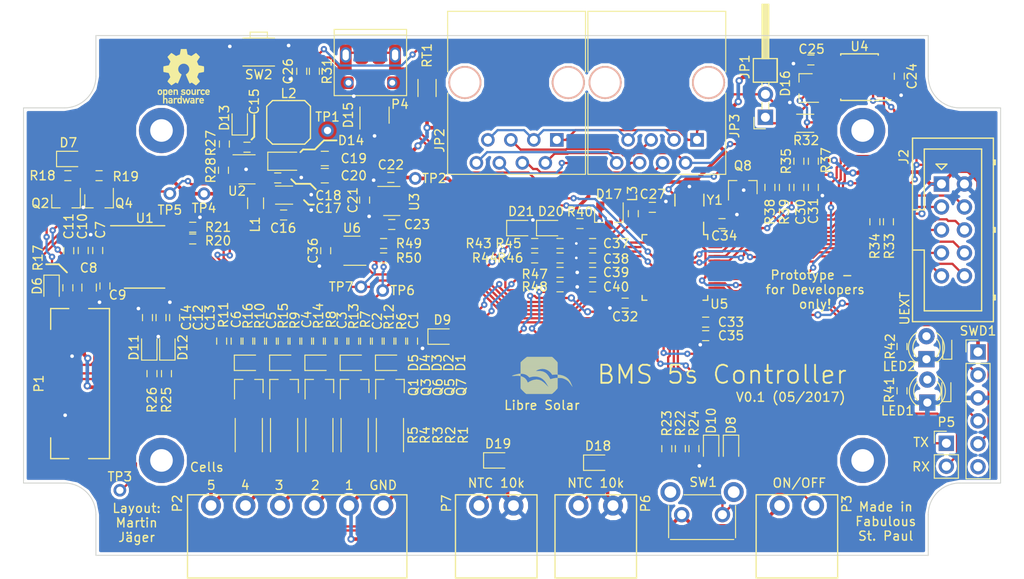
<source format=kicad_pcb>
(kicad_pcb (version 20170123) (host pcbnew "(2017-05-10 revision 747583606)-makepkg")
  (layers (0 F.Cu signal) (31 B.Cu signal) (34 B.Paste user) (35 F.Paste user) (36 B.SilkS user) (37 F.SilkS user) (38 B.Mask user) (39 F.Mask user) (44 Edge.Cuts user))
  (net 0 "")
  (net 1 +5V)
  (net 2 /BQ76920/VC0)
  (net 3 /BQ76920/VC2)
  (net 4 /BQ76920/VC3)
  (net 5 /BQ76920/VC4)
  (net 6 /BQ76920/VC5)
  (net 7 "Net-(C7-Pad1)")
  (net 8 "Net-(C8-Pad1)")
  (net 9 /BQ76920/REGSRC)
  (net 10 /REGOUT)
  (net 11 /BQ76920/SRP)
  (net 12 /BQ76920/SRN)
  (net 13 "Net-(C15-Pad1)")
  (net 14 "Net-(C15-Pad2)")
  (net 15 "/Analog Frontend/BAT+")
  (net 16 "Net-(C17-Pad1)")
  (net 17 +3V3)
  (net 18 "Net-(C23-Pad1)")
  (net 19 "Net-(C26-Pad2)")
  (net 20 "Net-(C27-Pad1)")
  (net 21 /MCU/BOOT0)
  (net 22 /MCU/~RESET)
  (net 23 "/Analog Frontend/V_BAT")
  (net 24 "/Analog Frontend/V_LOAD")
  (net 25 "Net-(D1-Pad1)")
  (net 26 /BQ76920/CELLS_0)
  (net 27 "Net-(D2-Pad1)")
  (net 28 /BQ76920/CELLS_1)
  (net 29 "Net-(D3-Pad1)")
  (net 30 /BQ76920/CELLS_2)
  (net 31 "Net-(D4-Pad1)")
  (net 32 /BQ76920/CELLS_3)
  (net 33 "Net-(D5-Pad1)")
  (net 34 /BQ76920/CELLS_4)
  (net 35 /BQ76920/CELLS_5)
  (net 36 "Net-(D7-Pad2)")
  (net 37 "Net-(D8-Pad1)")
  (net 38 "Net-(D8-Pad2)")
  (net 39 "Net-(D15-Pad4)")
  (net 40 "Net-(D15-Pad6)")
  (net 41 /Communication/CAN_H)
  (net 42 /Communication/CAN_L)
  (net 43 /MCU/V_REF)
  (net 44 /Communication/UEXT_TX)
  (net 45 /Communication/UEXT_RX)
  (net 46 /MCU/I2C1_SCL)
  (net 47 /MCU/I2C1_SDA)
  (net 48 /MCU/SPI1_MISO)
  (net 49 /MCU/SPI1_MOSI)
  (net 50 /MCU/SPI1_SCK)
  (net 51 /MCU/SSEL)
  (net 52 "Net-(JP1-Pad1)")
  (net 53 /Communication/CAN_GND)
  (net 54 /Communication/CAN_SHLD)
  (net 55 /Communication/CAN_V+)
  (net 56 "Net-(LED1-Pad2)")
  (net 57 "Net-(LED2-Pad2)")
  (net 58 /BQ76920/CHG_EN)
  (net 59 "/Analog Frontend/LOAD+")
  (net 60 /BQ76920/DSG_EN)
  (net 61 /PCHG_EN)
  (net 62 /BQ76920/R_SENSE-)
  (net 63 /BQ76920/R_SENSE+)
  (net 64 "Net-(P4-Pad4)")
  (net 65 /MCU/USART1_TX)
  (net 66 /MCU/USART1_RX)
  (net 67 /MCU/ALERT_IN)
  (net 68 "Net-(R20-Pad2)")
  (net 69 "Net-(R27-Pad2)")
  (net 70 /Communication/USB_DM)
  (net 71 /Communication/USB_DP)
  (net 72 /MCU/LED1)
  (net 73 /MCU/LED2)
  (net 74 /MCU/SWCLK)
  (net 75 /MCU/SWDIO)
  (net 76 /Communication/CAN_TX)
  (net 77 /Communication/CAN_RX)
  (net 78 /Communication/CAN_STB)
  (net 79 /MCU/OSC_IN)
  (net 80 /MCU/OSC_OUT)
  (net 81 "Net-(Q1-Pad3)")
  (net 82 "Net-(Q3-Pad3)")
  (net 83 "Net-(Q5-Pad3)")
  (net 84 "Net-(Q6-Pad3)")
  (net 85 "Net-(Q7-Pad3)")
  (net 86 GND)
  (net 87 /BQ76920/VC1)
  (net 88 /BQ76920/BTN_PWR)
  (net 89 "/Analog Frontend/TEMP_1")
  (net 90 "/Analog Frontend/TEMP_2")
  (net 91 "Net-(D15-Pad5)")
  (net 92 "Net-(U1-Pad11)")
  (net 93 "Net-(U5-Pad2)")
  (net 94 "Net-(U5-Pad18)")
  (net 95 "Net-(U5-Pad19)")
  (net 96 "Net-(U5-Pad3)")
  (net 97 "Net-(U5-Pad4)")
  (net 98 /TS1)
  (net 99 "Net-(P1-Pad12)")
  (net 100 "Net-(P1-Pad11)")
  (net 101 /MCU/I2C2_SDA)
  (net 102 /MCU/I2C2_SCL)
  (net 103 "Net-(Q4-Pad3)")
  (net 104 "Net-(Q8-Pad3)")
  (net 105 "Net-(Q8-Pad1)")
  (net 106 /Communication/RJ45_P5)
  (net 107 /Communication/RJ45_P4)
  (net 108 "Net-(SWD1-Pad6)")
  (module LibreSolar:Fiducial_0.7mm (layer F.Cu) (at 178.3 106.1)
    (fp_text reference REF** hide)
    (fp_text value Fiducial_0.7mm)
    (pad ~ smd circle (at 0 0) (size 0.7 0.7) (layers F.Cu F.Mask) (clearance 0.7))
  )
  (module LibreSolar:RJ45_8P8C (layer F.Cu) (at 162.5 69 180)
    (fp_text reference JP3 (at -8.6 -1 270) (layer F.SilkS))
    (fp_text value RJ45_NS)
    (pad 8 thru_hole circle (at 4.445 -5.08 180) (size 1.5 1.5) (drill 0.9) (layers *.Cu *.Mask) (net 55 /Communication/CAN_V+))
    (pad 7 thru_hole circle (at 3.175 -2.54 180) (size 1.5 1.5) (drill 0.9) (layers *.Cu *.Mask) (net 53 /Communication/CAN_GND))
    (pad 6 thru_hole circle (at 1.905 -5.08 180) (size 1.5 1.5) (drill 0.9) (layers *.Cu *.Mask) (net 54 /Communication/CAN_SHLD))
    (pad 5 thru_hole circle (at 0.635 -2.54 180) (size 1.5 1.5) (drill 0.9) (layers *.Cu *.Mask) (net 106 /Communication/RJ45_P5))
    (pad 4 thru_hole circle (at -0.635 -5.08 180) (size 1.5 1.5) (drill 0.9) (layers *.Cu *.Mask) (net 107 /Communication/RJ45_P4))
    (pad 3 thru_hole circle (at -1.905 -2.54 180) (size 1.5 1.5) (drill 0.9) (layers *.Cu *.Mask) (net 53 /Communication/CAN_GND))
    (pad 2 thru_hole circle (at -3.175 -5.08 180) (size 1.5 1.5) (drill 0.9) (layers *.Cu *.Mask) (net 42 /Communication/CAN_L))
    (pad 1 thru_hole rect (at -4.445 -2.54 180) (size 1.5 1.5) (drill 0.9) (layers *.Cu *.Mask) (net 41 /Communication/CAN_H))
    (pad "" np_thru_hole circle (at -5.715 3.81 180) (size 3.65 3.65) (drill 3.25) (layers *.Cu *.SilkS *.Mask))
    (pad "" np_thru_hole circle (at 5.715 3.81 180) (size 3.65 3.65) (drill 3.25) (layers *.Cu *.SilkS *.Mask))
  )
  (module LibreSolar:RJ45_8P8C (layer F.Cu) (at 147 69 180)
    (fp_text reference JP2 (at 8.5 -2.6 270) (layer F.SilkS))
    (fp_text value RJ45_NS)
    (pad 8 thru_hole circle (at 4.445 -5.08 180) (size 1.5 1.5) (drill 0.9) (layers *.Cu *.Mask) (net 55 /Communication/CAN_V+))
    (pad 7 thru_hole circle (at 3.175 -2.54 180) (size 1.5 1.5) (drill 0.9) (layers *.Cu *.Mask) (net 53 /Communication/CAN_GND))
    (pad 6 thru_hole circle (at 1.905 -5.08 180) (size 1.5 1.5) (drill 0.9) (layers *.Cu *.Mask) (net 54 /Communication/CAN_SHLD))
    (pad 5 thru_hole circle (at 0.635 -2.54 180) (size 1.5 1.5) (drill 0.9) (layers *.Cu *.Mask) (net 106 /Communication/RJ45_P5))
    (pad 4 thru_hole circle (at -0.635 -5.08 180) (size 1.5 1.5) (drill 0.9) (layers *.Cu *.Mask) (net 107 /Communication/RJ45_P4))
    (pad 3 thru_hole circle (at -1.905 -2.54 180) (size 1.5 1.5) (drill 0.9) (layers *.Cu *.Mask) (net 53 /Communication/CAN_GND))
    (pad 2 thru_hole circle (at -3.175 -5.08 180) (size 1.5 1.5) (drill 0.9) (layers *.Cu *.Mask) (net 42 /Communication/CAN_L))
    (pad 1 thru_hole rect (at -4.445 -2.54 180) (size 1.5 1.5) (drill 0.9) (layers *.Cu *.Mask) (net 41 /Communication/CAN_H))
    (pad "" np_thru_hole circle (at -5.715 3.81 180) (size 3.65 3.65) (drill 3.25) (layers *.Cu *.SilkS *.Mask))
    (pad "" np_thru_hole circle (at 5.715 3.81 180) (size 3.65 3.65) (drill 3.25) (layers *.Cu *.SilkS *.Mask))
  )
  (module LibreSolar:Resonator_Murata_CSTCE (layer F.Cu) (at 166.1 78.2 180)
    (fp_text reference Y1 (at -2.8 0 180) (layer F.SilkS))
    (fp_text value 8kHz)
    (pad 3 smd rect (at 0 0 180) (size 0.4 2) (layers F.Cu F.Paste F.Mask) (net 86 GND))
    (pad 2 smd rect (at 1.2 0 180) (size 0.4 2) (layers F.Cu F.Paste F.Mask) (net 80 /MCU/OSC_OUT))
    (pad 1 smd rect (at -1.2 0 180) (size 0.4 2) (layers F.Cu F.Paste F.Mask) (net 79 /MCU/OSC_IN))
  )
  (module LibreSolar:Box_Header_2x05x2.54mm_Straight (layer F.Cu) (at 193.96 76.42 270)
    (fp_text reference J2 (at -3 4.16 270) (layer F.SilkS))
    (fp_text value UEXT)
    (pad 10 thru_hole circle (at 10.16 -2.54 270) (size 1.7 1.7) (drill 1) (layers *.Cu *.Mask) (net 51 /MCU/SSEL))
    (pad 9 thru_hole circle (at 10.16 0 270) (size 1.7 1.7) (drill 1) (layers *.Cu *.Mask) (net 50 /MCU/SPI1_SCK))
    (pad 8 thru_hole circle (at 7.62 -2.54 270) (size 1.7 1.7) (drill 1) (layers *.Cu *.Mask) (net 49 /MCU/SPI1_MOSI))
    (pad 7 thru_hole circle (at 7.62 0 270) (size 1.7 1.7) (drill 1) (layers *.Cu *.Mask) (net 48 /MCU/SPI1_MISO))
    (pad 6 thru_hole circle (at 5.08 -2.54 270) (size 1.7 1.7) (drill 1) (layers *.Cu *.Mask) (net 47 /MCU/I2C1_SDA))
    (pad 5 thru_hole circle (at 5.08 0 270) (size 1.7 1.7) (drill 1) (layers *.Cu *.Mask) (net 46 /MCU/I2C1_SCL))
    (pad 4 thru_hole circle (at 2.54 -2.54 270) (size 1.7 1.7) (drill 1) (layers *.Cu *.Mask) (net 45 /Communication/UEXT_RX))
    (pad 3 thru_hole circle (at 2.54 0 270) (size 1.7 1.7) (drill 1) (layers *.Cu *.Mask) (net 44 /Communication/UEXT_TX))
    (pad 2 thru_hole circle (at 0 -2.54 270) (size 1.7 1.7) (drill 1) (layers *.Cu *.Mask) (net 86 GND))
    (pad 1 thru_hole rect (at 0 0 270) (size 1.7 1.7) (drill 1) (layers *.Cu *.Mask) (net 17 +3V3))
  )
  (module LEDs:LED_0603 (layer F.Cu) (at 194.5 99.2 90)
    (fp_text reference LED3 hide)
    (fp_text value LED)
    (pad 2 smd rect (at 0.8 0 270) (size 0.8 0.8) (layers F.Cu F.Paste F.Mask) (net 56 "Net-(LED1-Pad2)"))
    (pad 1 smd rect (at -0.8 0 270) (size 0.8 0.8) (layers F.Cu F.Paste F.Mask) (net 86 GND))
  )
  (module LEDs:LED_0603 (layer F.Cu) (at 194.6 94.5 90)
    (fp_text reference LED4 hide)
    (fp_text value LED)
    (pad 1 smd rect (at -0.8 0 270) (size 0.8 0.8) (layers F.Cu F.Paste F.Mask) (net 86 GND))
    (pad 2 smd rect (at 0.8 0 270) (size 0.8 0.8) (layers F.Cu F.Paste F.Mask) (net 57 "Net-(LED2-Pad2)"))
  )
  (module LibreSolar:Phoenix_Contact_MC_1,5_2-G-3,81 (layer F.Cu) (at 177.980001 111.9975)
    (fp_text reference P3 (at 5.519999 -0.1975 90) (layer F.SilkS))
    (fp_text value ON/OFF)
    (pad 2 thru_hole circle (at 1.905 0) (size 2.2 2.2) (drill 1.2) (layers *.Cu *.Mask) (net 38 "Net-(D8-Pad2)"))
    (pad 1 thru_hole circle (at -1.905 0) (size 2.2 2.2) (drill 1.2) (layers *.Cu *.Mask) (net 28 /BQ76920/CELLS_1))
  )
  (module Housings_SSOP:TSSOP-20_4.4x6.5mm_Pitch0.65mm (layer F.Cu) (at 105.880493 84.487609)
    (fp_text reference U1 (at 0.019507 -4.287609) (layer F.SilkS))
    (fp_text value BQ76920)
    (pad 1 smd rect (at -2.95 -2.925) (size 1.45 0.45) (layers F.Cu F.Paste F.Mask) (net 60 /BQ76920/DSG_EN))
    (pad 2 smd rect (at -2.95 -2.275) (size 1.45 0.45) (layers F.Cu F.Paste F.Mask) (net 58 /BQ76920/CHG_EN))
    (pad 3 smd rect (at -2.95 -1.625) (size 1.45 0.45) (layers F.Cu F.Paste F.Mask) (net 86 GND))
    (pad 4 smd rect (at -2.95 -0.975) (size 1.45 0.45) (layers F.Cu F.Paste F.Mask) (net 101 /MCU/I2C2_SDA))
    (pad 5 smd rect (at -2.95 -0.325) (size 1.45 0.45) (layers F.Cu F.Paste F.Mask) (net 102 /MCU/I2C2_SCL))
    (pad 6 smd rect (at -2.95 0.325) (size 1.45 0.45) (layers F.Cu F.Paste F.Mask) (net 98 /TS1))
    (pad 7 smd rect (at -2.95 0.975) (size 1.45 0.45) (layers F.Cu F.Paste F.Mask) (net 7 "Net-(C7-Pad1)"))
    (pad 8 smd rect (at -2.95 1.625) (size 1.45 0.45) (layers F.Cu F.Paste F.Mask) (net 10 /REGOUT))
    (pad 9 smd rect (at -2.95 2.275) (size 1.45 0.45) (layers F.Cu F.Paste F.Mask) (net 9 /BQ76920/REGSRC))
    (pad 10 smd rect (at -2.95 2.925) (size 1.45 0.45) (layers F.Cu F.Paste F.Mask) (net 8 "Net-(C8-Pad1)"))
    (pad 11 smd rect (at 2.95 2.925) (size 1.45 0.45) (layers F.Cu F.Paste F.Mask) (net 92 "Net-(U1-Pad11)"))
    (pad 12 smd rect (at 2.95 2.275) (size 1.45 0.45) (layers F.Cu F.Paste F.Mask) (net 6 /BQ76920/VC5))
    (pad 13 smd rect (at 2.95 1.625) (size 1.45 0.45) (layers F.Cu F.Paste F.Mask) (net 5 /BQ76920/VC4))
    (pad 14 smd rect (at 2.95 0.975) (size 1.45 0.45) (layers F.Cu F.Paste F.Mask) (net 4 /BQ76920/VC3))
    (pad 15 smd rect (at 2.95 0.325) (size 1.45 0.45) (layers F.Cu F.Paste F.Mask) (net 3 /BQ76920/VC2))
    (pad 16 smd rect (at 2.95 -0.325) (size 1.45 0.45) (layers F.Cu F.Paste F.Mask) (net 87 /BQ76920/VC1))
    (pad 17 smd rect (at 2.95 -0.975) (size 1.45 0.45) (layers F.Cu F.Paste F.Mask) (net 2 /BQ76920/VC0))
    (pad 18 smd rect (at 2.95 -1.625) (size 1.45 0.45) (layers F.Cu F.Paste F.Mask) (net 11 /BQ76920/SRP))
    (pad 19 smd rect (at 2.95 -2.275) (size 1.45 0.45) (layers F.Cu F.Paste F.Mask) (net 12 /BQ76920/SRN))
    (pad 20 smd rect (at 2.95 -2.925) (size 1.45 0.45) (layers F.Cu F.Paste F.Mask) (net 68 "Net-(R20-Pad2)"))
  )
  (module Housings_SOIC:SOIC-8_3.9x4.9mm_Pitch1.27mm (layer F.Cu) (at 184.9 64.6 180)
    (fp_text reference U4 (at 0 3.4 180) (layer F.SilkS))
    (fp_text value TJA1042T/3)
    (pad 1 smd rect (at -2.7 -1.905 180) (size 1.55 0.6) (layers F.Cu F.Paste F.Mask) (net 76 /Communication/CAN_TX))
    (pad 2 smd rect (at -2.7 -0.635 180) (size 1.55 0.6) (layers F.Cu F.Paste F.Mask) (net 86 GND))
    (pad 3 smd rect (at -2.7 0.635 180) (size 1.55 0.6) (layers F.Cu F.Paste F.Mask) (net 1 +5V))
    (pad 4 smd rect (at -2.7 1.905 180) (size 1.55 0.6) (layers F.Cu F.Paste F.Mask) (net 77 /Communication/CAN_RX))
    (pad 5 smd rect (at 2.7 1.905 180) (size 1.55 0.6) (layers F.Cu F.Paste F.Mask) (net 17 +3V3))
    (pad 6 smd rect (at 2.7 0.635 180) (size 1.55 0.6) (layers F.Cu F.Paste F.Mask) (net 42 /Communication/CAN_L))
    (pad 7 smd rect (at 2.7 -0.635 180) (size 1.55 0.6) (layers F.Cu F.Paste F.Mask) (net 41 /Communication/CAN_H))
    (pad 8 smd rect (at 2.7 -1.905 180) (size 1.55 0.6) (layers F.Cu F.Paste F.Mask) (net 78 /Communication/CAN_STB))
  )
  (module LibreSolar:Wuerth_WR-FPC_686112148922 (layer F.Cu) (at 98.5 98.5 90)
    (fp_text reference P1 (at 0 -4.3 90) (layer F.SilkS))
    (fp_text value Conn_Switch-N-Sense)
    (pad 1 smd roundrect (at -5.5 -2.65 90) (size 0.6 1.3) (layers F.Cu F.Paste F.Mask) (net 15 "/Analog Frontend/BAT+"))
    (pad 2 smd roundrect (at -4.5 -2.65 90) (size 0.6 1.3) (layers F.Cu F.Paste F.Mask) (net 59 "/Analog Frontend/LOAD+"))
    (pad 3 smd roundrect (at -3.5 -2.65 90) (size 0.6 1.3) (layers F.Cu F.Paste F.Mask) (net 86 GND))
    (pad 4 smd roundrect (at -2.5 -2.65 90) (size 0.6 1.3) (layers F.Cu F.Paste F.Mask) (net 58 /BQ76920/CHG_EN))
    (pad 5 smd roundrect (at -1.5 -2.65 90) (size 0.6 1.3) (layers F.Cu F.Paste F.Mask) (net 60 /BQ76920/DSG_EN))
    (pad 6 smd roundrect (at -0.5 -2.65 90) (size 0.6 1.3) (layers F.Cu F.Paste F.Mask) (net 61 /PCHG_EN))
    (pad 7 smd roundrect (at 0.5 -2.65 90) (size 0.6 1.3) (layers F.Cu F.Paste F.Mask) (net 62 /BQ76920/R_SENSE-))
    (pad 8 smd roundrect (at 1.5 -2.65 90) (size 0.6 1.3) (layers F.Cu F.Paste F.Mask) (net 63 /BQ76920/R_SENSE+))
    (pad 9 smd roundrect (at 2.5 -2.65 90) (size 0.6 1.3) (layers F.Cu F.Paste F.Mask) (net 98 /TS1))
    (pad 10 smd roundrect (at 3.5 -2.65 90) (size 0.6 1.3) (layers F.Cu F.Paste F.Mask) (net 86 GND))
    (pad 11 smd roundrect (at 4.5 -2.65 90) (size 0.6 1.3) (layers F.Cu F.Paste F.Mask) (net 100 "Net-(P1-Pad11)"))
    (pad 12 smd roundrect (at 5.5 -2.65 90) (size 0.6 1.3) (layers F.Cu F.Paste F.Mask) (net 99 "Net-(P1-Pad12)"))
    (pad "" smd roundrect (at -7.8 0.1 90) (size 2 1.8) (layers F.Cu F.Paste F.Mask))
    (pad "" smd roundrect (at 7.8 0.1 90) (size 2 1.8) (layers F.Cu F.Paste F.Mask))
  )
  (module LibreSolar:USB_Micro-B_10103594-0001LF (layer F.Cu) (at 130.84 63.52 180)
    (fp_text reference P4 (at -3.26 -4.08 180) (layer F.SilkS))
    (fp_text value USB_Micro-B)
    (pad 6 smd roundrect (at 0.96 1.62 270) (size 2.5 1.43) (layers F.Cu F.Paste F.Mask) (net 19 "Net-(C26-Pad2)"))
    (pad 6 smd roundrect (at -0.96 1.62 270) (size 2.5 1.43) (layers F.Cu F.Paste F.Mask) (net 19 "Net-(C26-Pad2)"))
    (pad 6 thru_hole oval (at 2.73 1.38 270) (size 1.7 1.2) (drill oval 1.2 0.7) (layers *.Cu *.Mask) (net 19 "Net-(C26-Pad2)"))
    (pad 6 thru_hole oval (at -2.73 1.38 270) (size 1.7 1.2) (drill oval 1.2 0.7) (layers *.Cu *.Mask) (net 19 "Net-(C26-Pad2)"))
    (pad 6 thru_hole circle (at 2.42 -1.7 270) (size 1.1 1.1) (drill 0.65) (layers *.Cu *.Mask) (net 19 "Net-(C26-Pad2)"))
    (pad 6 thru_hole circle (at -2.42 -1.7 270) (size 1.1 1.1) (drill 0.65) (layers *.Cu *.Mask) (net 19 "Net-(C26-Pad2)"))
    (pad 5 smd rect (at 1.3 -1.5 270) (size 1.65 0.4) (layers F.Cu F.Paste F.Mask) (net 86 GND))
    (pad 4 smd rect (at 0.65 -1.5 270) (size 1.65 0.4) (layers F.Cu F.Paste F.Mask) (net 64 "Net-(P4-Pad4)"))
    (pad 3 smd rect (at 0 -1.5 270) (size 1.65 0.4) (layers F.Cu F.Paste F.Mask) (net 40 "Net-(D15-Pad6)"))
    (pad 2 smd rect (at -0.65 -1.5 270) (size 1.65 0.4) (layers F.Cu F.Paste F.Mask) (net 39 "Net-(D15-Pad4)"))
    (pad 1 smd rect (at -1.3 -1.5 270) (size 1.65 0.4) (layers F.Cu F.Paste F.Mask) (net 91 "Net-(D15-Pad5)"))
    (pad 6 smd roundrect (at 2.9 -1.7 180) (size 2.1 1.4) (layers F.Cu F.Paste F.Mask) (roundrect_rratio 0.2) (net 19 "Net-(C26-Pad2)"))
    (pad 6 smd roundrect (at -2.9 -1.7 180) (size 2.1 1.4) (layers F.Cu F.Paste F.Mask) (roundrect_rratio 0.2) (net 19 "Net-(C26-Pad2)"))
    (pad 6 smd roundrect (at -2.725 1 270) (size 3.05 1.3) (layers F.Cu F.Paste F.Mask) (roundrect_rratio 0.2) (net 19 "Net-(C26-Pad2)"))
    (pad 6 smd roundrect (at 2.725 1 270) (size 3.05 1.3) (layers F.Cu F.Paste F.Mask) (roundrect_rratio 0.2) (net 19 "Net-(C26-Pad2)"))
    (pad 6 smd roundrect (at 3 -0.4 180) (size 1.85 0.8) (layers F.Cu F.Paste F.Mask) (roundrect_rratio 0.2) (net 19 "Net-(C26-Pad2)"))
    (pad 6 smd roundrect (at -3 -0.4 180) (size 1.85 0.8) (layers F.Cu F.Paste F.Mask) (roundrect_rratio 0.2) (net 19 "Net-(C26-Pad2)"))
  )
  (module TO_SOT_Packages_SMD:SOT-23-6 (layer F.Cu) (at 131.3 68.8 90)
    (fp_text reference D15 (at 0 -2.9 90) (layer F.SilkS))
    (fp_text value USBLC6-2SC6)
    (pad 1 smd rect (at -1.1 -0.95 90) (size 1.06 0.65) (layers F.Cu F.Paste F.Mask) (net 71 /Communication/USB_DP))
    (pad 2 smd rect (at -1.1 0 90) (size 1.06 0.65) (layers F.Cu F.Paste F.Mask) (net 86 GND))
    (pad 3 smd rect (at -1.1 0.95 90) (size 1.06 0.65) (layers F.Cu F.Paste F.Mask) (net 70 /Communication/USB_DM))
    (pad 4 smd rect (at 1.1 0.95 90) (size 1.06 0.65) (layers F.Cu F.Paste F.Mask) (net 39 "Net-(D15-Pad4)"))
    (pad 6 smd rect (at 1.1 -0.95 90) (size 1.06 0.65) (layers F.Cu F.Paste F.Mask) (net 40 "Net-(D15-Pad6)"))
    (pad 5 smd rect (at 1.1 0 90) (size 1.06 0.65) (layers F.Cu F.Paste F.Mask) (net 91 "Net-(D15-Pad5)"))
  )
  (module LibreSolar:Phoenix_Contact_MC_1,5_2-G-3,81 (layer F.Cu) (at 144.75 112)
    (fp_text reference P7 (at -5.5 -0.25 90) (layer F.SilkS))
    (fp_text value CONN_01X02)
    (pad 1 thru_hole circle (at -1.905 0) (size 2.2 2.2) (drill 1.2) (layers *.Cu *.Mask) (net 90 "/Analog Frontend/TEMP_2"))
    (pad 2 thru_hole circle (at 1.905 0) (size 2.2 2.2) (drill 1.2) (layers *.Cu *.Mask) (net 86 GND))
  )
  (module LibreSolar:Phoenix_Contact_MC_1,5_2-G-3,81 (layer F.Cu) (at 155.75 112)
    (fp_text reference P6 (at 5.5 -0.25 90) (layer F.SilkS))
    (fp_text value CONN_01X02)
    (pad 2 thru_hole circle (at 1.905 0) (size 2.2 2.2) (drill 1.2) (layers *.Cu *.Mask) (net 86 GND))
    (pad 1 thru_hole circle (at -1.905 0) (size 2.2 2.2) (drill 1.2) (layers *.Cu *.Mask) (net 89 "/Analog Frontend/TEMP_1"))
  )
  (module LibreSolar:R_0603_1608 (layer F.Cu) (at 97.4 87.9 270)
    (fp_text reference R17 (at -3.3 3.3 90) (layer F.SilkS))
    (fp_text value 100)
    (pad 2 smd roundrect (at 0.8 0 270) (size 0.8 0.9) (layers F.Cu F.Paste F.Mask) (roundrect_rratio 0.2) (net 8 "Net-(C8-Pad1)"))
    (pad 1 smd roundrect (at -0.8 0 270) (size 0.8 0.9) (layers F.Cu F.Paste F.Mask) (roundrect_rratio 0.2) (net 9 /BQ76920/REGSRC))
  )
  (module LibreSolar:SOT-23 (layer F.Cu) (at 97.2 78.3 270)
    (fp_text reference Q2 (at 0.25 2.85) (layer F.SilkS))
    (fp_text value BSS84)
    (pad 1 smd roundrect (at -1.05 -0.95 270) (size 1 0.9) (layers F.Cu F.Paste F.Mask) (roundrect_rratio 0.2) (net 36 "Net-(D7-Pad2)"))
    (pad 2 smd roundrect (at -1.05 0.95 270) (size 1 0.9) (layers F.Cu F.Paste F.Mask) (roundrect_rratio 0.2) (net 15 "/Analog Frontend/BAT+"))
    (pad 3 smd roundrect (at 1.05 0 270) (size 1 0.9) (layers F.Cu F.Paste F.Mask) (roundrect_rratio 0.2) (net 9 /BQ76920/REGSRC))
  )
  (module Pin_Headers:Pin_Header_Straight_1x06_Pitch2.54mm (layer F.Cu) (at 198 95)
    (fp_text reference SWD1 (at 0 -2.33) (layer F.SilkS))
    (fp_text value ST_Nucleo_SWD)
    (pad 6 thru_hole oval (at 0 12.7) (size 1.7 1.7) (drill 1) (layers *.Cu *.Mask) (net 108 "Net-(SWD1-Pad6)"))
    (pad 5 thru_hole oval (at 0 10.16) (size 1.7 1.7) (drill 1) (layers *.Cu *.Mask) (net 22 /MCU/~RESET))
    (pad 4 thru_hole oval (at 0 7.62) (size 1.7 1.7) (drill 1) (layers *.Cu *.Mask) (net 75 /MCU/SWDIO))
    (pad 3 thru_hole oval (at 0 5.08) (size 1.7 1.7) (drill 1) (layers *.Cu *.Mask) (net 86 GND))
    (pad 2 thru_hole oval (at 0 2.54) (size 1.7 1.7) (drill 1) (layers *.Cu *.Mask) (net 74 /MCU/SWCLK))
    (pad 1 thru_hole rect (at 0 0) (size 1.7 1.7) (drill 1) (layers *.Cu *.Mask) (net 17 +3V3))
  )
  (module LibreSolar:R_1206_3216 (layer F.Cu) (at 137.1 65.8 90)
    (fp_text reference RT1 (at 3.6 0 90) (layer F.SilkS))
    (fp_text value 200mA)
    (pad 1 smd roundrect (at -1.5 0 90) (size 1 1.8) (layers F.Cu F.Paste F.Mask) (roundrect_rratio 0.2) (net 1 +5V))
    (pad 2 smd roundrect (at 1.5 0 90) (size 1 1.8) (layers F.Cu F.Paste F.Mask) (roundrect_rratio 0.2) (net 91 "Net-(D15-Pad5)"))
  )
  (module LibreSolar:SOT-23 (layer F.Cu) (at 172 76.8 90)
    (fp_text reference Q8 (at 2.4 0 180) (layer F.SilkS))
    (fp_text value 2N7002)
    (pad 3 smd roundrect (at 1.05 0 90) (size 1 0.9) (layers F.Cu F.Paste F.Mask) (roundrect_rratio 0.2) (net 104 "Net-(Q8-Pad3)"))
    (pad 2 smd roundrect (at -1.05 0.95 90) (size 1 0.9) (layers F.Cu F.Paste F.Mask) (roundrect_rratio 0.2) (net 86 GND))
    (pad 1 smd roundrect (at -1.05 -0.95 90) (size 1 0.9) (layers F.Cu F.Paste F.Mask) (roundrect_rratio 0.2) (net 105 "Net-(Q8-Pad1)"))
  )
  (module LibreSolar:C_0603_1608 (layer F.Cu) (at 100.7 83.775 90)
    (fp_text reference C7 (at 2.275 0.3 90) (layer F.SilkS))
    (fp_text value 1u)
    (pad 2 smd roundrect (at 0.8 0 90) (size 0.8 0.9) (layers F.Cu F.Paste F.Mask) (roundrect_rratio 0.2) (net 86 GND))
    (pad 1 smd roundrect (at -0.8 0 90) (size 0.8 0.9) (layers F.Cu F.Paste F.Mask) (roundrect_rratio 0.2) (net 7 "Net-(C7-Pad1)"))
  )
  (module LibreSolar:C_0603_1608 (layer F.Cu) (at 101.5 87.7 270)
    (fp_text reference C9 (at 1 -1.4) (layer F.SilkS))
    (fp_text value 1u)
    (pad 1 smd roundrect (at -0.8 0 270) (size 0.8 0.9) (layers F.Cu F.Paste F.Mask) (roundrect_rratio 0.2) (net 9 /BQ76920/REGSRC))
    (pad 2 smd roundrect (at 0.8 0 270) (size 0.8 0.9) (layers F.Cu F.Paste F.Mask) (roundrect_rratio 0.2) (net 86 GND))
  )
  (module LibreSolar:C_0603_1608 (layer F.Cu) (at 99.1 83.775 90)
    (fp_text reference C10 (at 2.675 -0.1 90) (layer F.SilkS))
    (fp_text value 4.7u)
    (pad 2 smd roundrect (at 0.8 0 90) (size 0.8 0.9) (layers F.Cu F.Paste F.Mask) (roundrect_rratio 0.2) (net 86 GND))
    (pad 1 smd roundrect (at -0.8 0 90) (size 0.8 0.9) (layers F.Cu F.Paste F.Mask) (roundrect_rratio 0.2) (net 10 /REGOUT))
  )
  (module LibreSolar:C_0603_1608 (layer F.Cu) (at 121.25 79.85)
    (fp_text reference C16 (at -0.05 1.45) (layer F.SilkS))
    (fp_text value 1u)
    (pad 1 smd roundrect (at -0.8 0) (size 0.8 0.9) (layers F.Cu F.Paste F.Mask) (roundrect_rratio 0.2) (net 15 "/Analog Frontend/BAT+"))
    (pad 2 smd roundrect (at 0.8 0) (size 0.8 0.9) (layers F.Cu F.Paste F.Mask) (roundrect_rratio 0.2) (net 86 GND))
  )
  (module LibreSolar:C_0805_2012 (layer F.Cu) (at 99.75 87.875 270)
    (fp_text reference C8 (at -2.175 0.05) (layer F.SilkS))
    (fp_text value 10u)
    (pad 1 smd roundrect (at -1 0 270) (size 1.1 1.4) (layers F.Cu F.Paste F.Mask) (roundrect_rratio 0.2) (net 8 "Net-(C8-Pad1)"))
    (pad 2 smd roundrect (at 1 0 270) (size 1.1 1.4) (layers F.Cu F.Paste F.Mask) (roundrect_rratio 0.2) (net 86 GND))
  )
  (module LibreSolar:D_SOD-323 (layer F.Cu) (at 150.8 81.3)
    (fp_text reference D20 (at 0 -1.85) (layer F.SilkS))
    (fp_text value 3.3V)
    (pad 2 smd roundrect (at 1.05 0) (size 0.8 0.5) (layers F.Cu F.Paste F.Mask) (roundrect_rratio 0.2) (net 86 GND))
    (pad 1 smd roundrect (at -1.05 0) (size 0.8 0.5) (layers F.Cu F.Paste F.Mask) (roundrect_rratio 0.2) (net 23 "/Analog Frontend/V_BAT"))
  )
  (module LibreSolar:D_SOD-323 (layer F.Cu) (at 147.5 81.3)
    (fp_text reference D21 (at 0 -1.85) (layer F.SilkS))
    (fp_text value 3.3V)
    (pad 1 smd roundrect (at -1.05 0) (size 0.8 0.5) (layers F.Cu F.Paste F.Mask) (roundrect_rratio 0.2) (net 24 "/Analog Frontend/V_LOAD"))
    (pad 2 smd roundrect (at 1.05 0) (size 0.8 0.5) (layers F.Cu F.Paste F.Mask) (roundrect_rratio 0.2) (net 86 GND))
  )
  (module LibreSolar:Phoenix_Contact_MC_1,5_6-G-3,81 (layer F.Cu) (at 122.75 112)
    (fp_text reference P2 (at -13.25 -0.25 90) (layer F.SilkS))
    (fp_text value CONN_01X06)
    (pad 6 thru_hole circle (at 9.525 0) (size 2.2 2.2) (drill 1.2) (layers *.Cu *.Mask) (net 26 /BQ76920/CELLS_0))
    (pad 5 thru_hole circle (at 5.715 0) (size 2.2 2.2) (drill 1.2) (layers *.Cu *.Mask) (net 28 /BQ76920/CELLS_1))
    (pad 4 thru_hole circle (at 1.905 0) (size 2.2 2.2) (drill 1.2) (layers *.Cu *.Mask) (net 30 /BQ76920/CELLS_2))
    (pad 3 thru_hole circle (at -1.905 0) (size 2.2 2.2) (drill 1.2) (layers *.Cu *.Mask) (net 32 /BQ76920/CELLS_3))
    (pad 2 thru_hole circle (at -5.715 0) (size 2.2 2.2) (drill 1.2) (layers *.Cu *.Mask) (net 34 /BQ76920/CELLS_4))
    (pad 1 thru_hole circle (at -9.525 0) (size 2.2 2.2) (drill 1.2) (layers *.Cu *.Mask) (net 35 /BQ76920/CELLS_5))
  )
  (module LibreSolar:Fiducial_0.7mm (layer F.Cu) (at 101.2 69.3)
    (fp_text reference REF** hide)
    (fp_text value Fiducial_0.7mm)
    (pad ~ smd circle (at 0 0) (size 0.7 0.7) (layers F.Cu F.Mask) (clearance 0.7))
  )
  (module LibreSolar:R_0603_1608 (layer F.Cu) (at 132.3 84.6)
    (fp_text reference R50 (at 2.8 0) (layer F.SilkS))
    (fp_text value 2.2k)
    (pad 2 smd roundrect (at 0.8 0) (size 0.8 0.9) (layers F.Cu F.Paste F.Mask) (roundrect_rratio 0.2) (net 17 +3V3))
    (pad 1 smd roundrect (at -0.8 0) (size 0.8 0.9) (layers F.Cu F.Paste F.Mask) (roundrect_rratio 0.2) (net 102 /MCU/I2C2_SCL))
  )
  (module LibreSolar:C_0603_1608 (layer F.Cu) (at 125.9 83.8 270)
    (fp_text reference C36 (at 0 1.4 270) (layer F.SilkS))
    (fp_text value 100n)
    (pad 2 smd roundrect (at 0.8 0 270) (size 0.8 0.9) (layers F.Cu F.Paste F.Mask) (roundrect_rratio 0.2) (net 86 GND))
    (pad 1 smd roundrect (at -0.8 0 270) (size 0.8 0.9) (layers F.Cu F.Paste F.Mask) (roundrect_rratio 0.2) (net 17 +3V3))
  )
  (module TO_SOT_Packages_SMD:SOT-23-5 (layer F.Cu) (at 128.8 83.8 180)
    (fp_text reference U6 (at 0 2.5 180) (layer F.SilkS))
    (fp_text value 24AA01)
    (pad 1 smd rect (at -1.1 -0.95 180) (size 1.06 0.65) (layers F.Cu F.Paste F.Mask) (net 102 /MCU/I2C2_SCL))
    (pad 2 smd rect (at -1.1 0 180) (size 1.06 0.65) (layers F.Cu F.Paste F.Mask) (net 86 GND))
    (pad 3 smd rect (at -1.1 0.95 180) (size 1.06 0.65) (layers F.Cu F.Paste F.Mask) (net 101 /MCU/I2C2_SDA))
    (pad 4 smd rect (at 1.1 0.95 180) (size 1.06 0.65) (layers F.Cu F.Paste F.Mask) (net 17 +3V3))
    (pad 5 smd rect (at 1.1 -0.95 180) (size 1.06 0.65) (layers F.Cu F.Paste F.Mask) (net 86 GND))
  )
  (module LibreSolar:C_0603_1608 (layer F.Cu) (at 155.4 84.6 180)
    (fp_text reference C38 (at -2.6 -0.1 180) (layer F.SilkS))
    (fp_text value 100n)
    (pad 2 smd roundrect (at 0.8 0 180) (size 0.8 0.9) (layers F.Cu F.Paste F.Mask) (roundrect_rratio 0.2) (net 86 GND))
    (pad 1 smd roundrect (at -0.8 0 180) (size 0.8 0.9) (layers F.Cu F.Paste F.Mask) (roundrect_rratio 0.2) (net 24 "/Analog Frontend/V_LOAD"))
  )
  (module LibreSolar:SW_SPST_EVQP7A (layer F.Cu) (at 118.5 61.82 180)
    (fp_text reference SW2 (at 0 -2.5 180) (layer F.SilkS))
    (fp_text value SW_PUSH)
    (pad 2 smd roundrect (at -1.8 0.72 180) (size 1.4 1.05) (layers F.Cu F.Paste F.Mask) (roundrect_rratio 0.2) (net 86 GND))
    (pad 2 smd roundrect (at 1.8 0.72 180) (size 1.4 1.05) (layers F.Cu F.Paste F.Mask) (roundrect_rratio 0.2) (net 86 GND))
    (pad 1 smd roundrect (at -1.8 -0.72 180) (size 1.4 1.05) (layers F.Cu F.Paste F.Mask) (roundrect_rratio 0.2) (net 22 /MCU/~RESET))
    (pad 1 smd roundrect (at 1.8 -0.72 180) (size 1.4 1.05) (layers F.Cu F.Paste F.Mask) (roundrect_rratio 0.2) (net 22 /MCU/~RESET))
  )
  (module LibreSolar:L_WE-TPC-4818 (layer F.Cu) (at 121.8 69.6)
    (fp_text reference L2 (at 0 -3.2 180) (layer F.SilkS))
    (fp_text value 22uH)
    (pad 1 smd rect (at -2.159 0) (size 1.50114 5.30098) (layers F.Cu F.Paste F.Mask) (net 14 "Net-(C15-Pad2)"))
    (pad 2 smd rect (at 2.159 0) (size 1.50114 5.30098) (layers F.Cu F.Paste F.Mask) (net 1 +5V))
  )
  (module LibreSolar:D_SOD-323 (layer F.Cu) (at 97.75 73.65)
    (fp_text reference D7 (at -0.3 -1.8) (layer F.SilkS))
    (fp_text value 5.6V)
    (pad 1 smd roundrect (at -1.05 0) (size 0.8 0.5) (layers F.Cu F.Paste F.Mask) (roundrect_rratio 0.2) (net 15 "/Analog Frontend/BAT+"))
    (pad 2 smd roundrect (at 1.05 0) (size 0.8 0.5) (layers F.Cu F.Paste F.Mask) (roundrect_rratio 0.2) (net 36 "Net-(D7-Pad2)"))
  )
  (module LibreSolar:D_SOD-323 (layer F.Cu) (at 116.4 69.4 90)
    (fp_text reference D13 (at 0.3 -1.7 90) (layer F.SilkS))
    (fp_text value 1N4148W-7-F)
    (pad 1 smd roundrect (at -1.05 0 90) (size 0.8 0.5) (layers F.Cu F.Paste F.Mask) (roundrect_rratio 0.2) (net 13 "Net-(C15-Pad1)"))
    (pad 2 smd roundrect (at 1.05 0 90) (size 0.8 0.5) (layers F.Cu F.Paste F.Mask) (roundrect_rratio 0.2) (net 1 +5V))
  )
  (module LibreSolar:TestPoint_0.8mm_hole (layer F.Cu) (at 135.8 75.8)
    (fp_text reference TP2 (at 2.1 0) (layer F.SilkS))
    (fp_text value 3.3V)
    (pad 1 thru_hole circle (at 0 0) (size 1.4 1.4) (drill 0.8) (layers *.Cu *.Mask) (net 17 +3V3))
  )
  (module LibreSolar:TestPoint_0.8mm_hole (layer F.Cu) (at 129.8 87.8)
    (fp_text reference TP7 (at -2.2 0) (layer F.SilkS))
    (fp_text value SCL)
    (pad 1 thru_hole circle (at 0 0) (size 1.4 1.4) (drill 0.8) (layers *.Cu *.Mask) (net 102 /MCU/I2C2_SCL))
  )
  (module LibreSolar:TestPoint_0.8mm_hole (layer F.Cu) (at 132.2 88.2)
    (fp_text reference TP6 (at 2.2 0) (layer F.SilkS))
    (fp_text value SDA)
    (pad 1 thru_hole circle (at 0 0) (size 1.4 1.4) (drill 0.8) (layers *.Cu *.Mask) (net 101 /MCU/I2C2_SDA))
  )
  (module LibreSolar:TestPoint_0.8mm_hole (layer F.Cu) (at 108.675 77.475)
    (fp_text reference TP5 (at 0 1.825) (layer F.SilkS))
    (fp_text value Regout)
    (pad 1 thru_hole circle (at 0 0) (size 1.4 1.4) (drill 0.8) (layers *.Cu *.Mask) (net 10 /REGOUT))
  )
  (module LibreSolar:TestPoint_0.8mm_hole (layer F.Cu) (at 103.15 110.3)
    (fp_text reference TP3 (at 0 -1.5) (layer F.SilkS))
    (fp_text value Load+)
    (pad 1 thru_hole circle (at 0 0) (size 1.4 1.4) (drill 0.8) (layers *.Cu *.Mask) (net 59 "/Analog Frontend/LOAD+"))
  )
  (module LibreSolar:TestPoint_0.8mm_hole (layer F.Cu) (at 112.45 77.5)
    (fp_text reference TP4 (at 0 1.6) (layer F.SilkS))
    (fp_text value Bat+)
    (pad 1 thru_hole circle (at 0 0) (size 1.4 1.4) (drill 0.8) (layers *.Cu *.Mask) (net 15 "/Analog Frontend/BAT+"))
  )
  (module LibreSolar:TestPoint_0.8mm_hole (layer F.Cu) (at 126.1 70.5)
    (fp_text reference TP1 (at 0 -1.5) (layer F.SilkS))
    (fp_text value 5V)
    (pad 1 thru_hole circle (at 0 0) (size 1.4 1.4) (drill 0.8) (layers *.Cu *.Mask) (net 1 +5V))
  )
  (module LibreSolar:R_0603_1608 (layer F.Cu) (at 111.2 81.2)
    (fp_text reference R21 (at 2.8 0) (layer F.SilkS))
    (fp_text value 1M)
    (pad 2 smd roundrect (at 0.8 0) (size 0.8 0.9) (layers F.Cu F.Paste F.Mask) (roundrect_rratio 0.2) (net 86 GND))
    (pad 1 smd roundrect (at -0.8 0) (size 0.8 0.9) (layers F.Cu F.Paste F.Mask) (roundrect_rratio 0.2) (net 68 "Net-(R20-Pad2)"))
  )
  (module LibreSolar:R_0603_1608 (layer F.Cu) (at 132.3 83)
    (fp_text reference R49 (at 2.8 0) (layer F.SilkS))
    (fp_text value 2.2k)
    (pad 2 smd roundrect (at 0.8 0) (size 0.8 0.9) (layers F.Cu F.Paste F.Mask) (roundrect_rratio 0.2) (net 17 +3V3))
    (pad 1 smd roundrect (at -0.8 0) (size 0.8 0.9) (layers F.Cu F.Paste F.Mask) (roundrect_rratio 0.2) (net 101 /MCU/I2C2_SDA))
  )
  (module LibreSolar:C_0603_1608 (layer F.Cu) (at 109.2 91.2 90)
    (fp_text reference C13 (at 0 3.9 90) (layer F.SilkS))
    (fp_text value 100n)
    (pad 2 smd roundrect (at 0.8 0 90) (size 0.8 0.9) (layers F.Cu F.Paste F.Mask) (roundrect_rratio 0.2) (net 86 GND))
    (pad 1 smd roundrect (at -0.8 0 90) (size 0.8 0.9) (layers F.Cu F.Paste F.Mask) (roundrect_rratio 0.2) (net 11 /BQ76920/SRP))
  )
  (module Housings_QFP:LQFP-48_7x7mm_Pitch0.5mm (layer F.Cu) (at 164.5 85.65 270)
    (fp_text reference U5 (at 4.05 -4.9) (layer F.SilkS))
    (fp_text value STM32F072CB)
    (pad 1 smd rect (at -4.35 -2.75 270) (size 1.3 0.25) (layers F.Cu F.Paste F.Mask) (net 17 +3V3))
    (pad 2 smd rect (at -4.35 -2.25 270) (size 1.3 0.25) (layers F.Cu F.Paste F.Mask) (net 93 "Net-(U5-Pad2)"))
    (pad 3 smd rect (at -4.35 -1.75 270) (size 1.3 0.25) (layers F.Cu F.Paste F.Mask) (net 96 "Net-(U5-Pad3)"))
    (pad 4 smd rect (at -4.35 -1.25 270) (size 1.3 0.25) (layers F.Cu F.Paste F.Mask) (net 97 "Net-(U5-Pad4)"))
    (pad 5 smd rect (at -4.35 -0.75 270) (size 1.3 0.25) (layers F.Cu F.Paste F.Mask) (net 79 /MCU/OSC_IN))
    (pad 6 smd rect (at -4.35 -0.25 270) (size 1.3 0.25) (layers F.Cu F.Paste F.Mask) (net 80 /MCU/OSC_OUT))
    (pad 7 smd rect (at -4.35 0.25 270) (size 1.3 0.25) (layers F.Cu F.Paste F.Mask) (net 22 /MCU/~RESET))
    (pad 8 smd rect (at -4.35 0.75 270) (size 1.3 0.25) (layers F.Cu F.Paste F.Mask) (net 86 GND))
    (pad 9 smd rect (at -4.35 1.25 270) (size 1.3 0.25) (layers F.Cu F.Paste F.Mask) (net 20 "Net-(C27-Pad1)"))
    (pad 10 smd rect (at -4.35 1.75 270) (size 1.3 0.25) (layers F.Cu F.Paste F.Mask) (net 43 /MCU/V_REF))
    (pad 11 smd rect (at -4.35 2.25 270) (size 1.3 0.25) (layers F.Cu F.Paste F.Mask) (net 51 /MCU/SSEL))
    (pad 12 smd rect (at -4.35 2.75 270) (size 1.3 0.25) (layers F.Cu F.Paste F.Mask) (net 44 /Communication/UEXT_TX))
    (pad 13 smd rect (at -2.75 4.35) (size 1.3 0.25) (layers F.Cu F.Paste F.Mask) (net 45 /Communication/UEXT_RX))
    (pad 14 smd rect (at -2.25 4.35) (size 1.3 0.25) (layers F.Cu F.Paste F.Mask) (net 23 "/Analog Frontend/V_BAT"))
    (pad 15 smd rect (at -1.75 4.35) (size 1.3 0.25) (layers F.Cu F.Paste F.Mask) (net 24 "/Analog Frontend/V_LOAD"))
    (pad 16 smd rect (at -1.25 4.35) (size 1.3 0.25) (layers F.Cu F.Paste F.Mask) (net 89 "/Analog Frontend/TEMP_1"))
    (pad 17 smd rect (at -0.75 4.35) (size 1.3 0.25) (layers F.Cu F.Paste F.Mask) (net 90 "/Analog Frontend/TEMP_2"))
    (pad 18 smd rect (at -0.25 4.35) (size 1.3 0.25) (layers F.Cu F.Paste F.Mask) (net 94 "Net-(U5-Pad18)"))
    (pad 19 smd rect (at 0.25 4.35) (size 1.3 0.25) (layers F.Cu F.Paste F.Mask) (net 95 "Net-(U5-Pad19)"))
    (pad 20 smd rect (at 0.75 4.35) (size 1.3 0.25) (layers F.Cu F.Paste F.Mask) (net 61 /PCHG_EN))
    (pad 21 smd rect (at 1.25 4.35) (size 1.3 0.25) (layers F.Cu F.Paste F.Mask) (net 102 /MCU/I2C2_SCL))
    (pad 22 smd rect (at 1.75 4.35) (size 1.3 0.25) (layers F.Cu F.Paste F.Mask) (net 101 /MCU/I2C2_SDA))
    (pad 23 smd rect (at 2.25 4.35) (size 1.3 0.25) (layers F.Cu F.Paste F.Mask) (net 86 GND))
    (pad 24 smd rect (at 2.75 4.35) (size 1.3 0.25) (layers F.Cu F.Paste F.Mask) (net 17 +3V3))
    (pad 25 smd rect (at 4.35 2.75 270) (size 1.3 0.25) (layers F.Cu F.Paste F.Mask) (net 67 /MCU/ALERT_IN))
    (pad 26 smd rect (at 4.35 2.25 270) (size 1.3 0.25) (layers F.Cu F.Paste F.Mask) (net 98 /TS1))
    (pad 27 smd rect (at 4.35 1.75 270) (size 1.3 0.25) (layers F.Cu F.Paste F.Mask) (net 72 /MCU/LED1))
    (pad 28 smd rect (at 4.35 1.25 270) (size 1.3 0.25) (layers F.Cu F.Paste F.Mask) (net 73 /MCU/LED2))
    (pad 29 smd rect (at 4.35 0.75 270) (size 1.3 0.25) (layers F.Cu F.Paste F.Mask) (net 88 /BQ76920/BTN_PWR))
    (pad 30 smd rect (at 4.35 0.25 270) (size 1.3 0.25) (layers F.Cu F.Paste F.Mask) (net 65 /MCU/USART1_TX))
    (pad 31 smd rect (at 4.35 -0.25 270) (size 1.3 0.25) (layers F.Cu F.Paste F.Mask) (net 66 /MCU/USART1_RX))
    (pad 32 smd rect (at 4.35 -0.75 270) (size 1.3 0.25) (layers F.Cu F.Paste F.Mask) (net 70 /Communication/USB_DM))
    (pad 33 smd rect (at 4.35 -1.25 270) (size 1.3 0.25) (layers F.Cu F.Paste F.Mask) (net 71 /Communication/USB_DP))
    (pad 34 smd rect (at 4.35 -1.75 270) (size 1.3 0.25) (layers F.Cu F.Paste F.Mask) (net 75 /MCU/SWDIO))
    (pad 35 smd rect (at 4.35 -2.25 270) (size 1.3 0.25) (layers F.Cu F.Paste F.Mask) (net 86 GND))
    (pad 36 smd rect (at 4.35 -2.75 270) (size 1.3 0.25) (layers F.Cu F.Paste F.Mask) (net 17 +3V3))
    (pad 37 smd rect (at 2.75 -4.35) (size 1.3 0.25) (layers F.Cu F.Paste F.Mask) (net 74 /MCU/SWCLK))
    (pad 38 smd rect (at 2.25 -4.35) (size 1.3 0.25) (layers F.Cu F.Paste F.Mask) (net 78 /Communication/CAN_STB))
    (pad 39 smd rect (at 1.75 -4.35) (size 1.3 0.25) (layers F.Cu F.Paste F.Mask) (net 50 /MCU/SPI1_SCK))
    (pad 40 smd rect (at 1.25 -4.35) (size 1.3 0.25) (layers F.Cu F.Paste F.Mask) (net 48 /MCU/SPI1_MISO))
    (pad 41 smd rect (at 0.75 -4.35) (size 1.3 0.25) (layers F.Cu F.Paste F.Mask) (net 49 /MCU/SPI1_MOSI))
    (pad 42 smd rect (at 0.25 -4.35) (size 1.3 0.25) (layers F.Cu F.Paste F.Mask) (net 46 /MCU/I2C1_SCL))
    (pad 43 smd rect (at -0.25 -4.35) (size 1.3 0.25) (layers F.Cu F.Paste F.Mask) (net 47 /MCU/I2C1_SDA))
    (pad 44 smd rect (at -0.75 -4.35) (size 1.3 0.25) (layers F.Cu F.Paste F.Mask) (net 21 /MCU/BOOT0))
    (pad 45 smd rect (at -1.25 -4.35) (size 1.3 0.25) (layers F.Cu F.Paste F.Mask) (net 77 /Communication/CAN_RX))
    (pad 46 smd rect (at -1.75 -4.35) (size 1.3 0.25) (layers F.Cu F.Paste F.Mask) (net 76 /Communication/CAN_TX))
    (pad 47 smd rect (at -2.25 -4.35) (size 1.3 0.25) (layers F.Cu F.Paste F.Mask) (net 86 GND))
    (pad 48 smd rect (at -2.75 -4.35) (size 1.3 0.25) (layers F.Cu F.Paste F.Mask) (net 17 +3V3))
  )
  (module LibreSolar:R_0603_1608 (layer F.Cu) (at 118.6 93.8 270)
    (fp_text reference R10 (at -2.8 0 270) (layer F.SilkS))
    (fp_text value 1k)
    (pad 2 smd roundrect (at 0.8 0 270) (size 0.8 0.9) (layers F.Cu F.Paste F.Mask) (roundrect_rratio 0.2) (net 34 /BQ76920/CELLS_4))
    (pad 1 smd roundrect (at -0.8 0 270) (size 0.8 0.9) (layers F.Cu F.Paste F.Mask) (roundrect_rratio 0.2) (net 5 /BQ76920/VC4))
  )
  (module LibreSolar:C_0603_1608 (layer F.Cu) (at 127.7 93.8 90)
    (fp_text reference C3 (at 2.3 0 90) (layer F.SilkS))
    (fp_text value 100n)
    (pad 2 smd roundrect (at 0.8 0 90) (size 0.8 0.9) (layers F.Cu F.Paste F.Mask) (roundrect_rratio 0.2) (net 87 /BQ76920/VC1))
    (pad 1 smd roundrect (at -0.8 0 90) (size 0.8 0.9) (layers F.Cu F.Paste F.Mask) (roundrect_rratio 0.2) (net 3 /BQ76920/VC2))
  )
  (module LibreSolar:R_0603_1608 (layer F.Cu) (at 106.7 97.4 90)
    (fp_text reference R26 (at -2.9 0 90) (layer F.SilkS))
    (fp_text value 1k)
    (pad 2 smd roundrect (at 0.8 0 90) (size 0.8 0.9) (layers F.Cu F.Paste F.Mask) (roundrect_rratio 0.2) (net 12 /BQ76920/SRN))
    (pad 1 smd roundrect (at -0.8 0 90) (size 0.8 0.9) (layers F.Cu F.Paste F.Mask) (roundrect_rratio 0.2) (net 62 /BQ76920/R_SENSE-))
  )
  (module LibreSolar:D_SOD-323 (layer F.Cu) (at 108.4 94.3 90)
    (fp_text reference D11 (at -0.2 -3.7 90) (layer F.SilkS))
    (fp_text value 3.3V)
    (pad 1 smd roundrect (at -1.05 0 90) (size 0.8 0.5) (layers F.Cu F.Paste F.Mask) (roundrect_rratio 0.2) (net 11 /BQ76920/SRP))
    (pad 2 smd roundrect (at 1.05 0 90) (size 0.8 0.5) (layers F.Cu F.Paste F.Mask) (roundrect_rratio 0.2) (net 86 GND))
  )
  (module Pin_Headers:Pin_Header_Angled_2x01_Pitch2.54mm (layer F.Cu) (at 174.5 69.04 90)
    (fp_text reference JP1 (at 5.585 -2.27 90) (layer F.SilkS))
    (fp_text value Jumper_NC_Small)
    (pad 1 thru_hole rect (at 0 0 90) (size 1.7 1.7) (drill 1) (layers *.Cu *.Mask) (net 52 "Net-(JP1-Pad1)"))
    (pad 2 thru_hole oval (at 2.54 0 90) (size 1.7 1.7) (drill 1) (layers *.Cu *.Mask) (net 41 /Communication/CAN_H))
  )
  (module LibreSolar:C_0603_1608 (layer F.Cu) (at 106.2 91.2 90)
    (fp_text reference C14 (at 0 4.3 90) (layer F.SilkS))
    (fp_text value 100n)
    (pad 2 smd roundrect (at 0.8 0 90) (size 0.8 0.9) (layers F.Cu F.Paste F.Mask) (roundrect_rratio 0.2) (net 86 GND))
    (pad 1 smd roundrect (at -0.8 0 90) (size 0.8 0.9) (layers F.Cu F.Paste F.Mask) (roundrect_rratio 0.2) (net 12 /BQ76920/SRN))
  )
  (module LibreSolar:D_SOD-323 (layer F.Cu) (at 156 107.25)
    (fp_text reference D18 (at 0 -1.85) (layer F.SilkS))
    (fp_text value 3.3V)
    (pad 1 smd roundrect (at -1.05 0) (size 0.8 0.5) (layers F.Cu F.Paste F.Mask) (roundrect_rratio 0.2) (net 89 "/Analog Frontend/TEMP_1"))
    (pad 2 smd roundrect (at 1.05 0) (size 0.8 0.5) (layers F.Cu F.Paste F.Mask) (roundrect_rratio 0.2) (net 86 GND))
  )
  (module LibreSolar:D_SOD-323 (layer F.Cu) (at 144.95 107)
    (fp_text reference D19 (at 0 -1.85) (layer F.SilkS))
    (fp_text value 3.3V)
    (pad 1 smd roundrect (at -1.05 0) (size 0.8 0.5) (layers F.Cu F.Paste F.Mask) (roundrect_rratio 0.2) (net 90 "/Analog Frontend/TEMP_2"))
    (pad 2 smd roundrect (at 1.05 0) (size 0.8 0.5) (layers F.Cu F.Paste F.Mask) (roundrect_rratio 0.2) (net 86 GND))
  )
  (module LibreSolar:SW_Tactile_SKHH_Angled (layer F.Cu) (at 165.25 113)
    (fp_text reference SW1 (at 0.75 -3) (layer F.SilkS) (effects (justify left bottom)))
    (fp_text value SW_PUSH)
    (pad "" thru_hole circle (at -1.25 -2.5) (size 2.2 2.2) (drill 1.3) (layers *.Cu *.Mask))
    (pad "" thru_hole circle (at 5.75 -2.5) (size 2.2 2.2) (drill 1.3) (layers *.Cu *.Mask))
    (pad 1 thru_hole circle (at 0 0) (size 1.7 1.7) (drill 1) (layers *.Cu *.Mask) (net 28 /BQ76920/CELLS_1))
    (pad 2 thru_hole circle (at 4.5 0) (size 1.7 1.7) (drill 1) (layers *.Cu *.Mask) (net 38 "Net-(D8-Pad2)"))
  )
  (module LibreSolar:C_0603_1608 (layer F.Cu) (at 155.4 83 180)
    (fp_text reference C37 (at -2.6 0 180) (layer F.SilkS))
    (fp_text value 100n)
    (pad 2 smd roundrect (at 0.8 0 180) (size 0.8 0.9) (layers F.Cu F.Paste F.Mask) (roundrect_rratio 0.2) (net 86 GND))
    (pad 1 smd roundrect (at -0.8 0 180) (size 0.8 0.9) (layers F.Cu F.Paste F.Mask) (roundrect_rratio 0.2) (net 23 "/Analog Frontend/V_BAT"))
  )
  (module LibreSolar:R_0603_1608 (layer F.Cu) (at 151.8 87.8)
    (fp_text reference R48 (at -2.8 0) (layer F.SilkS))
    (fp_text value 10k)
    (pad 2 smd roundrect (at 0.8 0) (size 0.8 0.9) (layers F.Cu F.Paste F.Mask) (roundrect_rratio 0.2) (net 90 "/Analog Frontend/TEMP_2"))
    (pad 1 smd roundrect (at -0.8 0) (size 0.8 0.9) (layers F.Cu F.Paste F.Mask) (roundrect_rratio 0.2) (net 17 +3V3))
  )
  (module LibreSolar:R_0603_1608 (layer F.Cu) (at 151.8 84.6)
    (fp_text reference R46 (at -5.5 0) (layer F.SilkS))
    (fp_text value 10k)
    (pad 2 smd roundrect (at 0.8 0) (size 0.8 0.9) (layers F.Cu F.Paste F.Mask) (roundrect_rratio 0.2) (net 86 GND))
    (pad 1 smd roundrect (at -0.8 0) (size 0.8 0.9) (layers F.Cu F.Paste F.Mask) (roundrect_rratio 0.2) (net 24 "/Analog Frontend/V_LOAD"))
  )
  (module LibreSolar:R_0603_1608 (layer F.Cu) (at 151.8 83)
    (fp_text reference R45 (at -5.7 0) (layer F.SilkS))
    (fp_text value 10k)
    (pad 2 smd roundrect (at 0.8 0) (size 0.8 0.9) (layers F.Cu F.Paste F.Mask) (roundrect_rratio 0.2) (net 86 GND))
    (pad 1 smd roundrect (at -0.8 0) (size 0.8 0.9) (layers F.Cu F.Paste F.Mask) (roundrect_rratio 0.2) (net 23 "/Analog Frontend/V_BAT"))
  )
  (module LibreSolar:R_0603_1608 (layer F.Cu) (at 149 83)
    (fp_text reference R43 (at -6.2 0) (layer F.SilkS))
    (fp_text value 100k)
    (pad 2 smd roundrect (at 0.8 0) (size 0.8 0.9) (layers F.Cu F.Paste F.Mask) (roundrect_rratio 0.2) (net 23 "/Analog Frontend/V_BAT"))
    (pad 1 smd roundrect (at -0.8 0) (size 0.8 0.9) (layers F.Cu F.Paste F.Mask) (roundrect_rratio 0.2) (net 15 "/Analog Frontend/BAT+"))
  )
  (module LibreSolar:R_0603_1608 (layer F.Cu) (at 149 84.6)
    (fp_text reference R44 (at -5.5 0) (layer F.SilkS))
    (fp_text value 100k)
    (pad 2 smd roundrect (at 0.8 0) (size 0.8 0.9) (layers F.Cu F.Paste F.Mask) (roundrect_rratio 0.2) (net 24 "/Analog Frontend/V_LOAD"))
    (pad 1 smd roundrect (at -0.8 0) (size 0.8 0.9) (layers F.Cu F.Paste F.Mask) (roundrect_rratio 0.2) (net 59 "/Analog Frontend/LOAD+"))
  )
  (module LibreSolar:D_SOD-323 (layer F.Cu) (at 133 96.2)
    (fp_text reference D1 (at 7.8 0 90) (layer F.SilkS))
    (fp_text value 5.6V)
    (pad 1 smd roundrect (at -1.05 0) (size 0.8 0.5) (layers F.Cu F.Paste F.Mask) (roundrect_rratio 0.2) (net 25 "Net-(D1-Pad1)"))
    (pad 2 smd roundrect (at 1.05 0) (size 0.8 0.5) (layers F.Cu F.Paste F.Mask) (roundrect_rratio 0.2) (net 26 /BQ76920/CELLS_0))
  )
  (module LibreSolar:SOT-23 (layer F.Cu) (at 133 98.8 90)
    (fp_text reference Q7 (at -0.1 7.9 90) (layer F.SilkS))
    (fp_text value DMN2004K)
    (pad 1 smd roundrect (at -1.05 -0.95 90) (size 1 0.9) (layers F.Cu F.Paste F.Mask) (roundrect_rratio 0.2) (net 25 "Net-(D1-Pad1)"))
    (pad 2 smd roundrect (at -1.05 0.95 90) (size 1 0.9) (layers F.Cu F.Paste F.Mask) (roundrect_rratio 0.2) (net 26 /BQ76920/CELLS_0))
    (pad 3 smd roundrect (at 1.05 0 90) (size 1 0.9) (layers F.Cu F.Paste F.Mask) (roundrect_rratio 0.2) (net 85 "Net-(Q7-Pad3)"))
  )
  (module LibreSolar:SOT-23 (layer F.Cu) (at 129.1 98.8 90)
    (fp_text reference Q6 (at -0.1 9.2 90) (layer F.SilkS))
    (fp_text value DMN2004K)
    (pad 1 smd roundrect (at -1.05 -0.95 90) (size 1 0.9) (layers F.Cu F.Paste F.Mask) (roundrect_rratio 0.2) (net 27 "Net-(D2-Pad1)"))
    (pad 2 smd roundrect (at -1.05 0.95 90) (size 1 0.9) (layers F.Cu F.Paste F.Mask) (roundrect_rratio 0.2) (net 28 /BQ76920/CELLS_1))
    (pad 3 smd roundrect (at 1.05 0 90) (size 1 0.9) (layers F.Cu F.Paste F.Mask) (roundrect_rratio 0.2) (net 84 "Net-(Q6-Pad3)"))
  )
  (module LibreSolar:D_SOD-323 (layer F.Cu) (at 117.4 96.2)
    (fp_text reference D5 (at 18.2 0 90) (layer F.SilkS))
    (fp_text value 5.6V)
    (pad 1 smd roundrect (at -1.05 0) (size 0.8 0.5) (layers F.Cu F.Paste F.Mask) (roundrect_rratio 0.2) (net 33 "Net-(D5-Pad1)"))
    (pad 2 smd roundrect (at 1.05 0) (size 0.8 0.5) (layers F.Cu F.Paste F.Mask) (roundrect_rratio 0.2) (net 34 /BQ76920/CELLS_4))
  )
  (module LibreSolar:D_SOD-323 (layer F.Cu) (at 170.7 105.8 270)
    (fp_text reference D8 (at -2.7 0 270) (layer F.SilkS))
    (fp_text value 1N4148W-7-F)
    (pad 1 smd roundrect (at -1.05 0 270) (size 0.8 0.5) (layers F.Cu F.Paste F.Mask) (roundrect_rratio 0.2) (net 37 "Net-(D8-Pad1)"))
    (pad 2 smd roundrect (at 1.05 0 270) (size 0.8 0.5) (layers F.Cu F.Paste F.Mask) (roundrect_rratio 0.2) (net 38 "Net-(D8-Pad2)"))
  )
  (module LibreSolar:D_SOD-323 (layer F.Cu) (at 168.5 105.8 270)
    (fp_text reference D10 (at -3.2 0 270) (layer F.SilkS))
    (fp_text value 3.3V)
    (pad 1 smd roundrect (at -1.05 0 270) (size 0.8 0.5) (layers F.Cu F.Paste F.Mask) (roundrect_rratio 0.2) (net 88 /BQ76920/BTN_PWR))
    (pad 2 smd roundrect (at 1.05 0 270) (size 0.8 0.5) (layers F.Cu F.Paste F.Mask) (roundrect_rratio 0.2) (net 86 GND))
  )
  (module LibreSolar:D_SOD-323 (layer F.Cu) (at 106.4 94.3 90)
    (fp_text reference D12 (at -0.2 3.7 90) (layer F.SilkS))
    (fp_text value 3.3V)
    (pad 1 smd roundrect (at -1.05 0 90) (size 0.8 0.5) (layers F.Cu F.Paste F.Mask) (roundrect_rratio 0.2) (net 12 /BQ76920/SRN))
    (pad 2 smd roundrect (at 1.05 0 90) (size 0.8 0.5) (layers F.Cu F.Paste F.Mask) (roundrect_rratio 0.2) (net 86 GND))
  )
  (module LibreSolar:D_SOD-323 (layer F.Cu) (at 121.3 96.2)
    (fp_text reference D4 (at 15.6 0 90) (layer F.SilkS))
    (fp_text value 5.6V)
    (pad 1 smd roundrect (at -1.05 0) (size 0.8 0.5) (layers F.Cu F.Paste F.Mask) (roundrect_rratio 0.2) (net 31 "Net-(D4-Pad1)"))
    (pad 2 smd roundrect (at 1.05 0) (size 0.8 0.5) (layers F.Cu F.Paste F.Mask) (roundrect_rratio 0.2) (net 32 /BQ76920/CELLS_3))
  )
  (module LibreSolar:D_SOD-323 (layer F.Cu) (at 125.2 96.2)
    (fp_text reference D3 (at 13 0 90) (layer F.SilkS))
    (fp_text value 5.6V)
    (pad 1 smd roundrect (at -1.05 0) (size 0.8 0.5) (layers F.Cu F.Paste F.Mask) (roundrect_rratio 0.2) (net 29 "Net-(D3-Pad1)"))
    (pad 2 smd roundrect (at 1.05 0) (size 0.8 0.5) (layers F.Cu F.Paste F.Mask) (roundrect_rratio 0.2) (net 30 /BQ76920/CELLS_2))
  )
  (module LibreSolar:D_SOD-323 (layer F.Cu) (at 129.1 96.2)
    (fp_text reference D2 (at 10.4 0 90) (layer F.SilkS))
    (fp_text value 5.6V)
    (pad 1 smd roundrect (at -1.05 0) (size 0.8 0.5) (layers F.Cu F.Paste F.Mask) (roundrect_rratio 0.2) (net 27 "Net-(D2-Pad1)"))
    (pad 2 smd roundrect (at 1.05 0) (size 0.8 0.5) (layers F.Cu F.Paste F.Mask) (roundrect_rratio 0.2) (net 28 /BQ76920/CELLS_1))
  )
  (module LibreSolar:D_SOD-323 (layer F.Cu) (at 138.8 93.3)
    (fp_text reference D9 (at 0 -1.85) (layer F.SilkS))
    (fp_text value 3.3V)
    (pad 1 smd roundrect (at -1.05 0) (size 0.8 0.5) (layers F.Cu F.Paste F.Mask) (roundrect_rratio 0.2) (net 2 /BQ76920/VC0))
    (pad 2 smd roundrect (at 1.05 0) (size 0.8 0.5) (layers F.Cu F.Paste F.Mask) (roundrect_rratio 0.2) (net 86 GND))
  )
  (module LibreSolar:D_SOD-323 (layer F.Cu) (at 95.6 88.1 270)
    (fp_text reference D6 (at -0.4 1.6 270) (layer F.SilkS))
    (fp_text value 1N4148W-7-F)
    (pad 1 smd roundrect (at -1.05 0 270) (size 0.8 0.5) (layers F.Cu F.Paste F.Mask) (roundrect_rratio 0.2) (net 9 /BQ76920/REGSRC))
    (pad 2 smd roundrect (at 1.05 0 270) (size 0.8 0.5) (layers F.Cu F.Paste F.Mask) (roundrect_rratio 0.2) (net 35 /BQ76920/CELLS_5))
  )
  (module LibreSolar:R_0603_1608 (layer F.Cu) (at 159.9 79.7 90)
    (fp_text reference L3 (at 2.2 -0.1 90) (layer F.SilkS))
    (fp_text value L)
    (pad 2 smd roundrect (at 0.8 0 90) (size 0.8 0.9) (layers F.Cu F.Paste F.Mask) (roundrect_rratio 0.2) (net 20 "Net-(C27-Pad1)"))
    (pad 1 smd roundrect (at -0.8 0 90) (size 0.8 0.9) (layers F.Cu F.Paste F.Mask) (roundrect_rratio 0.2) (net 17 +3V3))
  )
  (module LibreSolar:SOT-23 (layer F.Cu) (at 100.85 78.3 270)
    (fp_text reference Q4 (at 0.25 -2.75) (layer F.SilkS))
    (fp_text value 2N7002)
    (pad 1 smd roundrect (at -1.05 -0.95 270) (size 1 0.9) (layers F.Cu F.Paste F.Mask) (roundrect_rratio 0.2) (net 10 /REGOUT))
    (pad 2 smd roundrect (at -1.05 0.95 270) (size 1 0.9) (layers F.Cu F.Paste F.Mask) (roundrect_rratio 0.2) (net 86 GND))
    (pad 3 smd roundrect (at 1.05 0 270) (size 1 0.9) (layers F.Cu F.Paste F.Mask) (roundrect_rratio 0.2) (net 103 "Net-(Q4-Pad3)"))
  )
  (module LibreSolar:SOT-23 (layer F.Cu) (at 125.2 98.8 90)
    (fp_text reference Q5 (at -0.1 14.4 90) (layer F.SilkS))
    (fp_text value DMN2004K)
    (pad 1 smd roundrect (at -1.05 -0.95 90) (size 1 0.9) (layers F.Cu F.Paste F.Mask) (roundrect_rratio 0.2) (net 29 "Net-(D3-Pad1)"))
    (pad 2 smd roundrect (at -1.05 0.95 90) (size 1 0.9) (layers F.Cu F.Paste F.Mask) (roundrect_rratio 0.2) (net 30 /BQ76920/CELLS_2))
    (pad 3 smd roundrect (at 1.05 0 90) (size 1 0.9) (layers F.Cu F.Paste F.Mask) (roundrect_rratio 0.2) (net 83 "Net-(Q5-Pad3)"))
  )
  (module LibreSolar:SOT-23 (layer F.Cu) (at 121.3 98.8 90)
    (fp_text reference Q3 (at -0.1 15.7 270) (layer F.SilkS))
    (fp_text value DMN2004K)
    (pad 1 smd roundrect (at -1.05 -0.95 90) (size 1 0.9) (layers F.Cu F.Paste F.Mask) (roundrect_rratio 0.2) (net 31 "Net-(D4-Pad1)"))
    (pad 2 smd roundrect (at -1.05 0.95 90) (size 1 0.9) (layers F.Cu F.Paste F.Mask) (roundrect_rratio 0.2) (net 32 /BQ76920/CELLS_3))
    (pad 3 smd roundrect (at 1.05 0 90) (size 1 0.9) (layers F.Cu F.Paste F.Mask) (roundrect_rratio 0.2) (net 82 "Net-(Q3-Pad3)"))
  )
  (module LibreSolar:SOT-23 (layer F.Cu) (at 157.2 79.9 270)
    (fp_text reference D17 (at -2.35 0) (layer F.SilkS))
    (fp_text value LM4040CYM3-2.5)
    (pad 1 smd roundrect (at -1.05 -0.95 270) (size 1 0.9) (layers F.Cu F.Paste F.Mask) (roundrect_rratio 0.2) (net 43 /MCU/V_REF))
    (pad 2 smd roundrect (at -1.05 0.95 270) (size 1 0.9) (layers F.Cu F.Paste F.Mask) (roundrect_rratio 0.2) (net 86 GND))
    (pad 3 smd roundrect (at 1.05 0 270) (size 1 0.9) (layers F.Cu F.Paste F.Mask) (roundrect_rratio 0.2))
  )
  (module LibreSolar:SOT-23 (layer F.Cu) (at 178.975 65.8 180)
    (fp_text reference D16 (at 2.275 0.5 270) (layer F.SilkS))
    (fp_text value NUP2105L)
    (pad 1 smd roundrect (at -1.05 -0.95 180) (size 1 0.9) (layers F.Cu F.Paste F.Mask) (roundrect_rratio 0.2) (net 41 /Communication/CAN_H))
    (pad 2 smd roundrect (at -1.05 0.95 180) (size 1 0.9) (layers F.Cu F.Paste F.Mask) (roundrect_rratio 0.2) (net 42 /Communication/CAN_L))
    (pad 3 smd roundrect (at 1.05 0 180) (size 1 0.9) (layers F.Cu F.Paste F.Mask) (roundrect_rratio 0.2) (net 86 GND))
  )
  (module LibreSolar:SOT-23 (layer F.Cu) (at 117.4 98.8 90)
    (fp_text reference Q1 (at -0.1 18.2 270) (layer F.SilkS))
    (fp_text value DMN2004K)
    (pad 1 smd roundrect (at -1.05 -0.95 90) (size 1 0.9) (layers F.Cu F.Paste F.Mask) (roundrect_rratio 0.2) (net 33 "Net-(D5-Pad1)"))
    (pad 2 smd roundrect (at -1.05 0.95 90) (size 1 0.9) (layers F.Cu F.Paste F.Mask) (roundrect_rratio 0.2) (net 34 /BQ76920/CELLS_4))
    (pad 3 smd roundrect (at 1.05 0 90) (size 1 0.9) (layers F.Cu F.Paste F.Mask) (roundrect_rratio 0.2) (net 81 "Net-(Q1-Pad3)"))
  )
  (module LibreSolar:C_0603_1608 (layer F.Cu) (at 117.2 72.35)
    (fp_text reference C15 (at 0.8 -5.05 90) (layer F.SilkS))
    (fp_text value 100n)
    (pad 2 smd roundrect (at 0.8 0) (size 0.8 0.9) (layers F.Cu F.Paste F.Mask) (roundrect_rratio 0.2) (net 14 "Net-(C15-Pad2)"))
    (pad 1 smd roundrect (at -0.8 0) (size 0.8 0.9) (layers F.Cu F.Paste F.Mask) (roundrect_rratio 0.2) (net 13 "Net-(C15-Pad1)"))
  )
  (module LibreSolar:C_0603_1608 (layer F.Cu) (at 107.7 91.2 90)
    (fp_text reference C12 (at 0 4.1 90) (layer F.SilkS))
    (fp_text value 100n)
    (pad 2 smd roundrect (at 0.8 0 90) (size 0.8 0.9) (layers F.Cu F.Paste F.Mask) (roundrect_rratio 0.2) (net 12 /BQ76920/SRN))
    (pad 1 smd roundrect (at -0.8 0 90) (size 0.8 0.9) (layers F.Cu F.Paste F.Mask) (roundrect_rratio 0.2) (net 11 /BQ76920/SRP))
  )
  (module LibreSolar:C_0603_1608 (layer F.Cu) (at 133.1 75.7 180)
    (fp_text reference C22 (at 0 1.4 180) (layer F.SilkS))
    (fp_text value 4.7u)
    (pad 2 smd roundrect (at 0.8 0 180) (size 0.8 0.9) (layers F.Cu F.Paste F.Mask) (roundrect_rratio 0.2) (net 86 GND))
    (pad 1 smd roundrect (at -0.8 0 180) (size 0.8 0.9) (layers F.Cu F.Paste F.Mask) (roundrect_rratio 0.2) (net 17 +3V3))
  )
  (module LibreSolar:C_0603_1608 (layer F.Cu) (at 133.2 80.9 180)
    (fp_text reference C23 (at -2.8 0 180) (layer F.SilkS))
    (fp_text value 100p)
    (pad 2 smd roundrect (at 0.8 0 180) (size 0.8 0.9) (layers F.Cu F.Paste F.Mask) (roundrect_rratio 0.2) (net 86 GND))
    (pad 1 smd roundrect (at -0.8 0 180) (size 0.8 0.9) (layers F.Cu F.Paste F.Mask) (roundrect_rratio 0.2) (net 18 "Net-(C23-Pad1)"))
  )
  (module LibreSolar:C_0603_1608 (layer F.Cu) (at 189.3 64.5 270)
    (fp_text reference C24 (at 0 -1.4 90) (layer F.SilkS))
    (fp_text value 100n)
    (pad 2 smd roundrect (at 0.8 0 270) (size 0.8 0.9) (layers F.Cu F.Paste F.Mask) (roundrect_rratio 0.2) (net 86 GND))
    (pad 1 smd roundrect (at -0.8 0 270) (size 0.8 0.9) (layers F.Cu F.Paste F.Mask) (roundrect_rratio 0.2) (net 1 +5V))
  )
  (module LibreSolar:C_0603_1608 (layer F.Cu) (at 179.525 62.7 180)
    (fp_text reference C25 (at -0.075 1.2 180) (layer F.SilkS))
    (fp_text value 100n)
    (pad 2 smd roundrect (at 0.8 0 180) (size 0.8 0.9) (layers F.Cu F.Paste F.Mask) (roundrect_rratio 0.2) (net 86 GND))
    (pad 1 smd roundrect (at -0.8 0 180) (size 0.8 0.9) (layers F.Cu F.Paste F.Mask) (roundrect_rratio 0.2) (net 17 +3V3))
  )
  (module LibreSolar:C_0603_1608 (layer F.Cu) (at 123.25 63.95 90)
    (fp_text reference C26 (at 0 -1.5 90) (layer F.SilkS))
    (fp_text value 100n)
    (pad 2 smd roundrect (at 0.8 0 90) (size 0.8 0.9) (layers F.Cu F.Paste F.Mask) (roundrect_rratio 0.2) (net 19 "Net-(C26-Pad2)"))
    (pad 1 smd roundrect (at -0.8 0 90) (size 0.8 0.9) (layers F.Cu F.Paste F.Mask) (roundrect_rratio 0.2) (net 86 GND))
  )
  (module LibreSolar:C_0603_1608 (layer F.Cu) (at 162 79)
    (fp_text reference C27 (at 0.05 -1.45 180) (layer F.SilkS))
    (fp_text value 100n)
    (pad 2 smd roundrect (at 0.8 0) (size 0.8 0.9) (layers F.Cu F.Paste F.Mask) (roundrect_rratio 0.2) (net 86 GND))
    (pad 1 smd roundrect (at -0.8 0) (size 0.8 0.9) (layers F.Cu F.Paste F.Mask) (roundrect_rratio 0.2) (net 20 "Net-(C27-Pad1)"))
  )
  (module LibreSolar:C_0603_1608 (layer F.Cu) (at 179.8 76.8 270)
    (fp_text reference C31 (at 2.6 0 270) (layer F.SilkS))
    (fp_text value 100n)
    (pad 2 smd roundrect (at 0.8 0 270) (size 0.8 0.9) (layers F.Cu F.Paste F.Mask) (roundrect_rratio 0.2) (net 86 GND))
    (pad 1 smd roundrect (at -0.8 0 270) (size 0.8 0.9) (layers F.Cu F.Paste F.Mask) (roundrect_rratio 0.2) (net 22 /MCU/~RESET))
  )
  (module LibreSolar:C_0603_1608 (layer F.Cu) (at 116 93.8 90)
    (fp_text reference C6 (at 2.4 0 90) (layer F.SilkS))
    (fp_text value 100n)
    (pad 2 smd roundrect (at 0.8 0 90) (size 0.8 0.9) (layers F.Cu F.Paste F.Mask) (roundrect_rratio 0.2) (net 5 /BQ76920/VC4))
    (pad 1 smd roundrect (at -0.8 0 90) (size 0.8 0.9) (layers F.Cu F.Paste F.Mask) (roundrect_rratio 0.2) (net 6 /BQ76920/VC5))
  )
  (module LibreSolar:C_0603_1608 (layer F.Cu) (at 97.5 83.8 90)
    (fp_text reference C11 (at 2.7 0 90) (layer F.SilkS))
    (fp_text value 100n)
    (pad 2 smd roundrect (at 0.8 0 90) (size 0.8 0.9) (layers F.Cu F.Paste F.Mask) (roundrect_rratio 0.2) (net 86 GND))
    (pad 1 smd roundrect (at -0.8 0 90) (size 0.8 0.9) (layers F.Cu F.Paste F.Mask) (roundrect_rratio 0.2) (net 98 /TS1))
  )
  (module LibreSolar:C_0603_1608 (layer F.Cu) (at 120.6 75.75)
    (fp_text reference C18 (at 5.6 1.95) (layer F.SilkS))
    (fp_text value 100n)
    (pad 2 smd roundrect (at 0.8 0) (size 0.8 0.9) (layers F.Cu F.Paste F.Mask) (roundrect_rratio 0.2) (net 86 GND))
    (pad 1 smd roundrect (at -0.8 0) (size 0.8 0.9) (layers F.Cu F.Paste F.Mask) (roundrect_rratio 0.2) (net 16 "Net-(C17-Pad1)"))
  )
  (module LibreSolar:C_0603_1608 (layer F.Cu) (at 178.2 76.8 270)
    (fp_text reference C30 (at 2.7 -0.2 270) (layer F.SilkS))
    (fp_text value 4.7u)
    (pad 2 smd roundrect (at 0.8 0 270) (size 0.8 0.9) (layers F.Cu F.Paste F.Mask) (roundrect_rratio 0.2) (net 86 GND))
    (pad 1 smd roundrect (at -0.8 0 270) (size 0.8 0.9) (layers F.Cu F.Paste F.Mask) (roundrect_rratio 0.2) (net 21 /MCU/BOOT0))
  )
  (module LibreSolar:C_0603_1608 (layer F.Cu) (at 169.7 80.8)
    (fp_text reference C34 (at 0.25 1.35) (layer F.SilkS))
    (fp_text value 100n)
    (pad 2 smd roundrect (at 0.8 0) (size 0.8 0.9) (layers F.Cu F.Paste F.Mask) (roundrect_rratio 0.2) (net 86 GND))
    (pad 1 smd roundrect (at -0.8 0) (size 0.8 0.9) (layers F.Cu F.Paste F.Mask) (roundrect_rratio 0.2) (net 17 +3V3))
  )
  (module LibreSolar:C_0603_1608 (layer F.Cu) (at 167.9 93.2 180)
    (fp_text reference C35 (at -2.8 0 180) (layer F.SilkS))
    (fp_text value 4.7u)
    (pad 2 smd roundrect (at 0.8 0 180) (size 0.8 0.9) (layers F.Cu F.Paste F.Mask) (roundrect_rratio 0.2) (net 86 GND))
    (pad 1 smd roundrect (at -0.8 0 180) (size 0.8 0.9) (layers F.Cu F.Paste F.Mask) (roundrect_rratio 0.2) (net 17 +3V3))
  )
  (module LibreSolar:C_0603_1608 (layer F.Cu) (at 155.4 87.8 180)
    (fp_text reference C40 (at -2.6 0 180) (layer F.SilkS))
    (fp_text value 100n)
    (pad 2 smd roundrect (at 0.8 0 180) (size 0.8 0.9) (layers F.Cu F.Paste F.Mask) (roundrect_rratio 0.2) (net 86 GND))
    (pad 1 smd roundrect (at -0.8 0 180) (size 0.8 0.9) (layers F.Cu F.Paste F.Mask) (roundrect_rratio 0.2) (net 90 "/Analog Frontend/TEMP_2"))
  )
  (module LibreSolar:C_0603_1608 (layer F.Cu) (at 159 89.6 180)
    (fp_text reference C32 (at 0 -1.5 180) (layer F.SilkS))
    (fp_text value 100n)
    (pad 2 smd roundrect (at 0.8 0 180) (size 0.8 0.9) (layers F.Cu F.Paste F.Mask) (roundrect_rratio 0.2) (net 86 GND))
    (pad 1 smd roundrect (at -0.8 0 180) (size 0.8 0.9) (layers F.Cu F.Paste F.Mask) (roundrect_rratio 0.2) (net 17 +3V3))
  )
  (module LibreSolar:C_0603_1608 (layer F.Cu) (at 130.2 78.2 270)
    (fp_text reference C21 (at 0 1.3 270) (layer F.SilkS))
    (fp_text value 1u)
    (pad 2 smd roundrect (at 0.8 0 270) (size 0.8 0.9) (layers F.Cu F.Paste F.Mask) (roundrect_rratio 0.2) (net 86 GND))
    (pad 1 smd roundrect (at -0.8 0 270) (size 0.8 0.9) (layers F.Cu F.Paste F.Mask) (roundrect_rratio 0.2) (net 1 +5V))
  )
  (module LibreSolar:C_0603_1608 (layer F.Cu) (at 131.6 93.8 90)
    (fp_text reference C2 (at 2.2 0 90) (layer F.SilkS))
    (fp_text value 100n)
    (pad 2 smd roundrect (at 0.8 0 90) (size 0.8 0.9) (layers F.Cu F.Paste F.Mask) (roundrect_rratio 0.2) (net 86 GND))
    (pad 1 smd roundrect (at -0.8 0 90) (size 0.8 0.9) (layers F.Cu F.Paste F.Mask) (roundrect_rratio 0.2) (net 87 /BQ76920/VC1))
  )
  (module LibreSolar:C_0603_1608 (layer F.Cu) (at 123.8 93.8 90)
    (fp_text reference C4 (at 2.4 0 90) (layer F.SilkS))
    (fp_text value 100n)
    (pad 2 smd roundrect (at 0.8 0 90) (size 0.8 0.9) (layers F.Cu F.Paste F.Mask) (roundrect_rratio 0.2) (net 3 /BQ76920/VC2))
    (pad 1 smd roundrect (at -0.8 0 90) (size 0.8 0.9) (layers F.Cu F.Paste F.Mask) (roundrect_rratio 0.2) (net 4 /BQ76920/VC3))
  )
  (module LibreSolar:C_0603_1608 (layer F.Cu) (at 119.9 93.8 90)
    (fp_text reference C5 (at 2.3 0 270) (layer F.SilkS))
    (fp_text value 100n)
    (pad 2 smd roundrect (at 0.8 0 90) (size 0.8 0.9) (layers F.Cu F.Paste F.Mask) (roundrect_rratio 0.2) (net 4 /BQ76920/VC3))
    (pad 1 smd roundrect (at -0.8 0 90) (size 0.8 0.9) (layers F.Cu F.Paste F.Mask) (roundrect_rratio 0.2) (net 5 /BQ76920/VC4))
  )
  (module LibreSolar:C_0603_1608 (layer F.Cu) (at 135.5 93.8 90)
    (fp_text reference C1 (at 2.3 0.1 90) (layer F.SilkS))
    (fp_text value 100n)
    (pad 2 smd roundrect (at 0.8 0 90) (size 0.8 0.9) (layers F.Cu F.Paste F.Mask) (roundrect_rratio 0.2) (net 2 /BQ76920/VC0))
    (pad 1 smd roundrect (at -0.8 0 90) (size 0.8 0.9) (layers F.Cu F.Paste F.Mask) (roundrect_rratio 0.2) (net 86 GND))
  )
  (module LibreSolar:C_0603_1608 (layer F.Cu) (at 167.9 91.7 180)
    (fp_text reference C33 (at -2.8 0 180) (layer F.SilkS))
    (fp_text value 100n)
    (pad 2 smd roundrect (at 0.8 0 180) (size 0.8 0.9) (layers F.Cu F.Paste F.Mask) (roundrect_rratio 0.2) (net 86 GND))
    (pad 1 smd roundrect (at -0.8 0 180) (size 0.8 0.9) (layers F.Cu F.Paste F.Mask) (roundrect_rratio 0.2) (net 17 +3V3))
  )
  (module LibreSolar:C_0603_1608 (layer F.Cu) (at 155.4 86.2 180)
    (fp_text reference C39 (at -2.6 0 180) (layer F.SilkS))
    (fp_text value 100n)
    (pad 2 smd roundrect (at 0.8 0 180) (size 0.8 0.9) (layers F.Cu F.Paste F.Mask) (roundrect_rratio 0.2) (net 86 GND))
    (pad 1 smd roundrect (at -0.8 0 180) (size 0.8 0.9) (layers F.Cu F.Paste F.Mask) (roundrect_rratio 0.2) (net 89 "/Analog Frontend/TEMP_1"))
  )
  (module LibreSolar:C_0805_2012 (layer F.Cu) (at 125.8 75.5 180)
    (fp_text reference C20 (at -3.2 0 180) (layer F.SilkS))
    (fp_text value 10u)
    (pad 2 smd roundrect (at 1 0 180) (size 1.1 1.4) (layers F.Cu F.Paste F.Mask) (roundrect_rratio 0.2) (net 86 GND))
    (pad 1 smd roundrect (at -1 0 180) (size 1.1 1.4) (layers F.Cu F.Paste F.Mask) (roundrect_rratio 0.2) (net 1 +5V))
  )
  (module LibreSolar:C_0805_2012 (layer F.Cu) (at 125.8 73.6 180)
    (fp_text reference C19 (at -3.2 0 180) (layer F.SilkS))
    (fp_text value 10u)
    (pad 2 smd roundrect (at 1 0 180) (size 1.1 1.4) (layers F.Cu F.Paste F.Mask) (roundrect_rratio 0.2) (net 86 GND))
    (pad 1 smd roundrect (at -1 0 180) (size 1.1 1.4) (layers F.Cu F.Paste F.Mask) (roundrect_rratio 0.2) (net 1 +5V))
  )
  (module LibreSolar:C_1206_3216 (layer F.Cu) (at 121.3 77.65)
    (fp_text reference C17 (at 4.9 1.45) (layer F.SilkS))
    (fp_text value 4.7u)
    (pad 2 smd roundrect (at 1.5 0) (size 1 1.8) (layers F.Cu F.Paste F.Mask) (roundrect_rratio 0.2) (net 86 GND))
    (pad 1 smd roundrect (at -1.5 0) (size 1 1.8) (layers F.Cu F.Paste F.Mask) (roundrect_rratio 0.2) (net 16 "Net-(C17-Pad1)"))
  )
  (module LibreSolar:R_0603_1608 (layer F.Cu) (at 175 76.8 90)
    (fp_text reference R38 (at -2.7 0 90) (layer F.SilkS))
    (fp_text value 2.2k)
    (pad 2 smd roundrect (at 0.8 0 90) (size 0.8 0.9) (layers F.Cu F.Paste F.Mask) (roundrect_rratio 0.2) (net 21 /MCU/BOOT0))
    (pad 1 smd roundrect (at -0.8 0 90) (size 0.8 0.9) (layers F.Cu F.Paste F.Mask) (roundrect_rratio 0.2) (net 104 "Net-(Q8-Pad3)"))
  )
  (module LibreSolar:R_0603_1608 (layer F.Cu) (at 178.2 73.9 90)
    (fp_text reference R35 (at 0 -1.4 90) (layer F.SilkS))
    (fp_text value 1M)
    (pad 2 smd roundrect (at 0.8 0 90) (size 0.8 0.9) (layers F.Cu F.Paste F.Mask) (roundrect_rratio 0.2) (net 17 +3V3))
    (pad 1 smd roundrect (at -0.8 0 90) (size 0.8 0.9) (layers F.Cu F.Paste F.Mask) (roundrect_rratio 0.2) (net 21 /MCU/BOOT0))
  )
  (module LibreSolar:R_0603_1608 (layer F.Cu) (at 186.6 80.6 90)
    (fp_text reference R34 (at -2.7 0 90) (layer F.SilkS))
    (fp_text value 2.2k)
    (pad 2 smd roundrect (at 0.8 0 90) (size 0.8 0.9) (layers F.Cu F.Paste F.Mask) (roundrect_rratio 0.2) (net 17 +3V3))
    (pad 1 smd roundrect (at -0.8 0 90) (size 0.8 0.9) (layers F.Cu F.Paste F.Mask) (roundrect_rratio 0.2) (net 46 /MCU/I2C1_SCL))
  )
  (module LibreSolar:R_0603_1608 (layer F.Cu) (at 188.1 80.6 90)
    (fp_text reference R33 (at -2.7 0.1 90) (layer F.SilkS))
    (fp_text value 2.2k)
    (pad 2 smd roundrect (at 0.8 0 90) (size 0.8 0.9) (layers F.Cu F.Paste F.Mask) (roundrect_rratio 0.2) (net 17 +3V3))
    (pad 1 smd roundrect (at -0.8 0 90) (size 0.8 0.9) (layers F.Cu F.Paste F.Mask) (roundrect_rratio 0.2) (net 47 /MCU/I2C1_SDA))
  )
  (module LibreSolar:R_0603_1608 (layer F.Cu) (at 124.65 63.95 270)
    (fp_text reference R31 (at 0 -1.4 270) (layer F.SilkS))
    (fp_text value 100k)
    (pad 2 smd roundrect (at 0.8 0 270) (size 0.8 0.9) (layers F.Cu F.Paste F.Mask) (roundrect_rratio 0.2) (net 86 GND))
    (pad 1 smd roundrect (at -0.8 0 270) (size 0.8 0.9) (layers F.Cu F.Paste F.Mask) (roundrect_rratio 0.2) (net 64 "Net-(P4-Pad4)"))
  )
  (module LibreSolar:R_0603_1608 (layer F.Cu) (at 114.6 74.9 90)
    (fp_text reference R28 (at 0 -1.4 90) (layer F.SilkS))
    (fp_text value 10k)
    (pad 2 smd roundrect (at 0.8 0 90) (size 0.8 0.9) (layers F.Cu F.Paste F.Mask) (roundrect_rratio 0.2) (net 86 GND))
    (pad 1 smd roundrect (at -0.8 0 90) (size 0.8 0.9) (layers F.Cu F.Paste F.Mask) (roundrect_rratio 0.2) (net 69 "Net-(R27-Pad2)"))
  )
  (module LibreSolar:R_0603_1608 (layer F.Cu) (at 176.6 76.8 270)
    (fp_text reference R39 (at 2.7 0 270) (layer F.SilkS))
    (fp_text value 52.3k)
    (pad 2 smd roundrect (at 0.8 0 270) (size 0.8 0.9) (layers F.Cu F.Paste F.Mask) (roundrect_rratio 0.2) (net 105 "Net-(Q8-Pad1)"))
    (pad 1 smd roundrect (at -0.8 0 270) (size 0.8 0.9) (layers F.Cu F.Paste F.Mask) (roundrect_rratio 0.2) (net 22 /MCU/~RESET))
  )
  (module LibreSolar:R_0603_1608 (layer F.Cu) (at 97.4 75.5 180)
    (fp_text reference R18 (at 2.8 0 180) (layer F.SilkS))
    (fp_text value 100k)
    (pad 2 smd roundrect (at 0.8 0 180) (size 0.8 0.9) (layers F.Cu F.Paste F.Mask) (roundrect_rratio 0.2) (net 15 "/Analog Frontend/BAT+"))
    (pad 1 smd roundrect (at -0.8 0 180) (size 0.8 0.9) (layers F.Cu F.Paste F.Mask) (roundrect_rratio 0.2) (net 36 "Net-(D7-Pad2)"))
  )
  (module LibreSolar:R_0603_1608 (layer F.Cu) (at 154 80.8 180)
    (fp_text reference R40 (at 0 1.3 180) (layer F.SilkS))
    (fp_text value 10k)
    (pad 2 smd roundrect (at 0.8 0 180) (size 0.8 0.9) (layers F.Cu F.Paste F.Mask) (roundrect_rratio 0.2) (net 17 +3V3))
    (pad 1 smd roundrect (at -0.8 0 180) (size 0.8 0.9) (layers F.Cu F.Paste F.Mask) (roundrect_rratio 0.2) (net 43 /MCU/V_REF))
  )
  (module LibreSolar:R_0603_1608 (layer F.Cu) (at 151.8 86.2)
    (fp_text reference R47 (at -2.8 0.2) (layer F.SilkS))
    (fp_text value 10k)
    (pad 2 smd roundrect (at 0.8 0) (size 0.8 0.9) (layers F.Cu F.Paste F.Mask) (roundrect_rratio 0.2) (net 89 "/Analog Frontend/TEMP_1"))
    (pad 1 smd roundrect (at -0.8 0) (size 0.8 0.9) (layers F.Cu F.Paste F.Mask) (roundrect_rratio 0.2) (net 17 +3V3))
  )
  (module LibreSolar:R_0603_1608 (layer F.Cu) (at 134.2 93.8 270)
    (fp_text reference R6 (at -2.2 -0.1 270) (layer F.SilkS))
    (fp_text value 1k)
    (pad 2 smd roundrect (at 0.8 0 270) (size 0.8 0.9) (layers F.Cu F.Paste F.Mask) (roundrect_rratio 0.2) (net 26 /BQ76920/CELLS_0))
    (pad 1 smd roundrect (at -0.8 0 270) (size 0.8 0.9) (layers F.Cu F.Paste F.Mask) (roundrect_rratio 0.2) (net 2 /BQ76920/VC0))
  )
  (module LibreSolar:R_0603_1608 (layer F.Cu) (at 189.6 99.3 270)
    (fp_text reference R41 (at -0.1 1.4 270) (layer F.SilkS))
    (fp_text value 330)
    (pad 2 smd roundrect (at 0.8 0 270) (size 0.8 0.9) (layers F.Cu F.Paste F.Mask) (roundrect_rratio 0.2) (net 72 /MCU/LED1))
    (pad 1 smd roundrect (at -0.8 0 270) (size 0.8 0.9) (layers F.Cu F.Paste F.Mask) (roundrect_rratio 0.2) (net 56 "Net-(LED1-Pad2)"))
  )
  (module LibreSolar:R_0603_1608 (layer F.Cu) (at 179.8 73.9 90)
    (fp_text reference R37 (at 0.1 1.4 90) (layer F.SilkS))
    (fp_text value 1M)
    (pad 2 smd roundrect (at 0.8 0 90) (size 0.8 0.9) (layers F.Cu F.Paste F.Mask) (roundrect_rratio 0.2) (net 17 +3V3))
    (pad 1 smd roundrect (at -0.8 0 90) (size 0.8 0.9) (layers F.Cu F.Paste F.Mask) (roundrect_rratio 0.2) (net 22 /MCU/~RESET))
  )
  (module LibreSolar:R_0603_1608 (layer F.Cu) (at 114.4 93.8 270)
    (fp_text reference R11 (at -2.9 -0.2 270) (layer F.SilkS))
    (fp_text value 1k)
    (pad 2 smd roundrect (at 0.8 0 270) (size 0.8 0.9) (layers F.Cu F.Paste F.Mask) (roundrect_rratio 0.2) (net 35 /BQ76920/CELLS_5))
    (pad 1 smd roundrect (at -0.8 0 270) (size 0.8 0.9) (layers F.Cu F.Paste F.Mask) (roundrect_rratio 0.2) (net 6 /BQ76920/VC5))
  )
  (module LibreSolar:R_0603_1608 (layer F.Cu) (at 132.9 93.8 90)
    (fp_text reference R12 (at 2.7 0 90) (layer F.SilkS))
    (fp_text value 10k)
    (pad 2 smd roundrect (at 0.8 0 90) (size 0.8 0.9) (layers F.Cu F.Paste F.Mask) (roundrect_rratio 0.2) (net 2 /BQ76920/VC0))
    (pad 1 smd roundrect (at -0.8 0 90) (size 0.8 0.9) (layers F.Cu F.Paste F.Mask) (roundrect_rratio 0.2) (net 25 "Net-(D1-Pad1)"))
  )
  (module LibreSolar:R_0603_1608 (layer F.Cu) (at 129 93.8 90)
    (fp_text reference R13 (at 2.75 0 90) (layer F.SilkS))
    (fp_text value 10k)
    (pad 2 smd roundrect (at 0.8 0 90) (size 0.8 0.9) (layers F.Cu F.Paste F.Mask) (roundrect_rratio 0.2) (net 87 /BQ76920/VC1))
    (pad 1 smd roundrect (at -0.8 0 90) (size 0.8 0.9) (layers F.Cu F.Paste F.Mask) (roundrect_rratio 0.2) (net 27 "Net-(D2-Pad1)"))
  )
  (module LibreSolar:R_0603_1608 (layer F.Cu) (at 125.1 93.8 90)
    (fp_text reference R14 (at 2.8 0 90) (layer F.SilkS))
    (fp_text value 10k)
    (pad 2 smd roundrect (at 0.8 0 90) (size 0.8 0.9) (layers F.Cu F.Paste F.Mask) (roundrect_rratio 0.2) (net 3 /BQ76920/VC2))
    (pad 1 smd roundrect (at -0.8 0 90) (size 0.8 0.9) (layers F.Cu F.Paste F.Mask) (roundrect_rratio 0.2) (net 29 "Net-(D3-Pad1)"))
  )
  (module LibreSolar:R_0603_1608 (layer F.Cu) (at 126.4 93.8 270)
    (fp_text reference R8 (at -2.4 -0.1 270) (layer F.SilkS))
    (fp_text value 1k)
    (pad 2 smd roundrect (at 0.8 0 270) (size 0.8 0.9) (layers F.Cu F.Paste F.Mask) (roundrect_rratio 0.2) (net 30 /BQ76920/CELLS_2))
    (pad 1 smd roundrect (at -0.8 0 270) (size 0.8 0.9) (layers F.Cu F.Paste F.Mask) (roundrect_rratio 0.2) (net 3 /BQ76920/VC2))
  )
  (module LibreSolar:R_0603_1608 (layer F.Cu) (at 121.2 93.8 90)
    (fp_text reference R15 (at 2.8 0 90) (layer F.SilkS))
    (fp_text value 10k)
    (pad 2 smd roundrect (at 0.8 0 90) (size 0.8 0.9) (layers F.Cu F.Paste F.Mask) (roundrect_rratio 0.2) (net 4 /BQ76920/VC3))
    (pad 1 smd roundrect (at -0.8 0 90) (size 0.8 0.9) (layers F.Cu F.Paste F.Mask) (roundrect_rratio 0.2) (net 31 "Net-(D4-Pad1)"))
  )
  (module LibreSolar:R_0603_1608 (layer F.Cu) (at 117.3 93.8 90)
    (fp_text reference R16 (at 2.8 0 90) (layer F.SilkS))
    (fp_text value 10k)
    (pad 2 smd roundrect (at 0.8 0 90) (size 0.8 0.9) (layers F.Cu F.Paste F.Mask) (roundrect_rratio 0.2) (net 5 /BQ76920/VC4))
    (pad 1 smd roundrect (at -0.8 0 90) (size 0.8 0.9) (layers F.Cu F.Paste F.Mask) (roundrect_rratio 0.2) (net 33 "Net-(D5-Pad1)"))
  )
  (module LibreSolar:R_0603_1608 (layer F.Cu) (at 130.3 93.8 270)
    (fp_text reference R7 (at -2.4 0 270) (layer F.SilkS))
    (fp_text value 1k)
    (pad 2 smd roundrect (at 0.8 0 270) (size 0.8 0.9) (layers F.Cu F.Paste F.Mask) (roundrect_rratio 0.2) (net 28 /BQ76920/CELLS_1))
    (pad 1 smd roundrect (at -0.8 0 270) (size 0.8 0.9) (layers F.Cu F.Paste F.Mask) (roundrect_rratio 0.2) (net 87 /BQ76920/VC1))
  )
  (module LibreSolar:R_0603_1608 (layer F.Cu) (at 189.6 94.4 270)
    (fp_text reference R42 (at 0 1.3 270) (layer F.SilkS))
    (fp_text value 330)
    (pad 2 smd roundrect (at 0.8 0 270) (size 0.8 0.9) (layers F.Cu F.Paste F.Mask) (roundrect_rratio 0.2) (net 73 /MCU/LED2))
    (pad 1 smd roundrect (at -0.8 0 270) (size 0.8 0.9) (layers F.Cu F.Paste F.Mask) (roundrect_rratio 0.2) (net 57 "Net-(LED2-Pad2)"))
  )
  (module LibreSolar:R_0603_1608 (layer F.Cu) (at 111.2 82.5 180)
    (fp_text reference R20 (at -2.8 -0.2 180) (layer F.SilkS))
    (fp_text value 1k)
    (pad 2 smd roundrect (at 0.8 0 180) (size 0.8 0.9) (layers F.Cu F.Paste F.Mask) (roundrect_rratio 0.2) (net 68 "Net-(R20-Pad2)"))
    (pad 1 smd roundrect (at -0.8 0 180) (size 0.8 0.9) (layers F.Cu F.Paste F.Mask) (roundrect_rratio 0.2) (net 67 /MCU/ALERT_IN))
  )
  (module LibreSolar:R_0603_1608 (layer F.Cu) (at 165.1 105.7 90)
    (fp_text reference R22 (at 2.8 0 90) (layer F.SilkS))
    (fp_text value 10k)
    (pad 2 smd roundrect (at 0.8 0 90) (size 0.8 0.9) (layers F.Cu F.Paste F.Mask) (roundrect_rratio 0.2) (net 88 /BQ76920/BTN_PWR))
    (pad 1 smd roundrect (at -0.8 0 90) (size 0.8 0.9) (layers F.Cu F.Paste F.Mask) (roundrect_rratio 0.2) (net 38 "Net-(D8-Pad2)"))
  )
  (module LibreSolar:R_0603_1608 (layer F.Cu) (at 163.6 105.7 90)
    (fp_text reference R23 (at 2.8 0 90) (layer F.SilkS))
    (fp_text value 5.6K)
    (pad 2 smd roundrect (at 0.8 0 90) (size 0.8 0.9) (layers F.Cu F.Paste F.Mask) (roundrect_rratio 0.2) (net 98 /TS1))
    (pad 1 smd roundrect (at -0.8 0 90) (size 0.8 0.9) (layers F.Cu F.Paste F.Mask) (roundrect_rratio 0.2) (net 37 "Net-(D8-Pad1)"))
  )
  (module LibreSolar:R_0603_1608 (layer F.Cu) (at 166.6 105.7 270)
    (fp_text reference R24 (at -2.8 0 270) (layer F.SilkS))
    (fp_text value 100k)
    (pad 2 smd roundrect (at 0.8 0 270) (size 0.8 0.9) (layers F.Cu F.Paste F.Mask) (roundrect_rratio 0.2) (net 86 GND))
    (pad 1 smd roundrect (at -0.8 0 270) (size 0.8 0.9) (layers F.Cu F.Paste F.Mask) (roundrect_rratio 0.2) (net 88 /BQ76920/BTN_PWR))
  )
  (module LibreSolar:R_0603_1608 (layer F.Cu) (at 108.3 97.4 270)
    (fp_text reference R25 (at 2.9 0 270) (layer F.SilkS))
    (fp_text value 1k)
    (pad 2 smd roundrect (at 0.8 0 270) (size 0.8 0.9) (layers F.Cu F.Paste F.Mask) (roundrect_rratio 0.2) (net 63 /BQ76920/R_SENSE+))
    (pad 1 smd roundrect (at -0.8 0 270) (size 0.8 0.9) (layers F.Cu F.Paste F.Mask) (roundrect_rratio 0.2) (net 11 /BQ76920/SRP))
  )
  (module LibreSolar:R_0603_1608 (layer F.Cu) (at 114.7 72 270)
    (fp_text reference R27 (at -0.1 1.5 270) (layer F.SilkS))
    (fp_text value 52.3k)
    (pad 2 smd roundrect (at 0.8 0 270) (size 0.8 0.9) (layers F.Cu F.Paste F.Mask) (roundrect_rratio 0.2) (net 69 "Net-(R27-Pad2)"))
    (pad 1 smd roundrect (at -0.8 0 270) (size 0.8 0.9) (layers F.Cu F.Paste F.Mask) (roundrect_rratio 0.2) (net 1 +5V))
  )
  (module LibreSolar:R_0603_1608 (layer F.Cu) (at 122.5 93.8 270)
    (fp_text reference R9 (at -2.3 0 270) (layer F.SilkS))
    (fp_text value 1k)
    (pad 2 smd roundrect (at 0.8 0 270) (size 0.8 0.9) (layers F.Cu F.Paste F.Mask) (roundrect_rratio 0.2) (net 32 /BQ76920/CELLS_3))
    (pad 1 smd roundrect (at -0.8 0 270) (size 0.8 0.9) (layers F.Cu F.Paste F.Mask) (roundrect_rratio 0.2) (net 4 /BQ76920/VC3))
  )
  (module LibreSolar:R_0603_1608 (layer F.Cu) (at 100.85 75.5 180)
    (fp_text reference R19 (at -2.95 -0.1 180) (layer F.SilkS))
    (fp_text value 100k)
    (pad 2 smd roundrect (at 0.8 0 180) (size 0.8 0.9) (layers F.Cu F.Paste F.Mask) (roundrect_rratio 0.2) (net 36 "Net-(D7-Pad2)"))
    (pad 1 smd roundrect (at -0.8 0 180) (size 0.8 0.9) (layers F.Cu F.Paste F.Mask) (roundrect_rratio 0.2) (net 103 "Net-(Q4-Pad3)"))
  )
  (module LibreSolar:R_1206_3216 (layer F.Cu) (at 178.9 69.7)
    (fp_text reference R32 (at 0.1 1.9) (layer F.SilkS))
    (fp_text value 120)
    (pad 2 smd roundrect (at 1.5 0) (size 1 1.8) (layers F.Cu F.Paste F.Mask) (roundrect_rratio 0.2) (net 42 /Communication/CAN_L))
    (pad 1 smd roundrect (at -1.5 0) (size 1 1.8) (layers F.Cu F.Paste F.Mask) (roundrect_rratio 0.2) (net 52 "Net-(JP1-Pad1)"))
  )
  (module LibreSolar:R_2010_5025 (layer F.Cu) (at 133 104.2 270)
    (fp_text reference R1 (at 0 -8.1 90) (layer F.SilkS))
    (fp_text value 33)
    (pad 2 smd roundrect (at 2.5 0 270) (size 1.2 2.8) (layers F.Cu F.Paste F.Mask) (roundrect_rratio 0.2) (net 28 /BQ76920/CELLS_1))
    (pad 1 smd roundrect (at -2.5 0 270) (size 1.2 2.8) (layers F.Cu F.Paste F.Mask) (roundrect_rratio 0.2) (net 85 "Net-(Q7-Pad3)"))
  )
  (module LibreSolar:R_2010_5025 (layer F.Cu) (at 129.1 104.2 270)
    (fp_text reference R2 (at 0 -10.6 90) (layer F.SilkS))
    (fp_text value 33)
    (pad 2 smd roundrect (at 2.5 0 270) (size 1.2 2.8) (layers F.Cu F.Paste F.Mask) (roundrect_rratio 0.2) (net 30 /BQ76920/CELLS_2))
    (pad 1 smd roundrect (at -2.5 0 270) (size 1.2 2.8) (layers F.Cu F.Paste F.Mask) (roundrect_rratio 0.2) (net 84 "Net-(Q6-Pad3)"))
  )
  (module LibreSolar:R_2010_5025 (layer F.Cu) (at 125.2 104.2 270)
    (fp_text reference R3 (at 0 -13.1 90) (layer F.SilkS))
    (fp_text value 33)
    (pad 2 smd roundrect (at 2.5 0 270) (size 1.2 2.8) (layers F.Cu F.Paste F.Mask) (roundrect_rratio 0.2) (net 32 /BQ76920/CELLS_3))
    (pad 1 smd roundrect (at -2.5 0 270) (size 1.2 2.8) (layers F.Cu F.Paste F.Mask) (roundrect_rratio 0.2) (net 83 "Net-(Q5-Pad3)"))
  )
  (module LibreSolar:R_2010_5025 (layer F.Cu) (at 121.3 104.2 270)
    (fp_text reference R4 (at 0 -15.6 90) (layer F.SilkS))
    (fp_text value 33)
    (pad 2 smd roundrect (at 2.5 0 270) (size 1.2 2.8) (layers F.Cu F.Paste F.Mask) (roundrect_rratio 0.2) (net 34 /BQ76920/CELLS_4))
    (pad 1 smd roundrect (at -2.5 0 270) (size 1.2 2.8) (layers F.Cu F.Paste F.Mask) (roundrect_rratio 0.2) (net 82 "Net-(Q3-Pad3)"))
  )
  (module LibreSolar:R_2010_5025 (layer F.Cu) (at 117.4 104.2 270)
    (fp_text reference R5 (at 0 -18.15 90) (layer F.SilkS))
    (fp_text value 33)
    (pad 2 smd roundrect (at 2.5 0 270) (size 1.2 2.8) (layers F.Cu F.Paste F.Mask) (roundrect_rratio 0.2) (net 35 /BQ76920/CELLS_5))
    (pad 1 smd roundrect (at -2.5 0 270) (size 1.2 2.8) (layers F.Cu F.Paste F.Mask) (roundrect_rratio 0.2) (net 81 "Net-(Q1-Pad3)"))
  )
  (module Mounting_Holes:MountingHole_2.5mm_Pad (layer F.Cu) (at 185.25 107)
    (fp_text reference REF** hide)
    (fp_text value MountingHole_2.5mm_Pad)
    (pad 1 thru_hole circle (at 0 0) (size 5 5) (drill 2.5) (layers *.Cu *.Mask))
  )
  (module Mounting_Holes:MountingHole_2.5mm_Pad (layer F.Cu) (at 185.25 70.5)
    (fp_text reference REF** hide)
    (fp_text value MountingHole_2.5mm_Pad)
    (pad 1 thru_hole circle (at 0 0) (size 5 5) (drill 2.5) (layers *.Cu *.Mask))
  )
  (module Mounting_Holes:MountingHole_2.5mm_Pad (layer F.Cu) (at 107.75 70.5)
    (fp_text reference REF** hide)
    (fp_text value MountingHole_2.5mm_Pad)
    (pad 1 thru_hole circle (at 0 0) (size 5 5) (drill 2.5) (layers *.Cu *.Mask))
  )
  (module Diodes_SMD:D_PowerDI-123 (layer F.Cu) (at 121.7 73.9)
    (fp_text reference D14 (at 7 -2.3) (layer F.SilkS))
    (fp_text value SS16FP)
    (pad 1 smd rect (at -0.85 0 180) (size 2.4 1.5) (layers F.Cu F.Paste F.Mask) (net 14 "Net-(C15-Pad2)"))
    (pad 2 smd rect (at 1.525 0 180) (size 1.05 1.5) (layers F.Cu F.Paste F.Mask) (net 86 GND))
  )
  (module Inductors_SMD:L_0805 (layer F.Cu) (at 118.15 78.55 90)
    (fp_text reference L1 (at -2.35 -0.05 90) (layer F.SilkS))
    (fp_text value 4.7uH)
    (pad 1 smd rect (at -0.95 0 90) (size 0.7 1.3) (layers F.Cu F.Paste F.Mask) (net 15 "/Analog Frontend/BAT+"))
    (pad 2 smd rect (at 0.95 0 90) (size 0.7 1.3) (layers F.Cu F.Paste F.Mask) (net 16 "Net-(C17-Pad1)"))
  )
  (module LEDs:LED_D3.0mm (layer F.Cu) (at 192.4 100.6 90)
    (fp_text reference LED1 (at -0.9 -3.3 180) (layer F.SilkS))
    (fp_text value LED)
    (pad 1 thru_hole rect (at 0 0 90) (size 1.8 1.8) (drill 0.9) (layers *.Cu *.Mask) (net 86 GND))
    (pad 2 thru_hole circle (at 2.54 0 90) (size 1.8 1.8) (drill 0.9) (layers *.Cu *.Mask) (net 56 "Net-(LED1-Pad2)"))
  )
  (module LEDs:LED_D3.0mm (layer F.Cu) (at 192.3 95.8 90)
    (fp_text reference LED2 (at -0.8 -3 180) (layer F.SilkS))
    (fp_text value LED)
    (pad 1 thru_hole rect (at 0 0 90) (size 1.8 1.8) (drill 0.9) (layers *.Cu *.Mask) (net 86 GND))
    (pad 2 thru_hole circle (at 2.54 0 90) (size 1.8 1.8) (drill 0.9) (layers *.Cu *.Mask) (net 57 "Net-(LED2-Pad2)"))
  )
  (module Pin_Headers:Pin_Header_Straight_1x02_Pitch2.54mm (layer F.Cu) (at 194.5 105.1)
    (fp_text reference P5 (at 0 -2.33) (layer F.SilkS))
    (fp_text value CONN_01X02)
    (pad 1 thru_hole rect (at 0 0) (size 1.7 1.7) (drill 1) (layers *.Cu *.Mask) (net 65 /MCU/USART1_TX))
    (pad 2 thru_hole oval (at 0 2.54) (size 1.7 1.7) (drill 1) (layers *.Cu *.Mask) (net 66 /MCU/USART1_RX))
  )
  (module TO_SOT_Packages_SMD:SOT-23-6 (layer F.Cu) (at 117.2 74.8)
    (fp_text reference U2 (at -1.1 2.4) (layer F.SilkS))
    (fp_text value MCP16331-CH)
    (pad 1 smd rect (at -1.1 -0.95) (size 1.06 0.65) (layers F.Cu F.Paste F.Mask) (net 13 "Net-(C15-Pad1)"))
    (pad 2 smd rect (at -1.1 0) (size 1.06 0.65) (layers F.Cu F.Paste F.Mask) (net 86 GND))
    (pad 3 smd rect (at -1.1 0.95) (size 1.06 0.65) (layers F.Cu F.Paste F.Mask) (net 69 "Net-(R27-Pad2)"))
    (pad 4 smd rect (at 1.1 0.95) (size 1.06 0.65) (layers F.Cu F.Paste F.Mask) (net 10 /REGOUT))
    (pad 6 smd rect (at 1.1 -0.95) (size 1.06 0.65) (layers F.Cu F.Paste F.Mask) (net 14 "Net-(C15-Pad2)"))
    (pad 5 smd rect (at 1.1 0) (size 1.06 0.65) (layers F.Cu F.Paste F.Mask) (net 16 "Net-(C17-Pad1)"))
  )
  (module TO_SOT_Packages_SMD:SOT-23-5 (layer F.Cu) (at 133.2 78.3)
    (fp_text reference U3 (at 2.5 0.1 90) (layer F.SilkS))
    (fp_text value AP2210-3.3)
    (pad 1 smd rect (at -1.1 -0.95) (size 1.06 0.65) (layers F.Cu F.Paste F.Mask) (net 1 +5V))
    (pad 2 smd rect (at -1.1 0) (size 1.06 0.65) (layers F.Cu F.Paste F.Mask) (net 86 GND))
    (pad 3 smd rect (at -1.1 0.95) (size 1.06 0.65) (layers F.Cu F.Paste F.Mask) (net 1 +5V))
    (pad 4 smd rect (at 1.1 0.95) (size 1.06 0.65) (layers F.Cu F.Paste F.Mask) (net 18 "Net-(C23-Pad1)"))
    (pad 5 smd rect (at 1.1 -0.95) (size 1.06 0.65) (layers F.Cu F.Paste F.Mask) (net 17 +3V3))
  )
  (module Symbols:OSHW-Logo_5.7x6mm_SilkScreen (layer F.Cu) (at 110.2 64.5)
    (fp_text reference LOGO1 hide)
    (fp_text value OPEN_HARDWARE_1 hide)
  )
  (module LibreSolar:LIBRESOLAR_LOGO (layer F.Cu) (at 147.5 99.6)
    (fp_text reference LOGO2 hide)
    (fp_text value LIBRE_SOLAR hide)
    (fp_text user "Libre Solar" (at 2.3 1.3) (layer F.SilkS))
  )
  (module Mounting_Holes:MountingHole_2.5mm_Pad (layer F.Cu) (at 107.75 107)
    (fp_text reference REF** hide)
    (fp_text value MountingHole_2.5mm_Pad)
    (pad 1 thru_hole circle (at 0 0) (size 5 5) (drill 2.5) (layers *.Cu *.Mask))
  )
  (gr_text "Made in\nFabulous\nSt. Paul" (at 187.8 113.75) (layer F.SilkS) (effects (font (size 1 1))))
  (gr_text UEXT (at 189.9 90.2 90) (layer F.SilkS) (effects (font (size 1 1))))
  (gr_text TX (at 191.7 105) (layer F.SilkS) (effects (font (size 1 1))))
  (gr_text RX (at 191.7 107.7) (layer F.SilkS) (effects (font (size 1 1))))
  (gr_text "Prototype - \nfor Developers\nonly!" (at 180 88.1) (layer F.SilkS) (effects (font (size 1 1))))
  (gr_text "V0.1 (05/2017)" (at 177.3 100) (layer F.SilkS) (effects (font (size 1 1))))
  (gr_text "Layout:\nMartin\nJäger" (at 105 113.9) (layer F.SilkS) (effects (font (size 1 1))))
  (gr_text "BMS 5s Controller" (at 169.7 97.5) (layer F.SilkS) (effects (font (size 2 2) (thickness 0.2))))
  (gr_line (start 123.4 72.6) (end 123.1 72.9) (layer F.SilkS) (width 0.2))
  (gr_line (start 124.7 72.6) (end 123.4 72.6) (layer F.SilkS) (width 0.2))
  (gr_line (start 125.7 71.6) (end 124.7 72.6) (layer F.SilkS) (width 0.2))
  (gr_line (start 127.1 71.6) (end 125.7 71.6) (layer F.SilkS) (width 0.2))
  (gr_line (start 96.4 85.3) (end 97.3 86.2) (layer F.SilkS) (width 0.2))
  (gr_line (start 95 85.3) (end 96.4 85.3) (layer F.SilkS) (width 0.2))
  (gr_line (start 117.7 71.5) (end 117.7 71.5) (layer F.SilkS) (width 0.2))
  (gr_line (start 118 71.2) (end 117.7 71.5) (layer F.SilkS) (width 0.2))
  (gr_line (start 118 68.8) (end 118 71.2) (layer F.SilkS) (width 0.2))
  (gr_line (start 124 78.7) (end 123.5 78.2) (layer F.SilkS) (width 0.2))
  (gr_line (start 124.6 78.7) (end 124 78.7) (layer F.SilkS) (width 0.2))
  (gr_line (start 122.6 76.4) (end 122.1 75.9) (layer F.SilkS) (width 0.2))
  (gr_line (start 124.2 76.4) (end 122.6 76.4) (layer F.SilkS) (width 0.2))
  (gr_line (start 124.8 77) (end 124.2 76.4) (layer F.SilkS) (width 0.2))
  (gr_text 2 (at 124.75 109.75) (layer F.SilkS) (effects (font (size 1 1))))
  (gr_text 3 (at 120.75 109.75) (layer F.SilkS) (effects (font (size 1 1))))
  (gr_text 4 (at 117 109.75) (layer F.SilkS) (effects (font (size 1 1))))
  (gr_text 5 (at 113.25 109.75) (layer F.SilkS) (effects (font (size 1 1))))
  (gr_text 1 (at 128.5 109.75) (layer F.SilkS) (effects (font (size 1 1))))
  (gr_text GND (at 132.25 109.75) (layer F.SilkS) (effects (font (size 1 1))))
  (gr_text Cells (at 112.75 107.75) (layer F.SilkS) (effects (font (size 1 1))))
  (gr_text ON/OFF (at 178.25 109.5) (layer F.SilkS) (effects (font (size 1 1))))
  (gr_text "NTC 10k" (at 155.75 109.5) (layer F.SilkS) (effects (font (size 1 1))))
  (gr_text "NTC 10k" (at 144.75 109.5) (layer F.SilkS) (effects (font (size 1 1))))
  (gr_arc (start 196 113) (end 192.5 113) (angle 90) (layer Edge.Cuts) (width 0.1))
  (gr_line (start 192.5 117.5) (end 192.5 113) (layer Edge.Cuts) (width 0.1))
  (gr_line (start 200.5 109.5) (end 196 109.5) (layer Edge.Cuts) (width 0.1))
  (gr_line (start 192.5 60) (end 192.5 64.5) (layer Edge.Cuts) (width 0.1))
  (gr_line (start 200.5 68) (end 196 68) (layer Edge.Cuts) (width 0.1))
  (gr_arc (start 196 64.5) (end 196 68) (angle 90) (layer Edge.Cuts) (width 0.1))
  (gr_arc (start 97 64.5) (end 100.5 64.5) (angle 90) (layer Edge.Cuts) (width 0.1))
  (gr_line (start 100.5 60) (end 100.5 64.5) (layer Edge.Cuts) (width 0.1))
  (gr_line (start 92.5 68) (end 97 68) (layer Edge.Cuts) (width 0.1))
  (gr_line (start 100.5 117.5) (end 100.5 113) (layer Edge.Cuts) (width 0.1))
  (gr_line (start 92.5 109.5) (end 97 109.5) (layer Edge.Cuts) (width 0.1))
  (gr_arc (start 97 113) (end 97 109.5) (angle 90) (layer Edge.Cuts) (width 0.1))
  (gr_line (start 92.5 68) (end 92.5 109.5) (layer Edge.Cuts) (width 0.1))
  (gr_line (start 192.5 60) (end 100.5 60) (layer Edge.Cuts) (width 0.1))
  (gr_line (start 200.5 109.5) (end 200.5 68) (layer Edge.Cuts) (width 0.1))
  (gr_line (start 100.5 117.5) (end 192.5 117.5) (layer Edge.Cuts) (width 0.1))
  (segment (start 139.399994 75.8) (end 139.4 75.800006) (width 0.4) (layer B.Cu) (net 0))
  (segment (start 141.4 70.2) (end 149.75001 61.84999) (width 0.4) (layer F.Cu) (net 1))
  (segment (start 149.75001 61.84999) (end 188.549992 61.84999) (width 0.4) (layer F.Cu) (net 1))
  (segment (start 188.549992 61.84999) (end 189.3 62.599998) (width 0.4) (layer F.Cu) (net 1))
  (segment (start 189.3 62.599998) (end 189.3 63.2) (width 0.4) (layer F.Cu) (net 1))
  (segment (start 189.3 63.2) (end 189.3 63.7) (width 0.4) (layer F.Cu) (net 1))
  (segment (start 137.1 70.2) (end 141.4 70.2) (width 0.4) (layer F.Cu) (net 1))
  (segment (start 137.1 71.2) (end 137.1 70.765685) (width 0.4) (layer B.Cu) (net 1))
  (segment (start 136.1 72.2) (end 137.1 71.2) (width 0.4) (layer B.Cu) (net 1))
  (segment (start 137.1 70.765685) (end 137.1 70.2) (width 0.4) (layer B.Cu) (net 1))
  (segment (start 137.1 67.3) (end 137.1 70.2) (width 0.4) (layer F.Cu) (net 1))
  (via (at 137.1 70.2) (size 0.8) (drill 0.4) (layers F.Cu B.Cu) (net 1))
  (segment (start 126.8 73.6) (end 134.7 73.6) (width 0.4) (layer F.Cu) (net 1))
  (segment (start 135.700001 72.599999) (end 136.1 72.2) (width 0.4) (layer F.Cu) (net 1))
  (segment (start 134.7 73.6) (end 135.700001 72.599999) (width 0.4) (layer F.Cu) (net 1))
  (via (at 136.1 72.2) (size 0.8) (drill 0.4) (layers F.Cu B.Cu) (net 1))
  (segment (start 189.2 63.8) (end 187.765 63.8) (width 0.4) (layer F.Cu) (net 1))
  (segment (start 187.765 63.8) (end 187.6 63.965) (width 0.4) (layer F.Cu) (net 1))
  (segment (start 116.4 68.35) (end 116.4 67.1) (width 0.25) (layer F.Cu) (net 1))
  (segment (start 116.4 67.1) (end 117.7 65.8) (width 0.25) (layer F.Cu) (net 1))
  (segment (start 117.7 65.8) (end 125.3 65.8) (width 0.25) (layer F.Cu) (net 1))
  (segment (start 125.3 65.8) (end 126.1 66.6) (width 0.25) (layer F.Cu) (net 1))
  (segment (start 126.1 66.6) (end 126.1 70.5) (width 0.25) (layer F.Cu) (net 1))
  (segment (start 114.7 71.2) (end 114.7 70.05) (width 0.25) (layer F.Cu) (net 1))
  (segment (start 114.7 70.05) (end 116.4 68.35) (width 0.25) (layer F.Cu) (net 1))
  (segment (start 132.1 77.35) (end 132.88 77.35) (width 0.25) (layer F.Cu) (net 1))
  (segment (start 132.88 79.25) (end 132.1 79.25) (width 0.25) (layer F.Cu) (net 1))
  (segment (start 126.8 75.5) (end 128.7 77.4) (width 0.4) (layer F.Cu) (net 1))
  (segment (start 128.7 77.4) (end 130.2 77.4) (width 0.4) (layer F.Cu) (net 1))
  (segment (start 130.2 77.4) (end 132.05 77.4) (width 0.4) (layer F.Cu) (net 1))
  (segment (start 132.05 77.4) (end 132.1 77.35) (width 0.4) (layer F.Cu) (net 1))
  (segment (start 126.799999 71.199999) (end 126.1 70.5) (width 0.4) (layer F.Cu) (net 1))
  (segment (start 132.88 77.35) (end 132.955001 77.425001) (width 0.25) (layer F.Cu) (net 1))
  (segment (start 132.955001 77.425001) (end 132.955001 79.174999) (width 0.25) (layer F.Cu) (net 1))
  (segment (start 132.955001 79.174999) (end 132.88 79.25) (width 0.25) (layer F.Cu) (net 1))
  (segment (start 137.75 93.3) (end 135.8 93.3) (width 0.25) (layer F.Cu) (net 2))
  (segment (start 135.8 93.3) (end 135.5 93) (width 0.25) (layer F.Cu) (net 2))
  (segment (start 130.824957 90.924957) (end 117.052137 90.924957) (width 0.25) (layer F.Cu) (net 2))
  (segment (start 117.052137 90.924957) (end 109.639789 83.512609) (width 0.25) (layer F.Cu) (net 2))
  (segment (start 132.9 93) (end 130.824957 90.924957) (width 0.25) (layer F.Cu) (net 2))
  (segment (start 109.639789 83.512609) (end 108.830493 83.512609) (width 0.25) (layer F.Cu) (net 2))
  (segment (start 135.5 93) (end 134.2 93) (width 0.25) (layer F.Cu) (net 2))
  (segment (start 134.25 92.95) (end 134.2 93) (width 0.25) (layer F.Cu) (net 2))
  (segment (start 132.9 93) (end 134.2 93) (width 0.25) (layer F.Cu) (net 2))
  (segment (start 116.679337 91.824979) (end 109.666967 84.812609) (width 0.25) (layer F.Cu) (net 3))
  (segment (start 123.8 93) (end 122.624979 91.824979) (width 0.25) (layer F.Cu) (net 3))
  (segment (start 109.666967 84.812609) (end 108.830493 84.812609) (width 0.25) (layer F.Cu) (net 3))
  (segment (start 122.624979 91.824979) (end 116.679337 91.824979) (width 0.25) (layer F.Cu) (net 3))
  (segment (start 108.830493 84.812609) (end 108.930492 84.912608) (width 0.25) (layer F.Cu) (net 3))
  (segment (start 126.4 93) (end 126.4 93.3) (width 0.25) (layer F.Cu) (net 3))
  (segment (start 126.4 93.3) (end 127.7 94.6) (width 0.25) (layer F.Cu) (net 3))
  (segment (start 125.1 93) (end 126.4 93) (width 0.25) (layer F.Cu) (net 3))
  (segment (start 123.8 93) (end 125.1 93) (width 0.25) (layer F.Cu) (net 3))
  (segment (start 119.9 93) (end 119.17499 92.27499) (width 0.25) (layer F.Cu) (net 4))
  (segment (start 119.17499 92.27499) (end 116.492938 92.27499) (width 0.25) (layer F.Cu) (net 4))
  (segment (start 109.680557 85.462609) (end 108.830493 85.462609) (width 0.25) (layer F.Cu) (net 4))
  (segment (start 116.492938 92.27499) (end 109.680557 85.462609) (width 0.25) (layer F.Cu) (net 4))
  (segment (start 108.830493 85.462609) (end 108.930492 85.562608) (width 0.25) (layer F.Cu) (net 4))
  (segment (start 122.5 93) (end 122.5 93.3) (width 0.25) (layer F.Cu) (net 4))
  (segment (start 122.5 93.3) (end 123.8 94.6) (width 0.25) (layer F.Cu) (net 4))
  (segment (start 121.2 93) (end 122.5 93) (width 0.25) (layer F.Cu) (net 4))
  (segment (start 119.9 93) (end 121.2 93) (width 0.25) (layer F.Cu) (net 4))
  (segment (start 116 93) (end 116 92.418464) (width 0.25) (layer F.Cu) (net 5))
  (segment (start 109.694145 86.112609) (end 108.830493 86.112609) (width 0.25) (layer F.Cu) (net 5))
  (segment (start 116 92.418464) (end 109.694145 86.112609) (width 0.25) (layer F.Cu) (net 5))
  (segment (start 116 93) (end 115.792884 93) (width 0.25) (layer F.Cu) (net 5))
  (segment (start 118.6 93) (end 118.6 93.3) (width 0.25) (layer F.Cu) (net 5))
  (segment (start 118.6 93.3) (end 119.9 94.6) (width 0.25) (layer F.Cu) (net 5))
  (segment (start 117.3 93) (end 118.6 93) (width 0.25) (layer F.Cu) (net 5))
  (segment (start 116 93) (end 117.3 93) (width 0.25) (layer F.Cu) (net 5))
  (segment (start 114.4 91.454875) (end 109.707735 86.762609) (width 0.25) (layer F.Cu) (net 6))
  (segment (start 114.4 93) (end 114.4 91.454875) (width 0.25) (layer F.Cu) (net 6))
  (segment (start 109.707735 86.762609) (end 108.830493 86.762609) (width 0.25) (layer F.Cu) (net 6))
  (segment (start 114.4 93) (end 116 94.6) (width 0.25) (layer F.Cu) (net 6))
  (segment (start 102.930493 85.462609) (end 101.587609 85.462609) (width 0.25) (layer F.Cu) (net 7))
  (segment (start 101.587609 85.462609) (end 100.7 84.575) (width 0.25) (layer F.Cu) (net 7))
  (segment (start 99.75 86.875) (end 97.925 88.7) (width 0.25) (layer F.Cu) (net 8))
  (segment (start 97.925 88.7) (end 97.4 88.7) (width 0.25) (layer F.Cu) (net 8))
  (segment (start 102.930493 87.412609) (end 102.718092 87.62501) (width 0.25) (layer F.Cu) (net 8))
  (segment (start 102.718092 87.62501) (end 100.50001 87.62501) (width 0.25) (layer F.Cu) (net 8))
  (segment (start 100.50001 87.62501) (end 100.361905 87.486905) (width 0.25) (layer F.Cu) (net 8))
  (segment (start 100.361905 87.486905) (end 99.75 86.875) (width 0.25) (layer F.Cu) (net 8))
  (segment (start 95.05 81.780026) (end 95.05 82.275) (width 0.25) (layer F.Cu) (net 9))
  (segment (start 95.05 80.95) (end 95.05 81.780026) (width 0.25) (layer F.Cu) (net 9))
  (segment (start 96.65 79.35) (end 95.05 80.95) (width 0.25) (layer F.Cu) (net 9))
  (segment (start 97.2 79.35) (end 96.65 79.35) (width 0.25) (layer F.Cu) (net 9))
  (segment (start 95.65 84.475) (end 95.65 87) (width 0.25) (layer F.Cu) (net 9))
  (segment (start 95.65 87) (end 95.6 87.05) (width 0.25) (layer F.Cu) (net 9))
  (segment (start 95.05 82.275) (end 95.05 83.875) (width 0.25) (layer B.Cu) (net 9))
  (segment (start 95.05 83.875) (end 95.65 84.475) (width 0.25) (layer B.Cu) (net 9))
  (via (at 95.65 84.475) (size 0.7) (drill 0.3) (layers F.Cu B.Cu) (net 9))
  (via (at 95.05 82.275) (size 0.7) (drill 0.3) (layers F.Cu B.Cu) (net 9))
  (segment (start 95.6 87.05) (end 97.35 87.05) (width 0.25) (layer F.Cu) (net 9))
  (segment (start 97.35 87.05) (end 97.4 87.1) (width 0.25) (layer F.Cu) (net 9))
  (segment (start 101.5 86.9) (end 100.59999 85.99999) (width 0.25) (layer F.Cu) (net 9))
  (segment (start 100.59999 85.99999) (end 98.50001 85.99999) (width 0.25) (layer F.Cu) (net 9))
  (segment (start 98.50001 85.99999) (end 97.845939 86.654061) (width 0.25) (layer F.Cu) (net 9))
  (segment (start 97.845939 86.654061) (end 97.4 87.1) (width 0.25) (layer F.Cu) (net 9))
  (segment (start 102.930493 86.762609) (end 101.637391 86.762609) (width 0.25) (layer F.Cu) (net 9))
  (segment (start 101.637391 86.762609) (end 101.5 86.9) (width 0.25) (layer F.Cu) (net 9))
  (segment (start 110.675 76.1) (end 111.024999 76.449999) (width 0.25) (layer F.Cu) (net 10))
  (segment (start 111.024999 76.449999) (end 116.820001 76.449999) (width 0.25) (layer F.Cu) (net 10))
  (segment (start 116.820001 76.449999) (end 117.52 75.75) (width 0.25) (layer F.Cu) (net 10))
  (segment (start 117.52 75.75) (end 118.3 75.75) (width 0.25) (layer F.Cu) (net 10))
  (segment (start 108.675 77.475) (end 110.05 76.1) (width 0.25) (layer B.Cu) (net 10))
  (segment (start 110.05 76.1) (end 110.675 76.1) (width 0.25) (layer B.Cu) (net 10))
  (via (at 110.675 76.1) (size 0.7) (drill 0.3) (layers F.Cu B.Cu) (net 10))
  (segment (start 101.8 77.25) (end 108.45 77.25) (width 0.25) (layer F.Cu) (net 10))
  (segment (start 108.45 77.25) (end 108.675 77.475) (width 0.25) (layer F.Cu) (net 10))
  (segment (start 96.275 83.675) (end 96.72499 84.12499) (width 0.25) (layer F.Cu) (net 10))
  (segment (start 96.72499 84.12499) (end 96.72499 85.0409) (width 0.25) (layer F.Cu) (net 10))
  (segment (start 96.72499 85.0409) (end 97.0091 85.32501) (width 0.25) (layer F.Cu) (net 10))
  (segment (start 97.0091 85.32501) (end 98.34999 85.32501) (width 0.25) (layer F.Cu) (net 10))
  (segment (start 98.34999 85.32501) (end 98.654061 85.020939) (width 0.25) (layer F.Cu) (net 10))
  (segment (start 98.654061 85.020939) (end 99.1 84.575) (width 0.25) (layer F.Cu) (net 10))
  (segment (start 95.725 81.55) (end 95.725 83.125) (width 0.25) (layer B.Cu) (net 10))
  (segment (start 95.725 83.125) (end 96.275 83.675) (width 0.25) (layer B.Cu) (net 10))
  (via (at 96.275 83.675) (size 0.7) (drill 0.3) (layers F.Cu B.Cu) (net 10))
  (segment (start 101.254192 80.25) (end 97.025 80.25) (width 0.25) (layer F.Cu) (net 10))
  (segment (start 97.025 80.25) (end 95.725 81.55) (width 0.25) (layer F.Cu) (net 10))
  (via (at 95.725 81.55) (size 0.7) (drill 0.3) (layers F.Cu B.Cu) (net 10))
  (segment (start 101.8 77.25) (end 101.8 79.704192) (width 0.25) (layer F.Cu) (net 10))
  (segment (start 101.8 79.704192) (end 101.254192 80.25) (width 0.25) (layer F.Cu) (net 10))
  (segment (start 99.545939 85.020939) (end 99.1 84.575) (width 0.25) (layer F.Cu) (net 10))
  (segment (start 100.074979 85.549979) (end 99.545939 85.020939) (width 0.25) (layer F.Cu) (net 10))
  (segment (start 100.78639 85.549979) (end 100.074979 85.549979) (width 0.25) (layer F.Cu) (net 10))
  (segment (start 101.34902 86.112609) (end 100.78639 85.549979) (width 0.25) (layer F.Cu) (net 10))
  (segment (start 102.930493 86.112609) (end 101.34902 86.112609) (width 0.25) (layer F.Cu) (net 10))
  (segment (start 109.645939 91.554061) (end 109.2 92) (width 0.25) (layer F.Cu) (net 11))
  (segment (start 110.225002 89.651998) (end 110.225002 90.974998) (width 0.25) (layer F.Cu) (net 11))
  (segment (start 109.348002 88.774998) (end 110.225002 89.651998) (width 0.25) (layer F.Cu) (net 11))
  (segment (start 107.780492 87.89761) (end 108.65788 88.774998) (width 0.25) (layer F.Cu) (net 11))
  (segment (start 107.780492 82.93761) (end 107.780492 87.89761) (width 0.25) (layer F.Cu) (net 11))
  (segment (start 110.225002 90.974998) (end 109.645939 91.554061) (width 0.25) (layer F.Cu) (net 11))
  (segment (start 107.855493 82.862609) (end 107.780492 82.93761) (width 0.25) (layer F.Cu) (net 11))
  (segment (start 108.830493 82.862609) (end 107.855493 82.862609) (width 0.25) (layer F.Cu) (net 11))
  (segment (start 108.65788 88.774998) (end 109.348002 88.774998) (width 0.25) (layer F.Cu) (net 11))
  (segment (start 107.7 92) (end 109.2 92) (width 0.25) (layer F.Cu) (net 11))
  (segment (start 108.4 95.35) (end 109.2 94.55) (width 0.25) (layer F.Cu) (net 11))
  (segment (start 109.2 94.55) (end 109.2 92) (width 0.25) (layer F.Cu) (net 11))
  (segment (start 108.3 96.7) (end 108.3 95.45) (width 0.25) (layer F.Cu) (net 11))
  (segment (start 108.3 95.45) (end 108.4 95.35) (width 0.25) (layer F.Cu) (net 11))
  (segment (start 107.7 88.453529) (end 107.7 89.9) (width 0.25) (layer F.Cu) (net 12))
  (segment (start 107.330481 88.08401) (end 107.7 88.453529) (width 0.25) (layer F.Cu) (net 12))
  (segment (start 107.330481 82.737621) (end 107.330481 88.08401) (width 0.25) (layer F.Cu) (net 12))
  (segment (start 107.855493 82.212609) (end 107.330481 82.737621) (width 0.25) (layer F.Cu) (net 12))
  (segment (start 108.830493 82.212609) (end 107.855493 82.212609) (width 0.25) (layer F.Cu) (net 12))
  (segment (start 107.7 89.9) (end 107.7 90.4) (width 0.25) (layer F.Cu) (net 12))
  (segment (start 106.2 92) (end 106.2 91.9) (width 0.25) (layer F.Cu) (net 12))
  (segment (start 106.2 91.9) (end 107.7 90.4) (width 0.25) (layer F.Cu) (net 12))
  (segment (start 106.4 95.35) (end 105.754061 94.704061) (width 0.25) (layer F.Cu) (net 12))
  (segment (start 105.754061 94.704061) (end 105.754061 92.445939) (width 0.25) (layer F.Cu) (net 12))
  (segment (start 105.754061 92.445939) (end 106.2 92) (width 0.25) (layer F.Cu) (net 12))
  (segment (start 106.7 96.7) (end 106.7 95.65) (width 0.25) (layer F.Cu) (net 12))
  (segment (start 106.7 95.65) (end 106.4 95.35) (width 0.25) (layer F.Cu) (net 12))
  (segment (start 116.4 70.45) (end 116.4 72.35) (width 0.25) (layer F.Cu) (net 13))
  (segment (start 116.4 72.35) (end 116.4 73.55) (width 0.25) (layer F.Cu) (net 13))
  (segment (start 116.4 73.55) (end 116.1 73.85) (width 0.25) (layer F.Cu) (net 13))
  (segment (start 120.25 81.623004) (end 124.851998 86.225002) (width 0.25) (layer F.Cu) (net 15))
  (segment (start 120.25 79.85) (end 120.25 81.623004) (width 0.25) (layer F.Cu) (net 15))
  (segment (start 126.197994 85.57501) (end 130.364832 85.57501) (width 0.25) (layer F.Cu) (net 15))
  (segment (start 131.214788 86.424966) (end 142.875034 86.424966) (width 0.25) (layer F.Cu) (net 15))
  (segment (start 124.851998 86.225002) (end 125.548002 86.225002) (width 0.25) (layer F.Cu) (net 15))
  (segment (start 125.548002 86.225002) (end 126.197994 85.57501) (width 0.25) (layer F.Cu) (net 15))
  (segment (start 130.364832 85.57501) (end 131.214788 86.424966) (width 0.25) (layer F.Cu) (net 15))
  (segment (start 142.875034 86.424966) (end 143.900001 85.399999) (width 0.25) (layer F.Cu) (net 15))
  (segment (start 143.900001 85.399999) (end 144.3 85) (width 0.25) (layer F.Cu) (net 15))
  (segment (start 114.605284 77.550626) (end 114.554658 77.5) (width 0.4) (layer F.Cu) (net 15))
  (segment (start 114.554658 77.5) (end 112.45 77.5) (width 0.4) (layer F.Cu) (net 15))
  (segment (start 96.7 73.65) (end 97.35001 72.99999) (width 0.4) (layer F.Cu) (net 15))
  (segment (start 97.35001 72.99999) (end 105.957988 72.99999) (width 0.4) (layer F.Cu) (net 15))
  (segment (start 105.957988 72.99999) (end 110.457998 77.5) (width 0.4) (layer F.Cu) (net 15))
  (segment (start 110.457998 77.5) (end 111.460051 77.5) (width 0.4) (layer F.Cu) (net 15))
  (segment (start 111.460051 77.5) (end 112.45 77.5) (width 0.4) (layer F.Cu) (net 15))
  (segment (start 96.25 77.25) (end 96.25 75.85) (width 0.4) (layer F.Cu) (net 15))
  (segment (start 96.25 75.85) (end 96.6 75.5) (width 0.4) (layer F.Cu) (net 15))
  (segment (start 96.7 73.65) (end 96.7 75.4) (width 0.4) (layer F.Cu) (net 15))
  (segment (start 96.7 75.4) (end 96.6 75.5) (width 0.4) (layer F.Cu) (net 15))
  (segment (start 95.85 104) (end 95.1 104) (width 0.4) (layer F.Cu) (net 15))
  (segment (start 95.1 104) (end 93.2 102.1) (width 0.4) (layer F.Cu) (net 15))
  (segment (start 93.2 75.45) (end 95 73.65) (width 0.4) (layer F.Cu) (net 15))
  (segment (start 95 73.65) (end 96.7 73.65) (width 0.4) (layer F.Cu) (net 15))
  (segment (start 93.2 102.1) (end 93.2 75.45) (width 0.4) (layer F.Cu) (net 15))
  (segment (start 114.605284 77.550626) (end 115.900626 77.550626) (width 0.4) (layer F.Cu) (net 15))
  (segment (start 115.900626 77.550626) (end 117.85 79.5) (width 0.4) (layer F.Cu) (net 15))
  (segment (start 117.85 79.5) (end 118.15 79.5) (width 0.4) (layer F.Cu) (net 15))
  (segment (start 145.5 83.8) (end 146.3 83) (width 0.25) (layer F.Cu) (net 15))
  (segment (start 146.3 83) (end 148.2 83) (width 0.25) (layer F.Cu) (net 15))
  (segment (start 144.3 85) (end 145.5 83.8) (width 0.25) (layer B.Cu) (net 15))
  (via (at 145.5 83.8) (size 0.8) (drill 0.4) (layers F.Cu B.Cu) (net 15))
  (via (at 144.3 85) (size 0.8) (drill 0.4) (layers F.Cu B.Cu) (net 15))
  (segment (start 118.15 79.5) (end 119.9 79.5) (width 0.4) (layer F.Cu) (net 15))
  (segment (start 119.9 79.5) (end 120.25 79.85) (width 0.4) (layer F.Cu) (net 15))
  (segment (start 119.8 75.75) (end 118.85 74.8) (width 0.4) (layer F.Cu) (net 16))
  (segment (start 118.85 74.8) (end 118.3 74.8) (width 0.4) (layer F.Cu) (net 16))
  (segment (start 119.8 75.75) (end 119.8 77.65) (width 0.4) (layer F.Cu) (net 16))
  (segment (start 118.15 77.6) (end 119.75 77.6) (width 0.4) (layer F.Cu) (net 16))
  (segment (start 119.75 77.6) (end 119.8 77.65) (width 0.4) (layer F.Cu) (net 16))
  (segment (start 159.454061 80.945939) (end 159.9 80.5) (width 0.25) (layer F.Cu) (net 17))
  (segment (start 158.174979 82.225021) (end 159.454061 80.945939) (width 0.25) (layer F.Cu) (net 17))
  (segment (start 154.174979 81.774979) (end 156.084376 81.774979) (width 0.25) (layer F.Cu) (net 17))
  (segment (start 153.2 80.8) (end 154.174979 81.774979) (width 0.25) (layer F.Cu) (net 17))
  (segment (start 156.534418 82.225021) (end 158.174979 82.225021) (width 0.25) (layer F.Cu) (net 17))
  (segment (start 156.084376 81.774979) (end 156.534418 82.225021) (width 0.25) (layer F.Cu) (net 17))
  (segment (start 165.715998 75.899998) (end 166.92 75.899998) (width 0.4) (layer F.Cu) (net 17))
  (segment (start 152.560078 80.2) (end 154.949998 77.81008) (width 0.4) (layer F.Cu) (net 17))
  (segment (start 154.949998 77.81008) (end 154.949998 77.015998) (width 0.4) (layer F.Cu) (net 17))
  (segment (start 154.949998 77.015998) (end 155.765996 76.2) (width 0.4) (layer F.Cu) (net 17))
  (segment (start 155.765996 76.2) (end 165.415996 76.2) (width 0.4) (layer F.Cu) (net 17))
  (segment (start 165.415996 76.2) (end 165.715998 75.899998) (width 0.4) (layer F.Cu) (net 17))
  (via (at 182.1 73.799998) (size 0.8) (drill 0.4) (layers F.Cu B.Cu) (net 17))
  (segment (start 191.39 75.1) (end 184.834484 75.1) (width 0.4) (layer F.Cu) (net 17))
  (segment (start 192.71 76.42) (end 191.39 75.1) (width 0.4) (layer F.Cu) (net 17))
  (segment (start 182.499999 74.199997) (end 182.1 73.799998) (width 0.4) (layer B.Cu) (net 17))
  (segment (start 183.497644 75.197642) (end 182.499999 74.199997) (width 0.4) (layer B.Cu) (net 17))
  (segment (start 184.736842 75.197642) (end 184.171157 75.197642) (width 0.4) (layer F.Cu) (net 17))
  (segment (start 184.834484 75.1) (end 184.736842 75.197642) (width 0.4) (layer F.Cu) (net 17))
  (via (at 184.171157 75.197642) (size 0.8) (drill 0.4) (layers F.Cu B.Cu) (net 17))
  (segment (start 193.96 76.42) (end 192.71 76.42) (width 0.4) (layer F.Cu) (net 17))
  (segment (start 179.8 73.1) (end 180.499998 73.799998) (width 0.4) (layer F.Cu) (net 17))
  (segment (start 184.171157 75.197642) (end 183.497644 75.197642) (width 0.4) (layer B.Cu) (net 17))
  (segment (start 181.534315 73.799998) (end 182.1 73.799998) (width 0.4) (layer F.Cu) (net 17))
  (segment (start 180.499998 73.799998) (end 181.534315 73.799998) (width 0.4) (layer F.Cu) (net 17))
  (segment (start 147.325002 88.175006) (end 147.3 88.200008) (width 0.25) (layer F.Cu) (net 17))
  (segment (start 147.3 88.200008) (end 147.3 89.399004) (width 0.25) (layer F.Cu) (net 17))
  (segment (start 147.3 89.399004) (end 147.375939 89.474943) (width 0.25) (layer F.Cu) (net 17))
  (segment (start 147.375939 89.474943) (end 150.186211 89.474943) (width 0.25) (layer F.Cu) (net 17))
  (segment (start 150.186211 89.474943) (end 150.1863 89.475032) (width 0.25) (layer F.Cu) (net 17))
  (segment (start 150.1863 89.475032) (end 151.8137 89.475032) (width 0.25) (layer F.Cu) (net 17))
  (segment (start 151.8137 89.475032) (end 152.259974 89.028758) (width 0.25) (layer F.Cu) (net 17))
  (segment (start 152.259974 89.028758) (end 152.485551 89.028758) (width 0.25) (layer F.Cu) (net 17))
  (segment (start 152.485551 89.028758) (end 153.051236 89.028758) (width 0.25) (layer F.Cu) (net 17))
  (segment (start 135.8 75.8) (end 139.399994 75.8) (width 0.4) (layer F.Cu) (net 17))
  (segment (start 139.399994 75.8) (end 144.499994 80.9) (width 0.4) (layer F.Cu) (net 17))
  (segment (start 144.499994 80.9) (end 144.5 80.9) (width 0.4) (layer F.Cu) (net 17))
  (segment (start 170.3 73.1) (end 170.6 73.1) (width 0.4) (layer F.Cu) (net 17))
  (segment (start 169.719998 73.1) (end 170.3 73.1) (width 0.4) (layer F.Cu) (net 17))
  (segment (start 166.92 75.899998) (end 169.719998 73.1) (width 0.4) (layer F.Cu) (net 17))
  (segment (start 170.289996 73.1) (end 169.549998 72.360002) (width 0.4) (layer F.Cu) (net 17))
  (segment (start 170.6 73.1) (end 170.289996 73.1) (width 0.4) (layer F.Cu) (net 17))
  (segment (start 169.549998 72.360002) (end 169.549998 69.250002) (width 0.4) (layer F.Cu) (net 17))
  (segment (start 169.549998 69.250002) (end 171.100001 67.699999) (width 0.4) (layer F.Cu) (net 17))
  (segment (start 171.100001 67.699999) (end 171.5 67.3) (width 0.4) (layer F.Cu) (net 17))
  (segment (start 198 89.7) (end 198 76.1) (width 0.4) (layer F.Cu) (net 17))
  (segment (start 198 76.1) (end 196.9 75) (width 0.4) (layer F.Cu) (net 17))
  (segment (start 196.9 75) (end 195.38 75) (width 0.4) (layer F.Cu) (net 17))
  (segment (start 195.38 75) (end 193.96 76.42) (width 0.4) (layer F.Cu) (net 17))
  (segment (start 171.6 65) (end 171.999999 64.600001) (width 0.4) (layer F.Cu) (net 17))
  (segment (start 171.999999 64.600001) (end 178.424999 64.600001) (width 0.4) (layer F.Cu) (net 17))
  (segment (start 178.424999 64.600001) (end 179.879061 63.145939) (width 0.4) (layer F.Cu) (net 17))
  (segment (start 179.879061 63.145939) (end 180.325 62.7) (width 0.4) (layer F.Cu) (net 17))
  (segment (start 171.5 67.3) (end 171.5 65.1) (width 0.4) (layer B.Cu) (net 17))
  (segment (start 171.5 65.1) (end 171.6 65) (width 0.4) (layer B.Cu) (net 17))
  (via (at 171.6 65) (size 0.8) (drill 0.4) (layers F.Cu B.Cu) (net 17))
  (segment (start 170.6 73.1) (end 178.2 73.1) (width 0.4) (layer F.Cu) (net 17))
  (via (at 171.5 67.3) (size 0.8) (drill 0.4) (layers F.Cu B.Cu) (net 17))
  (segment (start 166.92 75.899998) (end 168.9 77.879998) (width 0.4) (layer F.Cu) (net 17))
  (segment (start 168.9 77.879998) (end 168.9 80.25) (width 0.4) (layer F.Cu) (net 17))
  (segment (start 168.9 80.25) (end 168.9 80.8) (width 0.4) (layer F.Cu) (net 17))
  (segment (start 178.2 73.1) (end 179.8 73.1) (width 0.25) (layer F.Cu) (net 17))
  (segment (start 186.6 79.8) (end 188.1 79.8) (width 0.25) (layer F.Cu) (net 17))
  (segment (start 191.8 79.7) (end 188.2 79.7) (width 0.25) (layer F.Cu) (net 17))
  (segment (start 188.2 79.7) (end 188.1 79.8) (width 0.25) (layer F.Cu) (net 17))
  (segment (start 193.96 76.42) (end 192.86 76.42) (width 0.25) (layer B.Cu) (net 17))
  (segment (start 192.86 76.42) (end 191.8 77.48) (width 0.25) (layer B.Cu) (net 17))
  (segment (start 191.8 77.48) (end 191.8 79.7) (width 0.25) (layer B.Cu) (net 17))
  (via (at 191.8 79.7) (size 0.8) (drill 0.4) (layers F.Cu B.Cu) (net 17))
  (segment (start 180.3 90.9) (end 171 90.9) (width 0.25) (layer F.Cu) (net 17))
  (segment (start 171 90.9) (end 168.7 93.2) (width 0.25) (layer F.Cu) (net 17))
  (segment (start 183 89.6) (end 181.7 90.9) (width 0.25) (layer B.Cu) (net 17))
  (segment (start 181.7 90.9) (end 180.3 90.9) (width 0.25) (layer B.Cu) (net 17))
  (via (at 180.3 90.9) (size 0.8) (drill 0.4) (layers F.Cu B.Cu) (net 17))
  (segment (start 198 95) (end 198 89.7) (width 0.4) (layer F.Cu) (net 17))
  (segment (start 198 89.7) (end 183.1 89.7) (width 0.25) (layer F.Cu) (net 17))
  (segment (start 183.1 89.7) (end 183 89.6) (width 0.25) (layer F.Cu) (net 17))
  (via (at 183 89.6) (size 0.8) (drill 0.4) (layers F.Cu B.Cu) (net 17))
  (segment (start 144.5 80.9) (end 145.2 80.9) (width 0.4) (layer F.Cu) (net 17))
  (segment (start 145.2 80.9) (end 146.6 79.5) (width 0.4) (layer F.Cu) (net 17))
  (segment (start 146.6 79.5) (end 151.860078 79.5) (width 0.4) (layer F.Cu) (net 17))
  (segment (start 151.860078 79.5) (end 152.560078 80.2) (width 0.4) (layer F.Cu) (net 17))
  (segment (start 156.965272 90.860258) (end 156.656698 90.551684) (width 0.25) (layer F.Cu) (net 17))
  (segment (start 159.8 89.6) (end 158.539742 90.860258) (width 0.25) (layer F.Cu) (net 17))
  (segment (start 154.574162 90.551684) (end 154.851771 90.551684) (width 0.25) (layer B.Cu) (net 17))
  (segment (start 153.051236 89.028758) (end 154.574162 90.551684) (width 0.25) (layer B.Cu) (net 17))
  (segment (start 155.417456 90.551684) (end 154.851771 90.551684) (width 0.25) (layer F.Cu) (net 17))
  (segment (start 158.539742 90.860258) (end 156.965272 90.860258) (width 0.25) (layer F.Cu) (net 17))
  (via (at 154.851771 90.551684) (size 0.8) (drill 0.4) (layers F.Cu B.Cu) (net 17))
  (segment (start 156.656698 90.551684) (end 155.417456 90.551684) (width 0.25) (layer F.Cu) (net 17))
  (via (at 153.051236 89.028758) (size 0.8) (drill 0.4) (layers F.Cu B.Cu) (net 17))
  (segment (start 146.075998 88.175006) (end 147.325002 88.175006) (width 0.25) (layer F.Cu) (net 17))
  (segment (start 144.5 84.126996) (end 145.756041 85.383037) (width 0.25) (layer F.Cu) (net 17))
  (segment (start 144.5 80.9) (end 144.5 84.126996) (width 0.25) (layer F.Cu) (net 17))
  (segment (start 145.756041 87.855049) (end 146.075998 88.175006) (width 0.25) (layer F.Cu) (net 17))
  (segment (start 145.756041 85.383037) (end 145.756041 87.855049) (width 0.25) (layer F.Cu) (net 17))
  (segment (start 150.4 87.2) (end 148.300008 87.2) (width 0.25) (layer F.Cu) (net 17))
  (segment (start 148.300008 87.2) (end 147.325002 88.175006) (width 0.25) (layer F.Cu) (net 17))
  (segment (start 182.675 62.695) (end 182.2 62.695) (width 0.4) (layer F.Cu) (net 17))
  (segment (start 182.2 62.695) (end 180.33 62.695) (width 0.4) (layer F.Cu) (net 17))
  (segment (start 180.33 62.695) (end 180.325 62.7) (width 0.4) (layer F.Cu) (net 17))
  (segment (start 153.2 80.8) (end 152.754061 80.354061) (width 0.4) (layer F.Cu) (net 17))
  (segment (start 152.754061 80.354061) (end 152.714139 80.354061) (width 0.4) (layer F.Cu) (net 17))
  (segment (start 152.714139 80.354061) (end 152.560078 80.2) (width 0.4) (layer F.Cu) (net 17))
  (segment (start 168.7 93.2) (end 168.7 91.7) (width 0.25) (layer F.Cu) (net 17))
  (segment (start 168.7 90.7) (end 168 90) (width 0.25) (layer F.Cu) (net 17))
  (segment (start 168 90) (end 167.25 90) (width 0.25) (layer F.Cu) (net 17))
  (segment (start 168.7 91.7) (end 168.7 90.7) (width 0.25) (layer F.Cu) (net 17))
  (segment (start 133.1 83) (end 133.1 84.6) (width 0.4) (layer F.Cu) (net 17))
  (segment (start 134.74999 81.75001) (end 133.1 81.75001) (width 0.4) (layer F.Cu) (net 17))
  (segment (start 133.1 81.75001) (end 126.345939 81.75001) (width 0.4) (layer F.Cu) (net 17))
  (segment (start 133.1 83) (end 133.1 81.75001) (width 0.4) (layer F.Cu) (net 17))
  (segment (start 127.7 82.85) (end 126.05 82.85) (width 0.4) (layer F.Cu) (net 17))
  (segment (start 126.05 82.85) (end 125.9 83) (width 0.4) (layer F.Cu) (net 17))
  (segment (start 134.3 77.35) (end 134.505 77.35) (width 0.4) (layer F.Cu) (net 17))
  (segment (start 134.505 77.35) (end 135.230001 78.075001) (width 0.4) (layer F.Cu) (net 17))
  (segment (start 135.230001 81.269999) (end 134.74999 81.75001) (width 0.4) (layer F.Cu) (net 17))
  (segment (start 126.345939 81.75001) (end 126.345939 81.754061) (width 0.4) (layer F.Cu) (net 17))
  (segment (start 126.345939 81.754061) (end 125.9 82.2) (width 0.4) (layer F.Cu) (net 17))
  (segment (start 125.9 82.2) (end 125.9 83) (width 0.4) (layer F.Cu) (net 17))
  (segment (start 150.4 87.2) (end 150.4 86.8) (width 0.25) (layer F.Cu) (net 17))
  (segment (start 150.4 86.8) (end 151 86.2) (width 0.25) (layer F.Cu) (net 17))
  (segment (start 151 87.8) (end 150.4 87.2) (width 0.25) (layer F.Cu) (net 17))
  (segment (start 160.15 88.4) (end 160.15 89.25) (width 0.25) (layer F.Cu) (net 17))
  (segment (start 160.15 89.25) (end 159.8 89.6) (width 0.25) (layer F.Cu) (net 17))
  (segment (start 133.9 75.7) (end 135.7 75.7) (width 0.4) (layer F.Cu) (net 17))
  (segment (start 133.9 75.7) (end 133.9 76.95) (width 0.4) (layer F.Cu) (net 17))
  (segment (start 133.9 76.95) (end 134.3 77.35) (width 0.4) (layer F.Cu) (net 17))
  (segment (start 167.25 81.3) (end 168.4 81.3) (width 0.25) (layer F.Cu) (net 17))
  (segment (start 168.4 81.3) (end 168.9 80.8) (width 0.25) (layer F.Cu) (net 17))
  (segment (start 168.9 80.8) (end 168.9 82.85) (width 0.25) (layer F.Cu) (net 17))
  (segment (start 168.9 82.85) (end 168.85 82.9) (width 0.25) (layer F.Cu) (net 17))
  (segment (start 135.230001 78.075001) (end 135.230001 81.269999) (width 0.4) (layer F.Cu) (net 17))
  (segment (start 135.7 75.7) (end 135.8 75.8) (width 0.4) (layer F.Cu) (net 17))
  (segment (start 134 80.9) (end 134 79.55) (width 0.25) (layer F.Cu) (net 18))
  (segment (start 134 79.55) (end 134.3 79.25) (width 0.25) (layer F.Cu) (net 18))
  (segment (start 123.25 63.15) (end 123.97501 62.42499) (width 0.25) (layer F.Cu) (net 19))
  (segment (start 123.97501 62.42499) (end 126.34499 62.42499) (width 0.25) (layer F.Cu) (net 19))
  (segment (start 126.34499 62.42499) (end 127.36929 63.44929) (width 0.25) (layer F.Cu) (net 19))
  (segment (start 127.36929 63.44929) (end 127.84 63.92) (width 0.25) (layer F.Cu) (net 19))
  (segment (start 129.88 61.9) (end 128.35 61.9) (width 0.25) (layer F.Cu) (net 19))
  (segment (start 128.35 61.9) (end 128.11 62.14) (width 0.25) (layer F.Cu) (net 19))
  (segment (start 127.84 63.92) (end 127.84 64.64) (width 0.25) (layer F.Cu) (net 19))
  (segment (start 127.84 64.64) (end 128.42 65.22) (width 0.25) (layer F.Cu) (net 19))
  (segment (start 133.84 63.92) (end 133.84 64.64) (width 0.25) (layer F.Cu) (net 19))
  (segment (start 133.84 64.64) (end 133.26 65.22) (width 0.25) (layer F.Cu) (net 19))
  (segment (start 131.8 61.9) (end 133.33 61.9) (width 0.25) (layer F.Cu) (net 19))
  (segment (start 133.33 61.9) (end 133.57 62.14) (width 0.25) (layer F.Cu) (net 19))
  (segment (start 129.88 61.9) (end 131.8 61.9) (width 0.25) (layer F.Cu) (net 19))
  (segment (start 159.9 78.9) (end 161.1 78.9) (width 0.25) (layer F.Cu) (net 20))
  (segment (start 161.1 78.9) (end 161.2 79) (width 0.25) (layer F.Cu) (net 20))
  (segment (start 162.074988 79.874988) (end 162.821401 79.874988) (width 0.25) (layer F.Cu) (net 20))
  (segment (start 161.2 79) (end 162.074988 79.874988) (width 0.25) (layer F.Cu) (net 20))
  (segment (start 162.821401 79.874988) (end 163.25 80.303587) (width 0.25) (layer F.Cu) (net 20))
  (segment (start 163.25 80.303587) (end 163.25 80.4) (width 0.25) (layer F.Cu) (net 20))
  (segment (start 163.25 80.4) (end 163.25 81.3) (width 0.25) (layer F.Cu) (net 20))
  (segment (start 177 79) (end 177.4 79) (width 0.25) (layer B.Cu) (net 21))
  (via (at 177.4 79) (size 0.7) (drill 0.3) (layers F.Cu B.Cu) (net 21))
  (segment (start 174.7 81.3) (end 177 79) (width 0.25) (layer B.Cu) (net 21))
  (segment (start 177.4 78.505026) (end 177.4 79) (width 0.25) (layer F.Cu) (net 21))
  (segment (start 178.2 76) (end 177.4 76.8) (width 0.25) (layer F.Cu) (net 21))
  (segment (start 177.4 76.8) (end 177.4 78.505026) (width 0.25) (layer F.Cu) (net 21))
  (segment (start 174.205026 81.3) (end 174.7 81.3) (width 0.25) (layer F.Cu) (net 21))
  (segment (start 170.500998 84.9) (end 174.100998 81.3) (width 0.25) (layer F.Cu) (net 21))
  (segment (start 174.100998 81.3) (end 174.205026 81.3) (width 0.25) (layer F.Cu) (net 21))
  (via (at 174.7 81.3) (size 0.7) (drill 0.3) (layers F.Cu B.Cu) (net 21))
  (segment (start 168.85 84.9) (end 170.500998 84.9) (width 0.25) (layer F.Cu) (net 21))
  (segment (start 175 76) (end 175 75.5) (width 0.25) (layer F.Cu) (net 21))
  (segment (start 175 75.5) (end 175.8 74.7) (width 0.25) (layer F.Cu) (net 21))
  (segment (start 175.8 74.7) (end 177.65 74.7) (width 0.25) (layer F.Cu) (net 21))
  (segment (start 177.65 74.7) (end 178.2 74.7) (width 0.25) (layer F.Cu) (net 21))
  (segment (start 178.2 74.7) (end 178.2 76) (width 0.25) (layer F.Cu) (net 21))
  (segment (start 164.25 81.3) (end 164.25 77.45) (width 0.25) (layer F.Cu) (net 22))
  (segment (start 164.25 77.45) (end 164.149999 77.349999) (width 0.25) (layer F.Cu) (net 22))
  (segment (start 164.149999 77.349999) (end 163.8 77) (width 0.25) (layer F.Cu) (net 22))
  (segment (start 135.150001 62.449999) (end 135.5 62.1) (width 0.25) (layer B.Cu) (net 22))
  (segment (start 134.28499 63.31501) (end 135.150001 62.449999) (width 0.25) (layer B.Cu) (net 22))
  (segment (start 127.51501 63.31501) (end 134.28499 63.31501) (width 0.25) (layer B.Cu) (net 22))
  (segment (start 136.275021 61.324979) (end 135.849999 61.750001) (width 0.25) (layer F.Cu) (net 22))
  (segment (start 191.2 62.5) (end 190.024979 61.324979) (width 0.25) (layer F.Cu) (net 22))
  (segment (start 191.2 74.299994) (end 191.2 62.5) (width 0.25) (layer F.Cu) (net 22))
  (segment (start 135.849999 61.750001) (end 135.5 62.1) (width 0.25) (layer F.Cu) (net 22))
  (segment (start 125.7 61.5) (end 127.51501 63.31501) (width 0.25) (layer B.Cu) (net 22))
  (segment (start 190.024979 61.324979) (end 136.275021 61.324979) (width 0.25) (layer F.Cu) (net 22))
  (via (at 135.5 62.1) (size 0.7) (drill 0.3) (layers F.Cu B.Cu) (net 22))
  (segment (start 184.399204 76.341218) (end 183.90423 76.341218) (width 0.25) (layer F.Cu) (net 22))
  (segment (start 191.007119 75.900012) (end 190.565913 76.341218) (width 0.25) (layer F.Cu) (net 22))
  (segment (start 190.565913 76.341218) (end 184.399204 76.341218) (width 0.25) (layer F.Cu) (net 22))
  (segment (start 182.049999 75.749999) (end 181.7 75.4) (width 0.25) (layer B.Cu) (net 22))
  (segment (start 182.641218 76.341218) (end 182.049999 75.749999) (width 0.25) (layer B.Cu) (net 22))
  (segment (start 183.90423 76.341218) (end 182.641218 76.341218) (width 0.25) (layer B.Cu) (net 22))
  (segment (start 181.205026 75.4) (end 181.7 75.4) (width 0.25) (layer F.Cu) (net 22))
  (segment (start 180.5 75.4) (end 181.205026 75.4) (width 0.25) (layer F.Cu) (net 22))
  (segment (start 179.8 74.7) (end 180.5 75.4) (width 0.25) (layer F.Cu) (net 22))
  (via (at 181.7 75.4) (size 0.7) (drill 0.3) (layers F.Cu B.Cu) (net 22))
  (via (at 183.90423 76.341218) (size 0.7) (drill 0.3) (layers F.Cu B.Cu) (net 22))
  (segment (start 168.8 75.6) (end 170.42501 73.97499) (width 0.25) (layer F.Cu) (net 22))
  (segment (start 170.42501 73.97499) (end 173.5 73.97499) (width 0.25) (layer F.Cu) (net 22))
  (segment (start 163.8 77) (end 165.2 75.6) (width 0.25) (layer B.Cu) (net 22))
  (segment (start 165.2 75.6) (end 168.8 75.6) (width 0.25) (layer B.Cu) (net 22))
  (via (at 168.8 75.6) (size 0.7) (drill 0.3) (layers F.Cu B.Cu) (net 22))
  (via (at 163.8 77) (size 0.7) (drill 0.3) (layers F.Cu B.Cu) (net 22))
  (segment (start 197.599994 74.299994) (end 199.175001 75.875001) (width 0.25) (layer F.Cu) (net 22))
  (segment (start 199.175001 75.875001) (end 199.175001 103.984999) (width 0.25) (layer F.Cu) (net 22))
  (segment (start 199.175001 103.984999) (end 198.849999 104.310001) (width 0.25) (layer F.Cu) (net 22))
  (segment (start 198.849999 104.310001) (end 198 105.16) (width 0.25) (layer F.Cu) (net 22))
  (segment (start 191.2 74.299994) (end 197.599994 74.299994) (width 0.25) (layer F.Cu) (net 22))
  (segment (start 191.007119 75.900012) (end 191.007119 74.492875) (width 0.25) (layer B.Cu) (net 22))
  (via (at 191.007119 75.900012) (size 0.7) (drill 0.3) (layers F.Cu B.Cu) (net 22))
  (segment (start 191.007119 74.492875) (end 191.2 74.299994) (width 0.25) (layer B.Cu) (net 22))
  (via (at 191.2 74.299994) (size 0.7) (drill 0.3) (layers F.Cu B.Cu) (net 22))
  (segment (start 179.07499 73.97499) (end 173.5 73.97499) (width 0.25) (layer F.Cu) (net 22))
  (segment (start 176.6 76) (end 175.87499 76.72501) (width 0.25) (layer F.Cu) (net 22))
  (segment (start 175.87499 76.72501) (end 174.5091 76.72501) (width 0.25) (layer F.Cu) (net 22))
  (segment (start 174.5091 76.72501) (end 173.5 75.71591) (width 0.25) (layer F.Cu) (net 22))
  (segment (start 173.5 75.71591) (end 173.5 73.97499) (width 0.25) (layer F.Cu) (net 22))
  (segment (start 179.8 74.7) (end 179.07499 73.97499) (width 0.25) (layer F.Cu) (net 22))
  (segment (start 179.8 76) (end 179.8 74.7) (width 0.25) (layer F.Cu) (net 22))
  (segment (start 120.3 62.54) (end 120.892967 61.947033) (width 0.25) (layer F.Cu) (net 22))
  (segment (start 120.892967 61.947033) (end 125.252967 61.947033) (width 0.25) (layer F.Cu) (net 22))
  (via (at 125.7 61.5) (size 0.7) (drill 0.3) (layers F.Cu B.Cu) (net 22))
  (segment (start 125.252967 61.947033) (end 125.7 61.5) (width 0.25) (layer F.Cu) (net 22))
  (segment (start 116.7 62.54) (end 116.7 63.315) (width 0.25) (layer F.Cu) (net 22))
  (segment (start 116.7 63.315) (end 117.385 64) (width 0.25) (layer F.Cu) (net 22))
  (segment (start 117.385 64) (end 119.615 64) (width 0.25) (layer F.Cu) (net 22))
  (segment (start 119.615 64) (end 120.3 63.315) (width 0.25) (layer F.Cu) (net 22))
  (segment (start 120.3 63.315) (end 120.3 62.54) (width 0.25) (layer F.Cu) (net 22))
  (segment (start 155.43124 82.554061) (end 155.754061 82.554061) (width 0.25) (layer F.Cu) (net 23))
  (segment (start 155.754061 82.554061) (end 156.2 83) (width 0.25) (layer F.Cu) (net 23))
  (segment (start 151 83) (end 151.77501 82.22499) (width 0.25) (layer F.Cu) (net 23))
  (segment (start 151.77501 82.22499) (end 155.102169 82.22499) (width 0.25) (layer F.Cu) (net 23))
  (segment (start 155.102169 82.22499) (end 155.43124 82.554061) (width 0.25) (layer F.Cu) (net 23))
  (segment (start 149.75 81.3) (end 149.75 82.95) (width 0.25) (layer F.Cu) (net 23))
  (segment (start 149.75 82.95) (end 149.8 83) (width 0.25) (layer F.Cu) (net 23))
  (segment (start 160.15 83.4) (end 156.6 83.4) (width 0.25) (layer F.Cu) (net 23))
  (segment (start 156.6 83.4) (end 156.2 83) (width 0.25) (layer F.Cu) (net 23))
  (segment (start 149.8 83) (end 151 83) (width 0.25) (layer F.Cu) (net 23))
  (segment (start 146.45 81.3) (end 146.45 81.65) (width 0.25) (layer F.Cu) (net 24))
  (segment (start 146.45 81.65) (end 147.02499 82.22499) (width 0.25) (layer F.Cu) (net 24))
  (segment (start 147.02499 82.22499) (end 148.6409 82.22499) (width 0.25) (layer F.Cu) (net 24))
  (segment (start 148.6409 82.22499) (end 149.07499 82.65908) (width 0.25) (layer F.Cu) (net 24))
  (segment (start 149.07499 82.65908) (end 149.07499 83.87499) (width 0.25) (layer F.Cu) (net 24))
  (segment (start 149.07499 83.87499) (end 149.354061 84.154061) (width 0.25) (layer F.Cu) (net 24))
  (segment (start 149.354061 84.154061) (end 149.8 84.6) (width 0.25) (layer F.Cu) (net 24))
  (segment (start 156.2 84.6) (end 156.9 83.9) (width 0.25) (layer F.Cu) (net 24))
  (segment (start 156.9 83.9) (end 160.15 83.9) (width 0.25) (layer F.Cu) (net 24))
  (segment (start 156.2 84.6) (end 155.42499 83.82499) (width 0.25) (layer F.Cu) (net 24))
  (segment (start 155.42499 83.82499) (end 151.77501 83.82499) (width 0.25) (layer F.Cu) (net 24))
  (segment (start 151.77501 83.82499) (end 151.445939 84.154061) (width 0.25) (layer F.Cu) (net 24))
  (segment (start 151.445939 84.154061) (end 151 84.6) (width 0.25) (layer F.Cu) (net 24))
  (segment (start 149.8 84.6) (end 151 84.6) (width 0.25) (layer F.Cu) (net 24))
  (segment (start 131.95 96.2) (end 131.95 99.75) (width 0.25) (layer F.Cu) (net 25))
  (segment (start 131.95 99.75) (end 132.05 99.85) (width 0.25) (layer F.Cu) (net 25))
  (segment (start 132.9 94.6) (end 132.9 95.25) (width 0.25) (layer F.Cu) (net 25))
  (segment (start 132.9 95.25) (end 131.95 96.2) (width 0.25) (layer F.Cu) (net 25))
  (segment (start 134.2 94.6) (end 134.2 96.05) (width 0.4) (layer F.Cu) (net 26))
  (segment (start 134.2 96.05) (end 134.05 96.2) (width 0.4) (layer F.Cu) (net 26))
  (segment (start 132.275 112) (end 134.80001 109.47499) (width 0.4) (layer F.Cu) (net 26))
  (segment (start 134.80001 109.47499) (end 134.80001 100.70001) (width 0.4) (layer F.Cu) (net 26))
  (segment (start 134.80001 100.70001) (end 134.440501 100.340501) (width 0.4) (layer F.Cu) (net 26))
  (segment (start 134.440501 100.340501) (end 133.95 99.85) (width 0.4) (layer F.Cu) (net 26))
  (segment (start 134.05 96.2) (end 134.05 99.75) (width 0.4) (layer F.Cu) (net 26))
  (segment (start 134.05 99.75) (end 133.95 99.85) (width 0.4) (layer F.Cu) (net 26))
  (segment (start 128.05 96.2) (end 128.05 99.75) (width 0.25) (layer F.Cu) (net 27))
  (segment (start 128.05 99.75) (end 128.15 99.85) (width 0.25) (layer F.Cu) (net 27))
  (segment (start 129 94.6) (end 129 95.25) (width 0.25) (layer F.Cu) (net 27))
  (segment (start 129 95.25) (end 128.05 96.2) (width 0.25) (layer F.Cu) (net 27))
  (segment (start 128.7 115.7) (end 128.7 112.235) (width 0.4) (layer B.Cu) (net 28))
  (segment (start 128.7 112.235) (end 128.465 112) (width 0.4) (layer B.Cu) (net 28))
  (segment (start 165.25 113) (end 162.55 115.7) (width 0.4) (layer F.Cu) (net 28))
  (segment (start 162.55 115.7) (end 128.7 115.7) (width 0.4) (layer F.Cu) (net 28))
  (via (at 128.7 115.7) (size 0.8) (drill 0.4) (layers F.Cu B.Cu) (net 28))
  (segment (start 176.095 112) (end 173.844999 114.250001) (width 0.4) (layer F.Cu) (net 28))
  (segment (start 173.844999 114.250001) (end 166.500001 114.250001) (width 0.4) (layer F.Cu) (net 28))
  (segment (start 166.500001 114.250001) (end 166.099999 113.849999) (width 0.4) (layer F.Cu) (net 28))
  (segment (start 166.099999 113.849999) (end 165.25 113) (width 0.4) (layer F.Cu) (net 28))
  (segment (start 133 106.7) (end 133 107.465) (width 0.4) (layer F.Cu) (net 28))
  (segment (start 133 107.465) (end 128.465 112) (width 0.4) (layer F.Cu) (net 28))
  (segment (start 130.05 99.85) (end 130.9 100.7) (width 0.4) (layer F.Cu) (net 28))
  (segment (start 130.9 100.7) (end 130.9 104.6) (width 0.4) (layer F.Cu) (net 28))
  (segment (start 130.9 104.6) (end 132.32929 106.02929) (width 0.4) (layer F.Cu) (net 28))
  (segment (start 132.32929 106.02929) (end 133 106.7) (width 0.4) (layer F.Cu) (net 28))
  (segment (start 130.15 96.2) (end 130.15 99.75) (width 0.4) (layer F.Cu) (net 28))
  (segment (start 130.15 99.75) (end 130.05 99.85) (width 0.4) (layer F.Cu) (net 28))
  (segment (start 130.3 94.6) (end 130.3 96.05) (width 0.4) (layer F.Cu) (net 28))
  (segment (start 130.3 96.05) (end 130.15 96.2) (width 0.4) (layer F.Cu) (net 28))
  (segment (start 124.15 96.2) (end 124.15 99.75) (width 0.25) (layer F.Cu) (net 29))
  (segment (start 124.15 99.75) (end 124.25 99.85) (width 0.25) (layer F.Cu) (net 29))
  (segment (start 125.1 94.6) (end 125.1 95.25) (width 0.25) (layer F.Cu) (net 29))
  (segment (start 125.1 95.25) (end 124.15 96.2) (width 0.25) (layer F.Cu) (net 29))
  (segment (start 129.1 106.7) (end 129.1 107.555) (width 0.4) (layer F.Cu) (net 30))
  (segment (start 129.1 107.555) (end 124.655 112) (width 0.4) (layer F.Cu) (net 30))
  (segment (start 126.15 99.85) (end 127.29999 100.99999) (width 0.4) (layer F.Cu) (net 30))
  (segment (start 127.29999 100.99999) (end 127.29999 104.89999) (width 0.4) (layer F.Cu) (net 30))
  (segment (start 127.29999 104.89999) (end 128.42929 106.02929) (width 0.4) (layer F.Cu) (net 30))
  (segment (start 128.42929 106.02929) (end 129.1 106.7) (width 0.4) (layer F.Cu) (net 30))
  (segment (start 126.25 96.2) (end 126.25 99.75) (width 0.4) (layer F.Cu) (net 30))
  (segment (start 126.25 99.75) (end 126.15 99.85) (width 0.4) (layer F.Cu) (net 30))
  (segment (start 126.4 94.6) (end 126.4 96.05) (width 0.4) (layer F.Cu) (net 30))
  (segment (start 126.4 96.05) (end 126.25 96.2) (width 0.4) (layer F.Cu) (net 30))
  (segment (start 120.25 96.2) (end 120.25 99.75) (width 0.25) (layer F.Cu) (net 31))
  (segment (start 120.25 99.75) (end 120.35 99.85) (width 0.25) (layer F.Cu) (net 31))
  (segment (start 121.2 94.6) (end 121.2 95.25) (width 0.25) (layer F.Cu) (net 31))
  (segment (start 121.2 95.25) (end 120.25 96.2) (width 0.25) (layer F.Cu) (net 31))
  (segment (start 125.2 106.7) (end 125.2 107.645) (width 0.4) (layer F.Cu) (net 32))
  (segment (start 125.2 107.645) (end 120.845 112) (width 0.4) (layer F.Cu) (net 32))
  (segment (start 122.25 99.85) (end 123.10001 100.70001) (width 0.4) (layer F.Cu) (net 32))
  (segment (start 123.10001 100.70001) (end 123.10001 104.60001) (width 0.4) (layer F.Cu) (net 32))
  (segment (start 123.10001 104.60001) (end 124.52929 106.02929) (width 0.4) (layer F.Cu) (net 32))
  (segment (start 124.52929 106.02929) (end 125.2 106.7) (width 0.4) (layer F.Cu) (net 32))
  (segment (start 122.35 96.2) (end 122.35 99.75) (width 0.4) (layer F.Cu) (net 32))
  (segment (start 122.35 99.75) (end 122.25 99.85) (width 0.4) (layer F.Cu) (net 32))
  (segment (start 122.5 94.6) (end 122.5 96.05) (width 0.4) (layer F.Cu) (net 32))
  (segment (start 122.5 96.05) (end 122.35 96.2) (width 0.4) (layer F.Cu) (net 32))
  (segment (start 116.35 96.2) (end 116.35 99.75) (width 0.25) (layer F.Cu) (net 33))
  (segment (start 116.35 99.75) (end 116.45 99.85) (width 0.25) (layer F.Cu) (net 33))
  (segment (start 117.3 94.6) (end 117.3 95.25) (width 0.25) (layer F.Cu) (net 33))
  (segment (start 117.3 95.25) (end 116.35 96.2) (width 0.25) (layer F.Cu) (net 33))
  (segment (start 121.3 106.7) (end 121.3 107.735) (width 0.4) (layer F.Cu) (net 34))
  (segment (start 121.3 107.735) (end 117.035 112) (width 0.4) (layer F.Cu) (net 34))
  (segment (start 121.3 106.7) (end 119.20001 104.60001) (width 0.4) (layer F.Cu) (net 34))
  (segment (start 119.20001 104.60001) (end 119.20001 100.70001) (width 0.4) (layer F.Cu) (net 34))
  (segment (start 119.20001 100.70001) (end 118.840501 100.340501) (width 0.4) (layer F.Cu) (net 34))
  (segment (start 118.840501 100.340501) (end 118.35 99.85) (width 0.4) (layer F.Cu) (net 34))
  (segment (start 118.45 96.2) (end 118.45 99.75) (width 0.4) (layer F.Cu) (net 34))
  (segment (start 118.45 99.75) (end 118.35 99.85) (width 0.4) (layer F.Cu) (net 34))
  (segment (start 118.6 94.6) (end 118.6 96.05) (width 0.4) (layer F.Cu) (net 34))
  (segment (start 118.6 96.05) (end 118.45 96.2) (width 0.4) (layer F.Cu) (net 34))
  (segment (start 99.55 98.75) (end 99.55 95.75) (width 0.4) (layer B.Cu) (net 35))
  (segment (start 99.200001 95.300001) (end 99.6 95.7) (width 0.4) (layer F.Cu) (net 35))
  (segment (start 99.200001 94.900001) (end 99.200001 95.300001) (width 0.4) (layer F.Cu) (net 35))
  (segment (start 95.6 91.3) (end 99.200001 94.900001) (width 0.4) (layer F.Cu) (net 35))
  (segment (start 95.6 89.15) (end 95.6 91.3) (width 0.4) (layer F.Cu) (net 35))
  (segment (start 99.55 95.75) (end 99.6 95.7) (width 0.4) (layer B.Cu) (net 35))
  (via (at 99.6 95.7) (size 0.8) (drill 0.4) (layers F.Cu B.Cu) (net 35))
  (segment (start 106.078024 98.9) (end 99.7 98.9) (width 0.4) (layer F.Cu) (net 35))
  (segment (start 99.7 98.9) (end 99.55 98.75) (width 0.4) (layer F.Cu) (net 35))
  (via (at 99.55 98.75) (size 0.8) (drill 0.4) (layers F.Cu B.Cu) (net 35))
  (segment (start 113.225 105.925) (end 113.103024 105.925) (width 0.4) (layer F.Cu) (net 35))
  (segment (start 113.103024 105.925) (end 106.078024 98.9) (width 0.4) (layer F.Cu) (net 35))
  (segment (start 113.225 112) (end 113.225 105.925) (width 0.4) (layer F.Cu) (net 35))
  (segment (start 117.4 106.7) (end 117.4 107.825) (width 0.4) (layer F.Cu) (net 35))
  (segment (start 117.4 107.825) (end 113.225 112) (width 0.4) (layer F.Cu) (net 35))
  (segment (start 117.4 106.7) (end 117.4 106) (width 0.4) (layer F.Cu) (net 35))
  (segment (start 117.4 106) (end 114.4 103) (width 0.4) (layer F.Cu) (net 35))
  (segment (start 114.4 103) (end 114.4 95.1) (width 0.4) (layer F.Cu) (net 35))
  (segment (start 114.4 95.1) (end 114.4 94.6) (width 0.4) (layer F.Cu) (net 35))
  (segment (start 100.05 75.5) (end 99.55 75.5) (width 0.25) (layer F.Cu) (net 36))
  (segment (start 99.55 75.5) (end 98.95 74.9) (width 0.25) (layer F.Cu) (net 36))
  (segment (start 98.95 74.9) (end 98.8 74.9) (width 0.25) (layer F.Cu) (net 36))
  (segment (start 98.15 77.25) (end 98.15 75.55) (width 0.25) (layer F.Cu) (net 36))
  (segment (start 98.15 75.55) (end 98.2 75.5) (width 0.25) (layer F.Cu) (net 36))
  (segment (start 98.8 73.65) (end 98.8 74.9) (width 0.25) (layer F.Cu) (net 36))
  (segment (start 98.8 74.9) (end 98.2 75.5) (width 0.25) (layer F.Cu) (net 36))
  (segment (start 163.6 106.5) (end 164.32501 105.77499) (width 0.25) (layer F.Cu) (net 37))
  (segment (start 164.32501 105.77499) (end 169.67501 105.77499) (width 0.25) (layer F.Cu) (net 37))
  (segment (start 169.67501 105.77499) (end 170.37929 105.07071) (width 0.25) (layer F.Cu) (net 37))
  (segment (start 170.37929 105.07071) (end 170.7 104.75) (width 0.25) (layer F.Cu) (net 37))
  (segment (start 169.75 113) (end 169.75 111.797919) (width 0.25) (layer F.Cu) (net 38))
  (segment (start 169.75 111.797919) (end 168.95 110.997919) (width 0.25) (layer F.Cu) (net 38))
  (segment (start 168.95 110.997919) (end 168.95 108.6) (width 0.25) (layer F.Cu) (net 38))
  (segment (start 166.2 108.6) (end 168.95 108.6) (width 0.25) (layer F.Cu) (net 38))
  (segment (start 168.95 108.6) (end 170.7 106.85) (width 0.25) (layer F.Cu) (net 38))
  (segment (start 165.1 107.5) (end 166.2 108.6) (width 0.25) (layer F.Cu) (net 38))
  (segment (start 165.1 106.5) (end 165.1 107.5) (width 0.25) (layer F.Cu) (net 38))
  (segment (start 179.905 112) (end 178.479999 110.574999) (width 0.25) (layer F.Cu) (net 38))
  (segment (start 178.479999 110.574999) (end 173.034003 110.574999) (width 0.25) (layer F.Cu) (net 38))
  (segment (start 173.034003 110.574999) (end 171.459001 112.150001) (width 0.25) (layer F.Cu) (net 38))
  (segment (start 171.459001 112.150001) (end 170.599999 112.150001) (width 0.25) (layer F.Cu) (net 38))
  (segment (start 170.599999 112.150001) (end 169.75 113) (width 0.25) (layer F.Cu) (net 38))
  (segment (start 131.49 65.02) (end 131.49 66.095) (width 0.25) (layer F.Cu) (net 39))
  (segment (start 131.49 66.095) (end 132.25 66.855) (width 0.25) (layer F.Cu) (net 39))
  (segment (start 132.25 66.855) (end 132.25 66.92) (width 0.25) (layer F.Cu) (net 39))
  (segment (start 132.25 66.92) (end 132.25 67.7) (width 0.25) (layer F.Cu) (net 39))
  (segment (start 130.84 65.02) (end 130.84 66.719998) (width 0.25) (layer F.Cu) (net 40))
  (segment (start 130.84 66.719998) (end 130.35 67.209998) (width 0.25) (layer F.Cu) (net 40))
  (segment (start 130.35 67.209998) (end 130.35 67.7) (width 0.25) (layer F.Cu) (net 40))
  (segment (start 178.649998 68.125002) (end 176.125002 68.125002) (width 0.25) (layer F.Cu) (net 41))
  (segment (start 176.125002 68.125002) (end 175.349999 67.349999) (width 0.25) (layer F.Cu) (net 41))
  (segment (start 175.349999 67.349999) (end 174.5 66.5) (width 0.25) (layer F.Cu) (net 41))
  (segment (start 180.025 66.75) (end 178.649998 68.125002) (width 0.25) (layer F.Cu) (net 41))
  (segment (start 174.5 66.5) (end 170.985 66.5) (width 0.25) (layer F.Cu) (net 41))
  (segment (start 170.985 66.5) (end 166.945 70.54) (width 0.25) (layer F.Cu) (net 41))
  (segment (start 166.945 70.54) (end 166.945 71.54) (width 0.25) (layer F.Cu) (net 41))
  (segment (start 182.2 65.235) (end 181.725 65.235) (width 0.25) (layer F.Cu) (net 41))
  (segment (start 181.725 65.235) (end 180.21 66.75) (width 0.25) (layer F.Cu) (net 41))
  (segment (start 180.21 66.75) (end 180.025 66.75) (width 0.25) (layer F.Cu) (net 41))
  (segment (start 151.445 71.54) (end 152.445 71.54) (width 0.25) (layer F.Cu) (net 41))
  (segment (start 152.445 71.54) (end 153.520001 70.464999) (width 0.25) (layer F.Cu) (net 41))
  (segment (start 153.520001 70.464999) (end 164.869999 70.464999) (width 0.25) (layer F.Cu) (net 41))
  (segment (start 164.869999 70.464999) (end 165.945 71.54) (width 0.25) (layer F.Cu) (net 41))
  (segment (start 165.945 71.54) (end 166.945 71.54) (width 0.25) (layer F.Cu) (net 41))
  (segment (start 167.46 71.64) (end 167.245 71.64) (width 0.25) (layer F.Cu) (net 41))
  (segment (start 179.1 69.6) (end 179.1 70.5) (width 0.25) (layer F.Cu) (net 42))
  (segment (start 179.1 70.5) (end 177.6 72) (width 0.25) (layer F.Cu) (net 42))
  (segment (start 177.6 72) (end 170.6 72) (width 0.25) (layer F.Cu) (net 42))
  (segment (start 151.189988 73.065012) (end 150.924999 73.330001) (width 0.25) (layer F.Cu) (net 42))
  (segment (start 150.924999 73.330001) (end 150.175 74.08) (width 0.25) (layer F.Cu) (net 42))
  (segment (start 158.557587 73) (end 152.706413 73) (width 0.25) (layer F.Cu) (net 42))
  (segment (start 152.706413 73) (end 152.641401 73.065012) (width 0.25) (layer F.Cu) (net 42))
  (segment (start 152.641401 73.065012) (end 151.189988 73.065012) (width 0.25) (layer F.Cu) (net 42))
  (segment (start 158.807598 73.250011) (end 158.557587 73) (width 0.25) (layer F.Cu) (net 42))
  (segment (start 159.8864 73.250011) (end 158.807598 73.250011) (width 0.25) (layer F.Cu) (net 42))
  (segment (start 164.599999 73.004999) (end 160.131412 73.004999) (width 0.25) (layer F.Cu) (net 42))
  (segment (start 165.675 74.08) (end 164.599999 73.004999) (width 0.25) (layer F.Cu) (net 42))
  (segment (start 160.131412 73.004999) (end 159.8864 73.250011) (width 0.25) (layer F.Cu) (net 42))
  (segment (start 170.6 72) (end 168.52 74.08) (width 0.25) (layer B.Cu) (net 42))
  (segment (start 168.52 74.08) (end 165.675 74.08) (width 0.25) (layer B.Cu) (net 42))
  (via (at 170.6 72) (size 0.7) (drill 0.3) (layers F.Cu B.Cu) (net 42))
  (segment (start 179.1 69.6) (end 180.3 69.6) (width 0.25) (layer F.Cu) (net 42))
  (segment (start 180.3 69.6) (end 180.4 69.7) (width 0.25) (layer F.Cu) (net 42))
  (segment (start 178.3 67.2) (end 179.1 68) (width 0.25) (layer B.Cu) (net 42))
  (segment (start 179.1 68) (end 179.1 69.6) (width 0.25) (layer B.Cu) (net 42))
  (via (at 179.1 69.6) (size 0.7) (drill 0.3) (layers F.Cu B.Cu) (net 42))
  (segment (start 180.025 64.85) (end 179.19999 65.67501) (width 0.25) (layer F.Cu) (net 42))
  (segment (start 179.19999 65.67501) (end 179.19999 66.30001) (width 0.25) (layer F.Cu) (net 42))
  (segment (start 179.19999 66.30001) (end 178.3 67.2) (width 0.25) (layer F.Cu) (net 42))
  (via (at 178.3 67.2) (size 0.7) (drill 0.3) (layers F.Cu B.Cu) (net 42))
  (segment (start 182.2 63.965) (end 180.91 63.965) (width 0.25) (layer F.Cu) (net 42))
  (segment (start 180.91 63.965) (end 180.025 64.85) (width 0.25) (layer F.Cu) (net 42))
  (segment (start 156.720818 81.77501) (end 157.679182 81.77501) (width 0.25) (layer F.Cu) (net 43))
  (segment (start 157.679182 81.77501) (end 158.47499 80.979202) (width 0.25) (layer F.Cu) (net 43))
  (segment (start 156.191747 81.245939) (end 156.720818 81.77501) (width 0.25) (layer F.Cu) (net 43))
  (segment (start 155.245939 81.245939) (end 156.191747 81.245939) (width 0.25) (layer F.Cu) (net 43))
  (segment (start 154.8 80.8) (end 155.245939 81.245939) (width 0.25) (layer F.Cu) (net 43))
  (segment (start 158.47499 80.979202) (end 158.47499 79.77499) (width 0.25) (layer F.Cu) (net 43))
  (segment (start 158.15 78.85) (end 158.15 79.45) (width 0.25) (layer F.Cu) (net 43))
  (segment (start 158.15 79.45) (end 158.47499 79.77499) (width 0.25) (layer F.Cu) (net 43))
  (segment (start 158.47499 79.77499) (end 160.75908 79.77499) (width 0.25) (layer F.Cu) (net 43))
  (segment (start 160.75908 79.77499) (end 161.309089 80.324999) (width 0.25) (layer F.Cu) (net 43))
  (segment (start 161.309089 80.324999) (end 162.635001 80.324999) (width 0.25) (layer F.Cu) (net 43))
  (segment (start 162.635001 80.324999) (end 162.75 80.439998) (width 0.25) (layer F.Cu) (net 43))
  (segment (start 162.75 80.439998) (end 162.75 81.3) (width 0.25) (layer F.Cu) (net 43))
  (segment (start 184.748237 78.96) (end 181.983202 81.725035) (width 0.25) (layer F.Cu) (net 44))
  (segment (start 181.983202 81.725035) (end 179.420607 81.725035) (width 0.25) (layer F.Cu) (net 44))
  (segment (start 178.8456 82.300043) (end 175.93537 82.300043) (width 0.25) (layer F.Cu) (net 44))
  (segment (start 179.420607 81.725035) (end 178.8456 82.300043) (width 0.25) (layer F.Cu) (net 44))
  (segment (start 173.735415 84.499998) (end 173.294974 84.499998) (width 0.25) (layer F.Cu) (net 44))
  (segment (start 193.96 78.96) (end 184.748237 78.96) (width 0.25) (layer F.Cu) (net 44))
  (segment (start 175.93537 82.300043) (end 173.735415 84.499998) (width 0.25) (layer F.Cu) (net 44))
  (segment (start 173.294974 84.499998) (end 172.8 84.499998) (width 0.25) (layer F.Cu) (net 44))
  (segment (start 161.75 81.3) (end 161.75 82.296413) (width 0.25) (layer F.Cu) (net 44))
  (segment (start 161.75 82.296413) (end 164.053587 84.6) (width 0.25) (layer F.Cu) (net 44))
  (segment (start 164.053587 84.6) (end 166.7 84.6) (width 0.25) (layer F.Cu) (net 44))
  (segment (start 166.7 84.6) (end 167.149984 84.150015) (width 0.25) (layer F.Cu) (net 44))
  (segment (start 167.149984 84.150015) (end 167.199969 84.2) (width 0.25) (layer F.Cu) (net 44))
  (segment (start 167.549968 83.850001) (end 167.199969 84.2) (width 0.25) (layer B.Cu) (net 44))
  (segment (start 172.8 84.499998) (end 172.150003 83.850001) (width 0.25) (layer B.Cu) (net 44))
  (segment (start 172.150003 83.850001) (end 167.549968 83.850001) (width 0.25) (layer B.Cu) (net 44))
  (via (at 167.199969 84.2) (size 0.7) (drill 0.3) (layers F.Cu B.Cu) (net 44))
  (via (at 172.8 84.499998) (size 0.7) (drill 0.3) (layers F.Cu B.Cu) (net 44))
  (segment (start 172.149999 84.250007) (end 171.8 84.600006) (width 0.25) (layer F.Cu) (net 45))
  (segment (start 172.375999 83.724999) (end 172.149999 83.950999) (width 0.25) (layer F.Cu) (net 45))
  (segment (start 181.796802 81.275024) (end 179.234208 81.275024) (width 0.25) (layer F.Cu) (net 45))
  (segment (start 173.874003 83.724999) (end 172.375999 83.724999) (width 0.25) (layer F.Cu) (net 45))
  (segment (start 195.24 77.7) (end 185.371826 77.7) (width 0.25) (layer F.Cu) (net 45))
  (segment (start 179.234208 81.275024) (end 178.6592 81.850032) (width 0.25) (layer F.Cu) (net 45))
  (segment (start 185.371826 77.7) (end 181.796802 81.275024) (width 0.25) (layer F.Cu) (net 45))
  (segment (start 172.149999 83.950999) (end 172.149999 84.250007) (width 0.25) (layer F.Cu) (net 45))
  (segment (start 175.74897 81.850032) (end 173.874003 83.724999) (width 0.25) (layer F.Cu) (net 45))
  (segment (start 178.6592 81.850032) (end 175.74897 81.850032) (width 0.25) (layer F.Cu) (net 45))
  (segment (start 196.5 78.96) (end 195.24 77.7) (width 0.25) (layer F.Cu) (net 45))
  (segment (start 171.8 84.600006) (end 171.699994 84.5) (width 0.25) (layer B.Cu) (net 45))
  (segment (start 171.699994 84.5) (end 168.294961 84.5) (width 0.25) (layer B.Cu) (net 45))
  (segment (start 168.294961 84.5) (end 167.694961 85.1) (width 0.25) (layer B.Cu) (net 45))
  (segment (start 167.694961 85.1) (end 167.199987 85.1) (width 0.25) (layer B.Cu) (net 45))
  (segment (start 166.705013 85.1) (end 167.199987 85.1) (width 0.25) (layer F.Cu) (net 45))
  (segment (start 160.15 82.9) (end 161.6 82.9) (width 0.25) (layer F.Cu) (net 45))
  (segment (start 163.8 85.1) (end 166.705013 85.1) (width 0.25) (layer F.Cu) (net 45))
  (segment (start 161.6 82.9) (end 163.8 85.1) (width 0.25) (layer F.Cu) (net 45))
  (via (at 167.199987 85.1) (size 0.7) (drill 0.3) (layers F.Cu B.Cu) (net 45))
  (via (at 171.8 84.600006) (size 0.7) (drill 0.3) (layers F.Cu B.Cu) (net 45))
  (segment (start 186.174943 82.625057) (end 186.6 82.2) (width 0.25) (layer F.Cu) (net 46))
  (segment (start 177.335348 83.200065) (end 179.2184 83.200065) (width 0.25) (layer F.Cu) (net 46))
  (segment (start 168.85 85.9) (end 170.964587 85.9) (width 0.25) (layer F.Cu) (net 46))
  (segment (start 170.964587 85.9) (end 171.089599 86.025012) (width 0.25) (layer F.Cu) (net 46))
  (segment (start 171.089599 86.025012) (end 174.510401 86.025012) (width 0.25) (layer F.Cu) (net 46))
  (segment (start 179.2184 83.200065) (end 179.793407 82.625057) (width 0.25) (layer F.Cu) (net 46))
  (segment (start 174.510401 86.025012) (end 177.335348 83.200065) (width 0.25) (layer F.Cu) (net 46))
  (segment (start 179.793407 82.625057) (end 186.174943 82.625057) (width 0.25) (layer F.Cu) (net 46))
  (segment (start 186.6 82.2) (end 192.057919 82.2) (width 0.25) (layer F.Cu) (net 46))
  (segment (start 186.6 81.4) (end 186.6 82.2) (width 0.25) (layer F.Cu) (net 46))
  (segment (start 192.057919 82.2) (end 192.757919 81.5) (width 0.25) (layer F.Cu) (net 46))
  (segment (start 192.757919 81.5) (end 193.96 81.5) (width 0.25) (layer F.Cu) (net 46))
  (segment (start 187.11591 80.5) (end 187.58409 80.5) (width 0.25) (layer F.Cu) (net 47))
  (segment (start 187.58409 80.5) (end 187.6091 80.52501) (width 0.25) (layer F.Cu) (net 47))
  (segment (start 187.6091 80.52501) (end 188.1 80.52501) (width 0.25) (layer F.Cu) (net 47))
  (segment (start 182.169602 82.175046) (end 183.844648 80.5) (width 0.25) (layer F.Cu) (net 47))
  (segment (start 183.844648 80.5) (end 186.08409 80.5) (width 0.25) (layer F.Cu) (net 47))
  (segment (start 186.1091 80.52501) (end 187.0909 80.52501) (width 0.25) (layer F.Cu) (net 47))
  (segment (start 186.08409 80.5) (end 186.1091 80.52501) (width 0.25) (layer F.Cu) (net 47))
  (segment (start 187.0909 80.52501) (end 187.11591 80.5) (width 0.25) (layer F.Cu) (net 47))
  (segment (start 179.607008 82.175046) (end 182.169602 82.175046) (width 0.25) (layer F.Cu) (net 47))
  (segment (start 174.324001 85.575001) (end 177.148948 82.750054) (width 0.25) (layer F.Cu) (net 47))
  (segment (start 171.275999 85.575001) (end 174.324001 85.575001) (width 0.25) (layer F.Cu) (net 47))
  (segment (start 177.148948 82.750054) (end 179.032 82.750054) (width 0.25) (layer F.Cu) (net 47))
  (segment (start 171.100998 85.4) (end 171.275999 85.575001) (width 0.25) (layer F.Cu) (net 47))
  (segment (start 168.85 85.4) (end 171.100998 85.4) (width 0.25) (layer F.Cu) (net 47))
  (segment (start 179.032 82.750054) (end 179.607008 82.175046) (width 0.25) (layer F.Cu) (net 47))
  (segment (start 188.1 80.52501) (end 188.5909 80.52501) (width 0.25) (layer F.Cu) (net 47))
  (segment (start 188.1 81.4) (end 188.1 80.52501) (width 0.25) (layer F.Cu) (net 47))
  (segment (start 188.5909 80.52501) (end 188.61591 80.5) (width 0.25) (layer F.Cu) (net 47))
  (segment (start 195.5 80.5) (end 195.650001 80.650001) (width 0.25) (layer F.Cu) (net 47))
  (segment (start 194.699002 80.5) (end 195.5 80.5) (width 0.25) (layer F.Cu) (net 47))
  (segment (start 194.524001 80.324999) (end 194.699002 80.5) (width 0.25) (layer F.Cu) (net 47))
  (segment (start 193.395999 80.324999) (end 194.524001 80.324999) (width 0.25) (layer F.Cu) (net 47))
  (segment (start 193.220998 80.5) (end 193.395999 80.324999) (width 0.25) (layer F.Cu) (net 47))
  (segment (start 188.61591 80.5) (end 193.220998 80.5) (width 0.25) (layer F.Cu) (net 47))
  (segment (start 195.650001 80.650001) (end 196.5 81.5) (width 0.25) (layer F.Cu) (net 47))
  (segment (start 180.166207 83.525079) (end 192.242998 83.525079) (width 0.25) (layer F.Cu) (net 48))
  (segment (start 169.75 86.9) (end 169.775034 86.925034) (width 0.25) (layer F.Cu) (net 48))
  (segment (start 192.757919 84.04) (end 193.96 84.04) (width 0.25) (layer F.Cu) (net 48))
  (segment (start 177.708148 84.100087) (end 179.5912 84.100087) (width 0.25) (layer F.Cu) (net 48))
  (segment (start 174.883201 86.925034) (end 177.708148 84.100087) (width 0.25) (layer F.Cu) (net 48))
  (segment (start 169.775034 86.925034) (end 174.883201 86.925034) (width 0.25) (layer F.Cu) (net 48))
  (segment (start 192.242998 83.525079) (end 192.757919 84.04) (width 0.25) (layer F.Cu) (net 48))
  (segment (start 168.85 86.9) (end 169.75 86.9) (width 0.25) (layer F.Cu) (net 48))
  (segment (start 179.5912 84.100087) (end 180.166207 83.525079) (width 0.25) (layer F.Cu) (net 48))
  (segment (start 168.85 86.4) (end 170.828176 86.4) (width 0.25) (layer F.Cu) (net 49))
  (segment (start 179.979808 83.075068) (end 191.814098 83.075068) (width 0.25) (layer F.Cu) (net 49))
  (segment (start 195.650001 83.190001) (end 196.5 84.04) (width 0.25) (layer F.Cu) (net 49))
  (segment (start 174.696801 86.475023) (end 177.521748 83.650076) (width 0.25) (layer F.Cu) (net 49))
  (segment (start 177.521748 83.650076) (end 179.4048 83.650076) (width 0.25) (layer F.Cu) (net 49))
  (segment (start 170.828176 86.4) (end 170.903199 86.475023) (width 0.25) (layer F.Cu) (net 49))
  (segment (start 179.4048 83.650076) (end 179.979808 83.075068) (width 0.25) (layer F.Cu) (net 49))
  (segment (start 170.903199 86.475023) (end 174.696801 86.475023) (width 0.25) (layer F.Cu) (net 49))
  (segment (start 195.259967 82.799967) (end 195.650001 83.190001) (width 0.25) (layer F.Cu) (net 49))
  (segment (start 191.814098 83.075068) (end 192.089199 82.799967) (width 0.25) (layer F.Cu) (net 49))
  (segment (start 192.089199 82.799967) (end 195.259967 82.799967) (width 0.25) (layer F.Cu) (net 49))
  (segment (start 170.90618 88.275046) (end 171.554184 88.275046) (width 0.25) (layer F.Cu) (net 50))
  (segment (start 178.080948 85.000109) (end 179.964 85.000109) (width 0.25) (layer F.Cu) (net 50))
  (segment (start 179.964 85.000109) (end 180.539007 84.425101) (width 0.25) (layer F.Cu) (net 50))
  (segment (start 191.805101 84.425101) (end 193.110001 85.730001) (width 0.25) (layer F.Cu) (net 50))
  (segment (start 170.031134 87.4) (end 170.90618 88.275046) (width 0.25) (layer F.Cu) (net 50))
  (segment (start 193.110001 85.730001) (end 193.96 86.58) (width 0.25) (layer F.Cu) (net 50))
  (segment (start 168.85 87.4) (end 170.031134 87.4) (width 0.25) (layer F.Cu) (net 50))
  (segment (start 171.729185 88.100045) (end 174.981012 88.100045) (width 0.25) (layer F.Cu) (net 50))
  (segment (start 180.539007 84.425101) (end 191.805101 84.425101) (width 0.25) (layer F.Cu) (net 50))
  (segment (start 174.981012 88.100045) (end 178.080948 85.000109) (width 0.25) (layer F.Cu) (net 50))
  (segment (start 171.554184 88.275046) (end 171.729185 88.100045) (width 0.25) (layer F.Cu) (net 50))
  (segment (start 195.169989 85.249989) (end 193.2664 85.249989) (width 0.25) (layer F.Cu) (net 51))
  (segment (start 180.352608 83.97509) (end 179.7776 84.550098) (width 0.25) (layer F.Cu) (net 51))
  (segment (start 191.991501 83.97509) (end 180.352608 83.97509) (width 0.25) (layer F.Cu) (net 51))
  (segment (start 193.2664 85.249989) (end 191.991501 83.97509) (width 0.25) (layer F.Cu) (net 51))
  (segment (start 196.5 86.58) (end 195.169989 85.249989) (width 0.25) (layer F.Cu) (net 51))
  (segment (start 171.725156 87.600044) (end 171.230182 87.600044) (width 0.25) (layer F.Cu) (net 51))
  (segment (start 174.844602 87.600044) (end 171.725156 87.600044) (width 0.25) (layer F.Cu) (net 51))
  (segment (start 179.7776 84.550098) (end 177.894548 84.550098) (width 0.25) (layer F.Cu) (net 51))
  (segment (start 177.894548 84.550098) (end 174.844602 87.600044) (width 0.25) (layer F.Cu) (net 51))
  (segment (start 171.230182 87.600044) (end 171.230138 87.6) (width 0.25) (layer B.Cu) (net 51))
  (segment (start 171.230138 87.6) (end 168 87.6) (width 0.25) (layer B.Cu) (net 51))
  (segment (start 168 87.6) (end 167.500004 87.100004) (width 0.25) (layer B.Cu) (net 51))
  (segment (start 167.500004 87.100004) (end 167.5 87.100004) (width 0.25) (layer B.Cu) (net 51))
  (segment (start 162.25 82.160002) (end 163.040009 82.950011) (width 0.25) (layer F.Cu) (net 51))
  (segment (start 167.849999 86.750005) (end 167.5 87.100004) (width 0.25) (layer F.Cu) (net 51))
  (segment (start 167.874999 86.725005) (end 167.849999 86.750005) (width 0.25) (layer F.Cu) (net 51))
  (segment (start 163.040009 82.950011) (end 167.149025 82.950011) (width 0.25) (layer F.Cu) (net 51))
  (segment (start 167.874999 83.675984) (end 167.874999 86.725005) (width 0.25) (layer F.Cu) (net 51))
  (segment (start 167.149025 82.950011) (end 167.874999 83.675984) (width 0.25) (layer F.Cu) (net 51))
  (segment (start 162.25 81.3) (end 162.25 82.160002) (width 0.25) (layer F.Cu) (net 51))
  (via (at 167.5 87.100004) (size 0.7) (drill 0.3) (layers F.Cu B.Cu) (net 51))
  (via (at 171.230182 87.600044) (size 0.7) (drill 0.3) (layers F.Cu B.Cu) (net 51))
  (segment (start 177.4 69.7) (end 175.16 69.7) (width 0.25) (layer F.Cu) (net 52))
  (segment (start 175.16 69.7) (end 174.5 69.04) (width 0.25) (layer F.Cu) (net 52))
  (segment (start 148.905 71.54) (end 147.829999 70.464999) (width 0.25) (layer B.Cu) (net 53))
  (segment (start 147.829999 70.464999) (end 144.900001 70.464999) (width 0.25) (layer B.Cu) (net 53))
  (segment (start 144.900001 70.464999) (end 144.574999 70.790001) (width 0.25) (layer B.Cu) (net 53))
  (segment (start 144.574999 70.790001) (end 143.825 71.54) (width 0.25) (layer B.Cu) (net 53))
  (segment (start 159.325 71.54) (end 158.249999 70.464999) (width 0.25) (layer B.Cu) (net 53))
  (segment (start 158.249999 70.464999) (end 149.980001 70.464999) (width 0.25) (layer B.Cu) (net 53))
  (segment (start 149.980001 70.464999) (end 149.654999 70.790001) (width 0.25) (layer B.Cu) (net 53))
  (segment (start 149.654999 70.790001) (end 148.905 71.54) (width 0.25) (layer B.Cu) (net 53))
  (segment (start 164.405 71.54) (end 163.329999 70.464999) (width 0.25) (layer B.Cu) (net 53))
  (segment (start 163.329999 70.464999) (end 160.400001 70.464999) (width 0.25) (layer B.Cu) (net 53))
  (segment (start 160.400001 70.464999) (end 160.074999 70.790001) (width 0.25) (layer B.Cu) (net 53))
  (segment (start 160.074999 70.790001) (end 159.325 71.54) (width 0.25) (layer B.Cu) (net 53))
  (segment (start 159.646002 74.08) (end 160.595 74.08) (width 0.25) (layer F.Cu) (net 54))
  (segment (start 152.000002 74.1) (end 156.483998 74.1) (width 0.25) (layer F.Cu) (net 54))
  (segment (start 157.538999 75.155001) (end 158.571001 75.155001) (width 0.25) (layer F.Cu) (net 54))
  (segment (start 156.483998 74.1) (end 157.538999 75.155001) (width 0.25) (layer F.Cu) (net 54))
  (segment (start 158.571001 75.155001) (end 159.646002 74.08) (width 0.25) (layer F.Cu) (net 54))
  (segment (start 152.000002 74.1) (end 152.000002 74.594974) (width 0.25) (layer B.Cu) (net 54))
  (segment (start 152.000002 74.594974) (end 151.339975 75.255001) (width 0.25) (layer B.Cu) (net 54))
  (segment (start 151.339975 75.255001) (end 146.270001 75.255001) (width 0.25) (layer B.Cu) (net 54))
  (segment (start 146.270001 75.255001) (end 145.095 74.08) (width 0.25) (layer B.Cu) (net 54))
  (via (at 152.000002 74.1) (size 0.7) (drill 0.3) (layers F.Cu B.Cu) (net 54))
  (segment (start 158.055 74.08) (end 158.1 74.035) (width 0.25) (layer B.Cu) (net 55))
  (segment (start 158.1 74.035) (end 158.1 73.925) (width 0.25) (layer B.Cu) (net 55))
  (segment (start 158.1 73.925) (end 157.075 72.9) (width 0.25) (layer B.Cu) (net 55))
  (segment (start 157.075 72.9) (end 143.735 72.9) (width 0.25) (layer B.Cu) (net 55))
  (segment (start 143.735 72.9) (end 142.555 74.08) (width 0.25) (layer B.Cu) (net 55))
  (segment (start 192.76 93.6) (end 193.1 93.26) (width 0.25) (layer F.Cu) (net 57))
  (segment (start 103.980494 82.137608) (end 103.905493 82.212609) (width 0.25) (layer F.Cu) (net 58))
  (segment (start 103.905493 82.212609) (end 102.930493 82.212609) (width 0.25) (layer F.Cu) (net 58))
  (segment (start 103.980494 81.077608) (end 103.980494 82.137608) (width 0.25) (layer F.Cu) (net 58))
  (segment (start 93.824987 87.4656) (end 93.849989 87.440598) (width 0.25) (layer F.Cu) (net 58))
  (segment (start 93.824987 90.734402) (end 93.824987 87.4656) (width 0.25) (layer F.Cu) (net 58))
  (segment (start 93.849989 99.749989) (end 93.849989 90.759404) (width 0.25) (layer F.Cu) (net 58))
  (segment (start 103.727873 80.824987) (end 103.980494 81.077608) (width 0.25) (layer F.Cu) (net 58))
  (segment (start 97.499017 80.824987) (end 103.727873 80.824987) (width 0.25) (layer F.Cu) (net 58))
  (segment (start 93.849989 84.474015) (end 97.499017 80.824987) (width 0.25) (layer F.Cu) (net 58))
  (segment (start 93.849989 87.440598) (end 93.849989 84.474015) (width 0.25) (layer F.Cu) (net 58))
  (segment (start 93.849989 90.759404) (end 93.824987 90.734402) (width 0.25) (layer F.Cu) (net 58))
  (segment (start 95.1 101) (end 93.849989 99.749989) (width 0.25) (layer F.Cu) (net 58))
  (segment (start 95.85 101) (end 95.1 101) (width 0.25) (layer F.Cu) (net 58))
  (segment (start 146.78105 87.149995) (end 146.431051 87.499994) (width 0.25) (layer F.Cu) (net 59))
  (segment (start 148.2 85.731045) (end 146.78105 87.149995) (width 0.25) (layer F.Cu) (net 59))
  (segment (start 144.232166 90.467834) (end 144.232166 89.698879) (width 0.25) (layer B.Cu) (net 59))
  (segment (start 144.232166 89.698879) (end 146.081052 87.849993) (width 0.25) (layer B.Cu) (net 59))
  (via (at 146.431051 87.499994) (size 0.7) (drill 0.3) (layers F.Cu B.Cu) (net 59))
  (segment (start 148.2 84.6) (end 148.2 85.731045) (width 0.25) (layer F.Cu) (net 59))
  (segment (start 146.081052 87.849993) (end 146.431051 87.499994) (width 0.25) (layer B.Cu) (net 59))
  (via (at 144.232166 90.467834) (size 0.7) (drill 0.3) (layers F.Cu B.Cu) (net 59))
  (segment (start 110.682598 114.750011) (end 133.786399 114.750011) (width 0.25) (layer F.Cu) (net 59))
  (segment (start 133.786399 114.750011) (end 143.449989 105.086421) (width 0.25) (layer F.Cu) (net 59))
  (segment (start 143.449989 91.250011) (end 143.882167 90.817833) (width 0.25) (layer F.Cu) (net 59))
  (segment (start 143.882167 90.817833) (end 144.232166 90.467834) (width 0.25) (layer F.Cu) (net 59))
  (segment (start 143.449989 105.086421) (end 143.449989 91.250011) (width 0.25) (layer F.Cu) (net 59))
  (segment (start 104.807587 108.875) (end 110.682598 114.750011) (width 0.25) (layer F.Cu) (net 59))
  (segment (start 103.15 110.3) (end 103.3 110.3) (width 0.25) (layer F.Cu) (net 59))
  (segment (start 103.3 110.3) (end 104.725 108.875) (width 0.25) (layer F.Cu) (net 59))
  (segment (start 104.725 108.875) (end 104.807587 108.875) (width 0.25) (layer F.Cu) (net 59))
  (segment (start 98.932587 103) (end 104.807587 108.875) (width 0.25) (layer F.Cu) (net 59))
  (segment (start 95.85 103) (end 98.932587 103) (width 0.25) (layer F.Cu) (net 59))
  (segment (start 94.3 87.626998) (end 94.3 84.660415) (width 0.25) (layer F.Cu) (net 60))
  (segment (start 97.685417 81.274998) (end 101.667882 81.274998) (width 0.25) (layer F.Cu) (net 60))
  (segment (start 95.85 100) (end 95.1 100) (width 0.25) (layer F.Cu) (net 60))
  (segment (start 101.667882 81.274998) (end 101.955493 81.562609) (width 0.25) (layer F.Cu) (net 60))
  (segment (start 101.955493 81.562609) (end 102.930493 81.562609) (width 0.25) (layer F.Cu) (net 60))
  (segment (start 94.274998 87.652) (end 94.3 87.626998) (width 0.25) (layer F.Cu) (net 60))
  (segment (start 94.3 84.660415) (end 97.685417 81.274998) (width 0.25) (layer F.Cu) (net 60))
  (segment (start 94.3 90.573004) (end 94.274998 90.548002) (width 0.25) (layer F.Cu) (net 60))
  (segment (start 94.274998 90.548002) (end 94.274998 87.652) (width 0.25) (layer F.Cu) (net 60))
  (segment (start 94.3 99.2) (end 94.3 90.573004) (width 0.25) (layer F.Cu) (net 60))
  (segment (start 95.1 100) (end 94.3 99.2) (width 0.25) (layer F.Cu) (net 60))
  (segment (start 152.000189 89.924954) (end 152.0001 89.925043) (width 0.25) (layer F.Cu) (net 61))
  (segment (start 156.6409 88.57501) (end 154.530304 88.57501) (width 0.25) (layer F.Cu) (net 61))
  (segment (start 149.9999 89.925043) (end 149.999811 89.924954) (width 0.25) (layer F.Cu) (net 61))
  (segment (start 145.08104 87.816455) (end 145.08104 87.498257) (width 0.25) (layer F.Cu) (net 61))
  (segment (start 152.0001 89.925043) (end 149.9999 89.925043) (width 0.25) (layer F.Cu) (net 61))
  (segment (start 153.18036 89.924954) (end 152.000189 89.924954) (width 0.25) (layer F.Cu) (net 61))
  (segment (start 160.15 86.4) (end 158.81591 86.4) (width 0.25) (layer F.Cu) (net 61))
  (segment (start 147.189539 89.924954) (end 145.08104 87.816455) (width 0.25) (layer F.Cu) (net 61))
  (segment (start 158.81591 86.4) (end 156.6409 88.57501) (width 0.25) (layer F.Cu) (net 61))
  (segment (start 154.530304 88.57501) (end 153.18036 89.924954) (width 0.25) (layer F.Cu) (net 61))
  (segment (start 149.999811 89.924954) (end 147.189539 89.924954) (width 0.25) (layer F.Cu) (net 61))
  (segment (start 143.422695 89.777305) (end 143.422695 89.156602) (width 0.25) (layer B.Cu) (net 61))
  (segment (start 95.85 99) (end 96.6 99) (width 0.25) (layer F.Cu) (net 61))
  (segment (start 144.731041 87.848256) (end 145.08104 87.498257) (width 0.25) (layer B.Cu) (net 61))
  (segment (start 143.422695 89.156602) (end 144.731041 87.848256) (width 0.25) (layer B.Cu) (net 61))
  (via (at 145.08104 87.498257) (size 0.7) (drill 0.3) (layers F.Cu B.Cu) (net 61))
  (segment (start 142.7 90.5) (end 143.072696 90.127304) (width 0.25) (layer F.Cu) (net 61))
  (segment (start 143.072696 90.127304) (end 143.422695 89.777305) (width 0.25) (layer F.Cu) (net 61))
  (segment (start 104.924999 108.356001) (end 110.868998 114.3) (width 0.25) (layer F.Cu) (net 61))
  (segment (start 96.6 99) (end 104.924999 107.324999) (width 0.25) (layer F.Cu) (net 61))
  (via (at 143.422695 89.777305) (size 0.7) (drill 0.3) (layers F.Cu B.Cu) (net 61))
  (segment (start 104.924999 107.324999) (end 104.924999 108.356001) (width 0.25) (layer F.Cu) (net 61))
  (segment (start 110.868998 114.3) (end 132.084002 114.3) (width 0.25) (layer F.Cu) (net 61))
  (segment (start 132.084002 114.3) (end 142.7 103.684002) (width 0.25) (layer F.Cu) (net 61))
  (segment (start 142.7 103.684002) (end 142.7 90.5) (width 0.25) (layer F.Cu) (net 61))
  (segment (start 95.85 98) (end 106.5 98) (width 0.25) (layer F.Cu) (net 62))
  (segment (start 106.5 98) (end 106.7 98.2) (width 0.25) (layer F.Cu) (net 62))
  (segment (start 95.85 97) (end 96.22071 97.37071) (width 0.25) (layer F.Cu) (net 63))
  (segment (start 96.22071 97.37071) (end 107.47071 97.37071) (width 0.25) (layer F.Cu) (net 63))
  (segment (start 107.47071 97.37071) (end 107.854061 97.754061) (width 0.25) (layer F.Cu) (net 63))
  (segment (start 107.854061 97.754061) (end 108.3 98.2) (width 0.25) (layer F.Cu) (net 63))
  (segment (start 130.19 66.095) (end 130.19 65.02) (width 0.25) (layer F.Cu) (net 64))
  (segment (start 130.19 66.419998) (end 130.19 66.095) (width 0.25) (layer F.Cu) (net 64))
  (segment (start 129.699999 66.909999) (end 130.19 66.419998) (width 0.25) (layer F.Cu) (net 64))
  (segment (start 129.699999 67.073005) (end 129.699999 66.909999) (width 0.25) (layer F.Cu) (net 64))
  (segment (start 129.348002 67.425002) (end 129.699999 67.073005) (width 0.25) (layer F.Cu) (net 64))
  (segment (start 125.42501 64.750624) (end 128.099388 67.425002) (width 0.25) (layer F.Cu) (net 64))
  (segment (start 128.099388 67.425002) (end 129.348002 67.425002) (width 0.25) (layer F.Cu) (net 64))
  (segment (start 125.42501 63.92501) (end 125.42501 64.750624) (width 0.25) (layer F.Cu) (net 64))
  (segment (start 124.65 63.15) (end 125.42501 63.92501) (width 0.25) (layer F.Cu) (net 64))
  (segment (start 184.638602 102.275012) (end 169.575012 102.275012) (width 0.25) (layer F.Cu) (net 65))
  (segment (start 169.575012 102.275012) (end 164.37501 97.07501) (width 0.25) (layer F.Cu) (net 65))
  (segment (start 164.37501 97.07501) (end 164.37501 94.589598) (width 0.25) (layer F.Cu) (net 65))
  (segment (start 164.37501 94.589598) (end 164.25 94.464588) (width 0.25) (layer F.Cu) (net 65))
  (segment (start 164.25 94.464588) (end 164.25 90.9) (width 0.25) (layer F.Cu) (net 65))
  (segment (start 164.25 90.9) (end 164.25 90) (width 0.25) (layer F.Cu) (net 65))
  (segment (start 194.5 105.1) (end 187.46359 105.1) (width 0.25) (layer F.Cu) (net 65))
  (segment (start 187.46359 105.1) (end 184.638602 102.275012) (width 0.25) (layer F.Cu) (net 65))
  (segment (start 165.375999 97.175001) (end 164.825013 96.624015) (width 0.25) (layer F.Cu) (net 66))
  (segment (start 164.825013 91.889598) (end 164.75 91.814585) (width 0.25) (layer F.Cu) (net 66))
  (segment (start 170.125001 101.825001) (end 165.475001 97.175001) (width 0.25) (layer F.Cu) (net 66))
  (segment (start 193.510003 101.825001) (end 170.125001 101.825001) (width 0.25) (layer F.Cu) (net 66))
  (segment (start 195.675001 103.989999) (end 193.510003 101.825001) (width 0.25) (layer F.Cu) (net 66))
  (segment (start 164.75 90.9) (end 164.75 90) (width 0.25) (layer F.Cu) (net 66))
  (segment (start 195.675001 106.464999) (end 195.675001 103.989999) (width 0.25) (layer F.Cu) (net 66))
  (segment (start 164.75 91.814585) (end 164.75 90.9) (width 0.25) (layer F.Cu) (net 66))
  (segment (start 164.825013 96.624015) (end 164.825013 91.889598) (width 0.25) (layer F.Cu) (net 66))
  (segment (start 165.475001 97.175001) (end 165.375999 97.175001) (width 0.25) (layer F.Cu) (net 66))
  (segment (start 194.5 107.64) (end 195.675001 106.464999) (width 0.25) (layer F.Cu) (net 66))
  (segment (start 112 82.5) (end 112 83.26359) (width 0.25) (layer F.Cu) (net 67))
  (segment (start 112 83.26359) (end 118.13641 89.4) (width 0.25) (layer F.Cu) (net 67))
  (segment (start 118.13641 89.4) (end 138.645644 89.4) (width 0.25) (layer F.Cu) (net 67))
  (segment (start 159.643345 91.310269) (end 160.953614 90) (width 0.25) (layer F.Cu) (net 67))
  (segment (start 160.953614 90) (end 161.375 90) (width 0.25) (layer F.Cu) (net 67))
  (segment (start 140.0456 88.000044) (end 143.355396 88.000044) (width 0.25) (layer F.Cu) (net 67))
  (segment (start 138.645644 89.4) (end 140.0456 88.000044) (width 0.25) (layer F.Cu) (net 67))
  (segment (start 143.355396 88.000044) (end 146.630339 91.274987) (width 0.25) (layer F.Cu) (net 67))
  (segment (start 149.4407 91.275076) (end 152.5593 91.275076) (width 0.25) (layer F.Cu) (net 67))
  (segment (start 149.440611 91.274987) (end 149.4407 91.275076) (width 0.25) (layer F.Cu) (net 67))
  (segment (start 146.630339 91.274987) (end 149.440611 91.274987) (width 0.25) (layer F.Cu) (net 67))
  (segment (start 152.5593 91.275076) (end 152.559389 91.274987) (width 0.25) (layer F.Cu) (net 67))
  (segment (start 154.50207 91.274987) (end 154.503769 91.276686) (width 0.25) (layer F.Cu) (net 67))
  (segment (start 152.559389 91.274987) (end 154.50207 91.274987) (width 0.25) (layer F.Cu) (net 67))
  (segment (start 154.503769 91.276686) (end 155.199773 91.276686) (width 0.25) (layer F.Cu) (net 67))
  (segment (start 155.199773 91.276686) (end 155.201472 91.274987) (width 0.25) (layer F.Cu) (net 67))
  (segment (start 156.74359 91.274987) (end 156.778872 91.310269) (width 0.25) (layer F.Cu) (net 67))
  (segment (start 155.201472 91.274987) (end 156.74359 91.274987) (width 0.25) (layer F.Cu) (net 67))
  (segment (start 156.778872 91.310269) (end 159.643345 91.310269) (width 0.25) (layer F.Cu) (net 67))
  (segment (start 161.375 90) (end 161.75 90) (width 0.25) (layer F.Cu) (net 67))
  (segment (start 110.4 82.5) (end 110.4 81.2) (width 0.25) (layer F.Cu) (net 68))
  (segment (start 108.830493 81.562609) (end 110.037391 81.562609) (width 0.25) (layer F.Cu) (net 68))
  (segment (start 110.037391 81.562609) (end 110.4 81.2) (width 0.25) (layer F.Cu) (net 68))
  (segment (start 108.830493 81.562609) (end 109.237391 81.562609) (width 0.25) (layer F.Cu) (net 68))
  (segment (start 114.7 72.8) (end 114.15 72.8) (width 0.25) (layer F.Cu) (net 69))
  (segment (start 114.15 72.8) (end 113.82499 73.12501) (width 0.25) (layer F.Cu) (net 69))
  (segment (start 113.82499 73.12501) (end 113.82499 74.92499) (width 0.25) (layer F.Cu) (net 69))
  (segment (start 113.82499 74.92499) (end 114.154061 75.254061) (width 0.25) (layer F.Cu) (net 69))
  (segment (start 114.154061 75.254061) (end 114.6 75.7) (width 0.25) (layer F.Cu) (net 69))
  (segment (start 116.1 75.75) (end 114.65 75.75) (width 0.25) (layer F.Cu) (net 69))
  (segment (start 114.65 75.75) (end 114.6 75.7) (width 0.25) (layer F.Cu) (net 69))
  (segment (start 156.858549 80.186107) (end 155.472442 78.8) (width 0.25) (layer B.Cu) (net 70))
  (segment (start 156.858549 80.358549) (end 156.858549 80.186107) (width 0.25) (layer B.Cu) (net 70))
  (segment (start 152.994974 78.8) (end 152.5 78.8) (width 0.25) (layer B.Cu) (net 70))
  (segment (start 155.472442 78.8) (end 152.994974 78.8) (width 0.25) (layer B.Cu) (net 70))
  (segment (start 161.5 85) (end 156.858549 80.358549) (width 0.25) (layer B.Cu) (net 70))
  (segment (start 152.5 78.8) (end 143.773004 78.8) (width 0.25) (layer F.Cu) (net 70))
  (segment (start 134.873004 69.9) (end 132.825 69.9) (width 0.25) (layer F.Cu) (net 70))
  (segment (start 143.773004 78.8) (end 134.873004 69.9) (width 0.25) (layer F.Cu) (net 70))
  (segment (start 132.825 69.9) (end 132.25 69.9) (width 0.25) (layer F.Cu) (net 70))
  (via (at 152.5 78.8) (size 0.7) (drill 0.3) (layers F.Cu B.Cu) (net 70))
  (segment (start 165.25 90) (end 165.25 88.75) (width 0.25) (layer F.Cu) (net 70))
  (segment (start 165.25 88.75) (end 161.5 85) (width 0.25) (layer F.Cu) (net 70))
  (via (at 161.5 85) (size 0.7) (drill 0.3) (layers F.Cu B.Cu) (net 70))
  (segment (start 161.5 83.9) (end 155.675001 78.075001) (width 0.25) (layer B.Cu) (net 71))
  (segment (start 155.675001 78.075001) (end 153.869975 78.075001) (width 0.25) (layer B.Cu) (net 71))
  (segment (start 153.794974 78) (end 153.3 78) (width 0.25) (layer B.Cu) (net 71))
  (segment (start 153.869975 78.075001) (end 153.794974 78) (width 0.25) (layer B.Cu) (net 71))
  (segment (start 153.3 78) (end 151.163589 78) (width 0.25) (layer F.Cu) (net 71))
  (segment (start 151.163589 78) (end 148.31859 75.155001) (width 0.25) (layer F.Cu) (net 71))
  (segment (start 148.31859 75.155001) (end 140.764416 75.155001) (width 0.25) (layer F.Cu) (net 71))
  (segment (start 140.764416 75.155001) (end 134.654414 69.044999) (width 0.25) (layer F.Cu) (net 71))
  (segment (start 134.654414 69.044999) (end 130.425001 69.044999) (width 0.25) (layer F.Cu) (net 71))
  (segment (start 130.425001 69.044999) (end 130.35 69.12) (width 0.25) (layer F.Cu) (net 71))
  (segment (start 130.35 69.12) (end 130.35 69.9) (width 0.25) (layer F.Cu) (net 71))
  (via (at 153.3 78) (size 0.7) (drill 0.3) (layers F.Cu B.Cu) (net 71))
  (segment (start 165.75 90) (end 165.75 88.15) (width 0.25) (layer F.Cu) (net 71))
  (segment (start 165.75 88.15) (end 161.5 83.9) (width 0.25) (layer F.Cu) (net 71))
  (via (at 161.5 83.9) (size 0.7) (drill 0.3) (layers F.Cu B.Cu) (net 71))
  (segment (start 165.7 96.5) (end 169.3 100.1) (width 0.25) (layer F.Cu) (net 72))
  (segment (start 169.3 100.1) (end 170.138447 100.1) (width 0.25) (layer F.Cu) (net 72))
  (via (at 165.7 96.5) (size 0.7) (drill 0.3) (layers F.Cu B.Cu) (net 72))
  (segment (start 162.9 96.3) (end 165.5 96.3) (width 0.25) (layer B.Cu) (net 72))
  (segment (start 165.5 96.3) (end 165.7 96.5) (width 0.25) (layer B.Cu) (net 72))
  (segment (start 162.574987 93.411398) (end 162.574987 95.974987) (width 0.25) (layer F.Cu) (net 72))
  (segment (start 162.574987 95.974987) (end 162.9 96.3) (width 0.25) (layer F.Cu) (net 72))
  (via (at 162.9 96.3) (size 0.7) (drill 0.3) (layers F.Cu B.Cu) (net 72))
  (segment (start 170.138447 100.1) (end 170.584386 99.654061) (width 0.25) (layer F.Cu) (net 72))
  (segment (start 170.584386 99.654061) (end 189.154061 99.654061) (width 0.25) (layer F.Cu) (net 72))
  (segment (start 189.154061 99.654061) (end 189.6 100.1) (width 0.25) (layer F.Cu) (net 72))
  (segment (start 162.75 90) (end 162.75 91.44054) (width 0.25) (layer F.Cu) (net 72))
  (segment (start 162.75 91.44054) (end 162.299977 91.890563) (width 0.25) (layer F.Cu) (net 72))
  (segment (start 162.299977 93.136388) (end 162.574987 93.411398) (width 0.25) (layer F.Cu) (net 72))
  (segment (start 162.299977 91.890563) (end 162.299977 93.136388) (width 0.25) (layer F.Cu) (net 72))
  (segment (start 163.25 95.099997) (end 163.249997 95.1) (width 0.25) (layer F.Cu) (net 73))
  (segment (start 163.25 90) (end 163.25 95.099997) (width 0.25) (layer F.Cu) (net 73))
  (segment (start 163.349997 95.2) (end 163.249997 95.1) (width 0.25) (layer B.Cu) (net 73))
  (segment (start 165.874857 95.2) (end 163.349997 95.2) (width 0.25) (layer B.Cu) (net 73))
  (via (at 163.249997 95.1) (size 0.7) (drill 0.3) (layers F.Cu B.Cu) (net 73))
  (via (at 165.874857 95.2) (size 0.7) (drill 0.3) (layers F.Cu B.Cu) (net 73))
  (segment (start 189.05 95.2) (end 189.6 95.2) (width 0.25) (layer F.Cu) (net 73))
  (segment (start 165.874857 95.2) (end 189.05 95.2) (width 0.25) (layer F.Cu) (net 73))
  (segment (start 196.250011 93.328598) (end 194.506401 91.584988) (width 0.25) (layer F.Cu) (net 74))
  (segment (start 198 97.54) (end 196.250011 95.790011) (width 0.25) (layer F.Cu) (net 74))
  (segment (start 194.506401 91.584988) (end 183.621398 91.584988) (width 0.25) (layer F.Cu) (net 74))
  (segment (start 183.621398 91.584988) (end 181.036477 89.000067) (width 0.25) (layer F.Cu) (net 74))
  (segment (start 169.758312 88.4) (end 169.75 88.4) (width 0.25) (layer F.Cu) (net 74))
  (segment (start 196.250011 95.790011) (end 196.250011 93.328598) (width 0.25) (layer F.Cu) (net 74))
  (segment (start 171.926984 89.175068) (end 170.53338 89.175068) (width 0.25) (layer F.Cu) (net 74))
  (segment (start 181.036477 89.000067) (end 172.101985 89.000067) (width 0.25) (layer F.Cu) (net 74))
  (segment (start 170.53338 89.175068) (end 169.758312 88.4) (width 0.25) (layer F.Cu) (net 74))
  (segment (start 172.101985 89.000067) (end 171.926984 89.175068) (width 0.25) (layer F.Cu) (net 74))
  (segment (start 169.75 88.4) (end 168.85 88.4) (width 0.25) (layer F.Cu) (net 74))
  (segment (start 166.25 89.1) (end 166.325001 89.024999) (width 0.25) (layer F.Cu) (net 75))
  (segment (start 195.8 93.514998) (end 195.8 100.42) (width 0.25) (layer F.Cu) (net 75))
  (segment (start 195.8 100.42) (end 197.150001 101.770001) (width 0.25) (layer F.Cu) (net 75))
  (segment (start 172.288385 89.450078) (end 180.850077 89.450078) (width 0.25) (layer F.Cu) (net 75))
  (segment (start 180.850077 89.450078) (end 183.434998 92.034999) (width 0.25) (layer F.Cu) (net 75))
  (segment (start 197.150001 101.770001) (end 198 102.62) (width 0.25) (layer F.Cu) (net 75))
  (segment (start 172.113384 89.625079) (end 172.288385 89.450078) (width 0.25) (layer F.Cu) (net 75))
  (segment (start 166.325001 89.024999) (end 169.746901 89.024999) (width 0.25) (layer F.Cu) (net 75))
  (segment (start 166.25 90) (end 166.25 89.1) (width 0.25) (layer F.Cu) (net 75))
  (segment (start 169.746901 89.024999) (end 170.34698 89.625079) (width 0.25) (layer F.Cu) (net 75))
  (segment (start 170.34698 89.625079) (end 172.113384 89.625079) (width 0.25) (layer F.Cu) (net 75))
  (segment (start 194.320001 92.034999) (end 195.8 93.514998) (width 0.25) (layer F.Cu) (net 75))
  (segment (start 183.434998 92.034999) (end 194.320001 92.034999) (width 0.25) (layer F.Cu) (net 75))
  (segment (start 186.606001 73.325001) (end 188.224999 71.706003) (width 0.25) (layer F.Cu) (net 76))
  (segment (start 182.825013 75.910402) (end 182.825013 74.784404) (width 0.25) (layer F.Cu) (net 76))
  (segment (start 182.625013 79.173991) (end 182.625013 76.110402) (width 0.25) (layer F.Cu) (net 76))
  (segment (start 177.175999 80.575001) (end 178.024001 80.575001) (width 0.25) (layer F.Cu) (net 76))
  (segment (start 184.284416 73.325001) (end 186.606001 73.325001) (width 0.25) (layer F.Cu) (net 76))
  (segment (start 188.224999 68.724001) (end 187.6 68.099002) (width 0.25) (layer F.Cu) (net 76))
  (segment (start 188.224999 71.706003) (end 188.224999 68.724001) (width 0.25) (layer F.Cu) (net 76))
  (segment (start 176.075985 79.474987) (end 177.175999 80.575001) (width 0.25) (layer F.Cu) (net 76))
  (segment (start 182.825013 74.784404) (end 184.284416 73.325001) (width 0.25) (layer F.Cu) (net 76))
  (segment (start 178.024001 80.575001) (end 178.699 79.900002) (width 0.25) (layer F.Cu) (net 76))
  (segment (start 168.85 83.9) (end 169.75 83.9) (width 0.25) (layer F.Cu) (net 76))
  (segment (start 169.75 83.9) (end 174.175013 79.474987) (width 0.25) (layer F.Cu) (net 76))
  (segment (start 181.899002 79.900002) (end 182.625013 79.173991) (width 0.25) (layer F.Cu) (net 76))
  (segment (start 174.175013 79.474987) (end 176.075985 79.474987) (width 0.25) (layer F.Cu) (net 76))
  (segment (start 187.6 67.055) (end 187.6 66.505) (width 0.25) (layer F.Cu) (net 76))
  (segment (start 187.6 68.099002) (end 187.6 67.055) (width 0.25) (layer F.Cu) (net 76))
  (segment (start 178.699 79.900002) (end 181.899002 79.900002) (width 0.25) (layer F.Cu) (net 76))
  (segment (start 182.625013 76.110402) (end 182.825013 75.910402) (width 0.25) (layer F.Cu) (net 76))
  (segment (start 175.324002 79.924998) (end 176.799025 81.400021) (width 0.25) (layer F.Cu) (net 77))
  (segment (start 182.085402 80.350013) (end 183.075024 79.360391) (width 0.25) (layer F.Cu) (net 77))
  (segment (start 168.85 84.4) (end 170.100996 84.4) (width 0.25) (layer F.Cu) (net 77))
  (segment (start 188.749999 71.817414) (end 188.749999 68.249999) (width 0.25) (layer F.Cu) (net 77))
  (segment (start 183.275024 74.970803) (end 184.470815 73.775012) (width 0.25) (layer F.Cu) (net 77))
  (segment (start 183.275024 76.096802) (end 183.275024 74.970803) (width 0.25) (layer F.Cu) (net 77))
  (segment (start 174.575998 79.924998) (end 175.324002 79.924998) (width 0.25) (layer F.Cu) (net 77))
  (segment (start 184.470815 73.775012) (end 186.792401 73.775012) (width 0.25) (layer F.Cu) (net 77))
  (segment (start 183.075024 79.360391) (end 183.075024 76.296802) (width 0.25) (layer F.Cu) (net 77))
  (segment (start 170.100996 84.4) (end 174.575998 79.924998) (width 0.25) (layer F.Cu) (net 77))
  (segment (start 183.075024 76.296802) (end 183.275024 76.096802) (width 0.25) (layer F.Cu) (net 77))
  (segment (start 179.522808 80.350013) (end 182.085402 80.350013) (width 0.25) (layer F.Cu) (net 77))
  (segment (start 178.4728 81.400021) (end 179.522808 80.350013) (width 0.25) (layer F.Cu) (net 77))
  (segment (start 186.792401 73.775012) (end 188.749999 71.817414) (width 0.25) (layer F.Cu) (net 77))
  (segment (start 188.749999 68.249999) (end 188.4 67.9) (width 0.25) (layer F.Cu) (net 77))
  (segment (start 176.799025 81.400021) (end 178.4728 81.400021) (width 0.25) (layer F.Cu) (net 77))
  (segment (start 187.7 67.2) (end 188.050001 67.550001) (width 0.25) (layer B.Cu) (net 77))
  (segment (start 186.4 67.2) (end 187.7 67.2) (width 0.25) (layer B.Cu) (net 77))
  (segment (start 188.050001 67.550001) (end 188.4 67.9) (width 0.25) (layer B.Cu) (net 77))
  (via (at 188.4 67.9) (size 0.7) (drill 0.3) (layers F.Cu B.Cu) (net 77))
  (segment (start 186.4 66.705026) (end 186.4 67.2) (width 0.25) (layer F.Cu) (net 77))
  (segment (start 186.4 63.42) (end 186.4 66.705026) (width 0.25) (layer F.Cu) (net 77))
  (segment (start 187.125 62.695) (end 186.4 63.42) (width 0.25) (layer F.Cu) (net 77))
  (segment (start 187.6 62.695) (end 187.125 62.695) (width 0.25) (layer F.Cu) (net 77))
  (via (at 186.4 67.2) (size 0.7) (drill 0.3) (layers F.Cu B.Cu) (net 77))
  (segment (start 179.430133 86.025118) (end 179.780132 85.675119) (width 0.25) (layer F.Cu) (net 78))
  (segment (start 181.75 83.22566) (end 179.780132 85.195528) (width 0.25) (layer B.Cu) (net 78))
  (segment (start 171.740584 88.725057) (end 171.915585 88.550056) (width 0.25) (layer F.Cu) (net 78))
  (segment (start 168.85 87.9) (end 169.894723 87.9) (width 0.25) (layer F.Cu) (net 78))
  (via (at 179.780132 85.675119) (size 0.7) (drill 0.3) (layers F.Cu B.Cu) (net 78))
  (segment (start 171.915585 88.550056) (end 176.905195 88.550056) (width 0.25) (layer F.Cu) (net 78))
  (segment (start 181.75 79.025) (end 181.75 83.22566) (width 0.25) (layer B.Cu) (net 78))
  (segment (start 176.905195 88.550056) (end 179.430133 86.025118) (width 0.25) (layer F.Cu) (net 78))
  (segment (start 179.780132 85.195528) (end 179.780132 85.675119) (width 0.25) (layer B.Cu) (net 78))
  (segment (start 170.71978 88.725057) (end 171.740584 88.725057) (width 0.25) (layer F.Cu) (net 78))
  (segment (start 169.894723 87.9) (end 170.71978 88.725057) (width 0.25) (layer F.Cu) (net 78))
  (segment (start 182.375002 74.598004) (end 182.375002 75.724002) (width 0.25) (layer F.Cu) (net 78))
  (segment (start 182.375002 75.724002) (end 181.75 76.349004) (width 0.25) (layer F.Cu) (net 78))
  (segment (start 181.75 76.349004) (end 181.75 78.530026) (width 0.25) (layer F.Cu) (net 78))
  (segment (start 181.75 78.530026) (end 181.75 79.025) (width 0.25) (layer F.Cu) (net 78))
  (segment (start 182.2 66.505) (end 182.2 72.726996) (width 0.25) (layer F.Cu) (net 78))
  (segment (start 182.2 72.726996) (end 182.825002 73.351998) (width 0.25) (layer F.Cu) (net 78))
  (segment (start 182.825002 73.351998) (end 182.825002 74.148004) (width 0.25) (layer F.Cu) (net 78))
  (segment (start 182.825002 74.148004) (end 182.375002 74.598004) (width 0.25) (layer F.Cu) (net 78))
  (via (at 181.75 79.025) (size 0.7) (drill 0.3) (layers F.Cu B.Cu) (net 78))
  (segment (start 167.3 78.2) (end 167.3 79) (width 0.25) (layer F.Cu) (net 79))
  (segment (start 167.3 79) (end 165.975001 80.324999) (width 0.25) (layer F.Cu) (net 79))
  (segment (start 165.975001 80.324999) (end 165.325001 80.324999) (width 0.25) (layer F.Cu) (net 79))
  (segment (start 165.325001 80.324999) (end 165.25 80.4) (width 0.25) (layer F.Cu) (net 79))
  (segment (start 165.25 80.4) (end 165.25 81.3) (width 0.25) (layer F.Cu) (net 79))
  (segment (start 164.9 78.2) (end 164.9 79.45) (width 0.25) (layer F.Cu) (net 80))
  (segment (start 164.9 79.45) (end 164.75 79.6) (width 0.25) (layer F.Cu) (net 80))
  (segment (start 164.75 79.6) (end 164.75 80.4) (width 0.25) (layer F.Cu) (net 80))
  (segment (start 164.75 80.4) (end 164.75 81.3) (width 0.25) (layer F.Cu) (net 80))
  (segment (start 117.4 97.75) (end 117.4 101.7) (width 0.4) (layer F.Cu) (net 81))
  (segment (start 121.3 97.75) (end 121.3 101.7) (width 0.4) (layer F.Cu) (net 82))
  (segment (start 125.2 97.75) (end 125.2 101.7) (width 0.4) (layer F.Cu) (net 83))
  (segment (start 129.1 97.75) (end 129.1 101.7) (width 0.4) (layer F.Cu) (net 84))
  (segment (start 133 97.75) (end 133 101.7) (width 0.4) (layer F.Cu) (net 85))
  (segment (start 171.35 79.95) (end 171.35 79.8) (width 0.25) (layer F.Cu) (net 86))
  (segment (start 170.5 80.8) (end 171.35 79.95) (width 0.25) (layer F.Cu) (net 86))
  (via (at 171.35 79.8) (size 0.8) (drill 0.4) (layers F.Cu B.Cu) (net 86))
  (segment (start 163.449998 78.350002) (end 163.5 78.350002) (width 0.25) (layer F.Cu) (net 86))
  (segment (start 162.8 79) (end 163.449998 78.350002) (width 0.25) (layer F.Cu) (net 86))
  (via (at 163.5 78.350002) (size 0.8) (drill 0.4) (layers F.Cu B.Cu) (net 86))
  (via (at 156.134736 80.520929) (size 0.8) (drill 0.4) (layers F.Cu B.Cu) (net 86))
  (segment (start 156.25 80.405665) (end 156.134736 80.520929) (width 0.4) (layer F.Cu) (net 86))
  (segment (start 156.25 78.85) (end 156.25 80.405665) (width 0.4) (layer F.Cu) (net 86))
  (segment (start 125.2 85.3) (end 125.2 85.5) (width 0.4) (layer F.Cu) (net 86))
  (via (at 125.2 85.5) (size 0.8) (drill 0.4) (layers F.Cu B.Cu) (net 86))
  (segment (start 125.9 84.6) (end 125.2 85.3) (width 0.4) (layer F.Cu) (net 86))
  (segment (start 112 81.2) (end 112 80.1) (width 0.4) (layer F.Cu) (net 86))
  (via (at 112 80.1) (size 0.8) (drill 0.4) (layers F.Cu B.Cu) (net 86))
  (segment (start 139.85 93.3) (end 138.55 94.6) (width 0.4) (layer F.Cu) (net 86))
  (segment (start 138.55 94.6) (end 136.6 94.6) (width 0.4) (layer F.Cu) (net 86))
  (segment (start 177.2 66.834315) (end 177.2 67.4) (width 0.4) (layer F.Cu) (net 86))
  (segment (start 177.2 66.525) (end 177.2 66.834315) (width 0.4) (layer F.Cu) (net 86))
  (segment (start 177.925 65.8) (end 177.2 66.525) (width 0.4) (layer F.Cu) (net 86))
  (via (at 177.2 67.4) (size 0.8) (drill 0.4) (layers F.Cu B.Cu) (net 86))
  (segment (start 189.5 66.6) (end 189.5 65.5) (width 0.4) (layer F.Cu) (net 86))
  (segment (start 189.5 65.5) (end 189.3 65.3) (width 0.4) (layer F.Cu) (net 86))
  (segment (start 187.6 65.235) (end 189.235 65.235) (width 0.4) (layer F.Cu) (net 86))
  (segment (start 189.235 65.235) (end 189.3 65.3) (width 0.4) (layer F.Cu) (net 86))
  (segment (start 187.6 65.235) (end 188.075 65.235) (width 0.4) (layer F.Cu) (net 86))
  (via (at 189.5 66.6) (size 0.8) (drill 0.4) (layers F.Cu B.Cu) (net 86))
  (segment (start 189.44 66.6) (end 189.5 66.6) (width 0.4) (layer F.Cu) (net 86))
  (segment (start 180.7 77.6) (end 180.8 77.7) (width 0.25) (layer F.Cu) (net 86))
  (segment (start 179.8 77.6) (end 180.7 77.6) (width 0.25) (layer F.Cu) (net 86))
  (via (at 180.8 77.7) (size 0.8) (drill 0.4) (layers F.Cu B.Cu) (net 86))
  (via (at 166.1 76.7) (size 0.8) (drill 0.4) (layers F.Cu B.Cu) (net 86))
  (segment (start 166.1 78.2) (end 166.1 76.7) (width 0.25) (layer F.Cu) (net 86))
  (segment (start 172.95 77.85) (end 172.85 77.85) (width 0.25) (layer F.Cu) (net 86))
  (segment (start 172.85 77.85) (end 172.1 77.1) (width 0.25) (layer F.Cu) (net 86))
  (via (at 172.1 77.1) (size 0.8) (drill 0.4) (layers F.Cu B.Cu) (net 86))
  (segment (start 179.8 77.6) (end 178.2 77.6) (width 0.25) (layer F.Cu) (net 86))
  (segment (start 151.85 81.3) (end 150.95 80.4) (width 0.25) (layer F.Cu) (net 86))
  (segment (start 150.95 80.4) (end 148.8 80.4) (width 0.25) (layer F.Cu) (net 86))
  (segment (start 148.55 81.3) (end 148.55 80.65) (width 0.25) (layer F.Cu) (net 86))
  (segment (start 148.55 80.65) (end 148.8 80.4) (width 0.25) (layer F.Cu) (net 86))
  (via (at 148.8 80.4) (size 0.8) (drill 0.4) (layers F.Cu B.Cu) (net 86))
  (segment (start 157.664744 90.135256) (end 157.313274 90.135256) (width 0.25) (layer F.Cu) (net 86))
  (segment (start 158.2 89.6) (end 157.664744 90.135256) (width 0.25) (layer F.Cu) (net 86))
  (via (at 157.313274 90.135256) (size 0.8) (drill 0.4) (layers F.Cu B.Cu) (net 86))
  (via (at 129 66.7) (size 0.8) (drill 0.4) (layers F.Cu B.Cu) (net 86))
  (segment (start 129.54 65.02) (end 129.54 66.16) (width 0.4) (layer F.Cu) (net 86))
  (segment (start 129.54 66.16) (end 129 66.7) (width 0.4) (layer F.Cu) (net 86))
  (segment (start 123.25 64.75) (end 122.05 64.75) (width 0.4) (layer F.Cu) (net 86))
  (segment (start 122.05 64.75) (end 122 64.8) (width 0.4) (layer F.Cu) (net 86))
  (via (at 122 64.8) (size 0.8) (drill 0.4) (layers F.Cu B.Cu) (net 86))
  (segment (start 131.3 69.9) (end 131.3 71.1) (width 0.4) (layer F.Cu) (net 86))
  (via (at 131.3 71.1) (size 0.8) (drill 0.4) (layers F.Cu B.Cu) (net 86))
  (segment (start 168.5 106.85) (end 167.95 106.85) (width 0.4) (layer F.Cu) (net 86))
  (segment (start 167.95 106.85) (end 167.2 107.6) (width 0.4) (layer F.Cu) (net 86))
  (segment (start 166.6 106.5) (end 166.6 107) (width 0.4) (layer F.Cu) (net 86))
  (segment (start 166.6 107) (end 167.2 107.6) (width 0.4) (layer F.Cu) (net 86))
  (via (at 167.2 107.6) (size 0.8) (drill 0.4) (layers F.Cu B.Cu) (net 86))
  (segment (start 146 107) (end 146 111.345) (width 0.4) (layer F.Cu) (net 86))
  (segment (start 146 111.345) (end 146.655 112) (width 0.4) (layer F.Cu) (net 86))
  (segment (start 157.05 107.25) (end 157.05 111.395) (width 0.4) (layer F.Cu) (net 86))
  (segment (start 157.05 111.395) (end 157.655 112) (width 0.4) (layer F.Cu) (net 86))
  (segment (start 109.2 90.4) (end 109.2 90.025) (width 0.4) (layer F.Cu) (net 86))
  (segment (start 109.2 90.025) (end 108.675 89.5) (width 0.4) (layer F.Cu) (net 86))
  (via (at 108.675 89.5) (size 0.8) (drill 0.4) (layers F.Cu B.Cu) (net 86))
  (segment (start 178.725 62.7) (end 178 62.7) (width 0.4) (layer F.Cu) (net 86))
  (segment (start 178 62.7) (end 177.6 63.1) (width 0.4) (layer F.Cu) (net 86))
  (via (at 177.6 63.1) (size 0.8) (drill 0.4) (layers F.Cu B.Cu) (net 86))
  (segment (start 169.602178 83.4) (end 168.85 83.4) (width 0.25) (layer F.Cu) (net 86))
  (segment (start 169.974957 83.027222) (end 169.602178 83.4) (width 0.25) (layer F.Cu) (net 86))
  (segment (start 169.974957 81.325043) (end 169.974957 83.027222) (width 0.25) (layer F.Cu) (net 86))
  (segment (start 170.5 80.8) (end 169.974957 81.325043) (width 0.25) (layer F.Cu) (net 86))
  (segment (start 97.5 83) (end 99.075 83) (width 0.4) (layer F.Cu) (net 86))
  (segment (start 99.075 83) (end 99.1 82.975) (width 0.4) (layer F.Cu) (net 86))
  (segment (start 99.1 82.975) (end 99.1 82.85) (width 0.4) (layer F.Cu) (net 86))
  (segment (start 99.1 82.85) (end 99.925 82.025) (width 0.4) (layer F.Cu) (net 86))
  (segment (start 100.7 82.975) (end 100.7 82.8) (width 0.4) (layer F.Cu) (net 86))
  (segment (start 100.7 82.8) (end 99.925 82.025) (width 0.4) (layer F.Cu) (net 86))
  (via (at 99.925 82.025) (size 0.8) (drill 0.4) (layers F.Cu B.Cu) (net 86))
  (segment (start 102.930493 82.862609) (end 100.812391 82.862609) (width 0.4) (layer F.Cu) (net 86))
  (segment (start 100.812391 82.862609) (end 100.7 82.975) (width 0.4) (layer F.Cu) (net 86))
  (segment (start 99.75 88.875) (end 100.275 88.875) (width 0.4) (layer F.Cu) (net 86))
  (segment (start 100.275 88.875) (end 100.9 89.5) (width 0.4) (layer F.Cu) (net 86))
  (segment (start 99.9 77.25) (end 99.9 78.2) (width 0.4) (layer F.Cu) (net 86))
  (segment (start 99.9 78.2) (end 99.1 79) (width 0.4) (layer F.Cu) (net 86))
  (via (at 99.1 79) (size 0.8) (drill 0.4) (layers F.Cu B.Cu) (net 86))
  (segment (start 135.5 94.6) (end 134.62501 93.72501) (width 0.25) (layer F.Cu) (net 86))
  (segment (start 134.62501 93.72501) (end 132.32501 93.72501) (width 0.25) (layer F.Cu) (net 86))
  (segment (start 132.32501 93.72501) (end 132.045939 93.445939) (width 0.25) (layer F.Cu) (net 86))
  (segment (start 132.045939 93.445939) (end 131.6 93) (width 0.25) (layer F.Cu) (net 86))
  (segment (start 101.5 88.5) (end 101.5 88.9) (width 0.4) (layer F.Cu) (net 86))
  (segment (start 101.5 88.9) (end 100.9 89.5) (width 0.4) (layer F.Cu) (net 86))
  (via (at 100.9 89.5) (size 0.8) (drill 0.4) (layers F.Cu B.Cu) (net 86))
  (via (at 97.865693 95.465693) (size 0.8) (drill 0.4) (layers F.Cu B.Cu) (net 86))
  (segment (start 95.85 95) (end 97.4 95) (width 0.4) (layer F.Cu) (net 86))
  (segment (start 97.4 95) (end 97.865693 95.465693) (width 0.4) (layer F.Cu) (net 86))
  (segment (start 97.1 102) (end 97.100002 101.999998) (width 0.4) (layer F.Cu) (net 86))
  (segment (start 95.85 102) (end 97.1 102) (width 0.4) (layer F.Cu) (net 86))
  (via (at 97.100002 101.999998) (size 0.8) (drill 0.4) (layers F.Cu B.Cu) (net 86))
  (segment (start 167.1 93.2) (end 167.1 94) (width 0.4) (layer F.Cu) (net 86))
  (segment (start 167.1 94) (end 167.3 94.2) (width 0.4) (layer F.Cu) (net 86))
  (via (at 167.3 94.2) (size 0.8) (drill 0.4) (layers F.Cu B.Cu) (net 86))
  (segment (start 167.1 93.2) (end 167.1 91.7) (width 0.25) (layer F.Cu) (net 86))
  (segment (start 166.75 90) (end 166.75 91.35) (width 0.25) (layer F.Cu) (net 86))
  (segment (start 166.75 91.35) (end 167.1 91.7) (width 0.25) (layer F.Cu) (net 86))
  (segment (start 129.9 83.8) (end 128.65 83.8) (width 0.4) (layer F.Cu) (net 86))
  (segment (start 128.65 83.8) (end 127.7 84.75) (width 0.4) (layer F.Cu) (net 86))
  (segment (start 125.9 84.6) (end 127.55 84.6) (width 0.4) (layer F.Cu) (net 86))
  (segment (start 127.55 84.6) (end 127.7 84.75) (width 0.4) (layer F.Cu) (net 86))
  (segment (start 114.6 74.1) (end 115.3 74.8) (width 0.25) (layer F.Cu) (net 86))
  (segment (start 115.3 74.8) (end 116.1 74.8) (width 0.25) (layer F.Cu) (net 86))
  (segment (start 154.6 86.2) (end 153.6 86.2) (width 0.25) (layer F.Cu) (net 86))
  (via (at 153.7 86.2) (size 0.8) (drill 0.4) (layers F.Cu B.Cu) (net 86))
  (segment (start 154.6 87.8) (end 153.7 87.8) (width 0.25) (layer F.Cu) (net 86))
  (via (at 153.7 87.8) (size 0.8) (drill 0.4) (layers F.Cu B.Cu) (net 86))
  (segment (start 162.8 79) (end 163.75 79.95) (width 0.25) (layer F.Cu) (net 86))
  (segment (start 163.75 79.95) (end 163.75 81.3) (width 0.25) (layer F.Cu) (net 86))
  (segment (start 160.15 87.9) (end 159.25 87.9) (width 0.25) (layer F.Cu) (net 86))
  (segment (start 159.25 87.9) (end 158.2 88.95) (width 0.25) (layer F.Cu) (net 86))
  (segment (start 158.2 88.95) (end 158.2 89.05) (width 0.25) (layer F.Cu) (net 86))
  (segment (start 158.2 89.05) (end 158.2 89.6) (width 0.25) (layer F.Cu) (net 86))
  (segment (start 120.3 61.1) (end 121.8 61.1) (width 0.4) (layer F.Cu) (net 86))
  (via (at 121.8 61.1) (size 0.8) (drill 0.4) (layers F.Cu B.Cu) (net 86))
  (segment (start 116.7 61.1) (end 115.4 61.1) (width 0.4) (layer F.Cu) (net 86))
  (segment (start 115.4 61.1) (end 115.3 61.2) (width 0.4) (layer F.Cu) (net 86))
  (via (at 115.3 61.2) (size 0.8) (drill 0.4) (layers F.Cu B.Cu) (net 86))
  (segment (start 130.7 80) (end 131.5 80) (width 0.25) (layer F.Cu) (net 86))
  (segment (start 131.5 80) (end 132.4 80.9) (width 0.25) (layer F.Cu) (net 86))
  (segment (start 132.3 75.7) (end 131.5 75.7) (width 0.4) (layer F.Cu) (net 86))
  (segment (start 131.5 75.7) (end 131.2 76) (width 0.4) (layer F.Cu) (net 86))
  (via (at 131.2 76) (size 0.8) (drill 0.4) (layers F.Cu B.Cu) (net 86))
  (segment (start 130.2 79) (end 130.2 79.5) (width 0.4) (layer F.Cu) (net 86))
  (segment (start 130.2 79.5) (end 130.7 80) (width 0.4) (layer F.Cu) (net 86))
  (via (at 130.7 80) (size 0.8) (drill 0.4) (layers F.Cu B.Cu) (net 86))
  (segment (start 132.1 78.3) (end 130.9 78.3) (width 0.4) (layer F.Cu) (net 86))
  (segment (start 130.9 78.3) (end 130.2 79) (width 0.4) (layer F.Cu) (net 86))
  (segment (start 116.1 74.8) (end 117.1 74.8) (width 0.4) (layer F.Cu) (net 86))
  (via (at 117.1 74.8) (size 0.8) (drill 0.4) (layers F.Cu B.Cu) (net 86))
  (segment (start 124.3 77.6) (end 124.3 79.3) (width 0.4) (layer F.Cu) (net 86))
  (via (at 124.3 79.3) (size 0.8) (drill 0.4) (layers F.Cu B.Cu) (net 86))
  (segment (start 123.2 75.7) (end 123.2 76.5) (width 0.4) (layer B.Cu) (net 86))
  (segment (start 123.2 76.5) (end 124.3 77.6) (width 0.4) (layer B.Cu) (net 86))
  (via (at 124.3 77.6) (size 0.8) (drill 0.4) (layers F.Cu B.Cu) (net 86))
  (segment (start 122.8 77.65) (end 122.8 76.1) (width 0.4) (layer F.Cu) (net 86))
  (segment (start 122.8 76.1) (end 123.2 75.7) (width 0.4) (layer F.Cu) (net 86))
  (via (at 123.2 75.7) (size 0.8) (drill 0.4) (layers F.Cu B.Cu) (net 86))
  (segment (start 123.25 64.75) (end 124.65 64.75) (width 0.4) (layer F.Cu) (net 86))
  (segment (start 106.2 90.4) (end 105.4 90.4) (width 0.25) (layer F.Cu) (net 86))
  (segment (start 105.4 90.4) (end 105.2 90.2) (width 0.25) (layer F.Cu) (net 86))
  (via (at 105.2 90.2) (size 0.8) (drill 0.4) (layers F.Cu B.Cu) (net 86))
  (segment (start 108.4 93.25) (end 107.45 93.25) (width 0.25) (layer F.Cu) (net 86))
  (segment (start 107.45 93.25) (end 107.4 93.3) (width 0.25) (layer F.Cu) (net 86))
  (segment (start 106.4 93.25) (end 107.35 93.25) (width 0.25) (layer F.Cu) (net 86))
  (via (at 107.4 93.3) (size 0.8) (drill 0.4) (layers F.Cu B.Cu) (net 86))
  (segment (start 107.35 93.25) (end 107.4 93.3) (width 0.25) (layer F.Cu) (net 86))
  (segment (start 135.5 94.6) (end 136.6 94.6) (width 0.4) (layer F.Cu) (net 86))
  (via (at 136.6 94.6) (size 0.8) (drill 0.4) (layers F.Cu B.Cu) (net 86))
  (segment (start 154.6 84.6) (end 153.6 84.6) (width 0.25) (layer F.Cu) (net 86))
  (segment (start 152.6 84.6) (end 153.6 84.6) (width 0.25) (layer F.Cu) (net 86))
  (via (at 153.6 84.6) (size 0.7) (drill 0.3) (layers F.Cu B.Cu) (net 86))
  (segment (start 154.6 83) (end 153.6 83) (width 0.25) (layer F.Cu) (net 86))
  (segment (start 152.6 83) (end 153.6 83) (width 0.25) (layer F.Cu) (net 86))
  (via (at 153.6 83) (size 0.7) (drill 0.3) (layers F.Cu B.Cu) (net 86))
  (segment (start 116.865737 91.374968) (end 109.653378 84.162609) (width 0.25) (layer F.Cu) (net 87))
  (segment (start 126.074968 91.374968) (end 116.865737 91.374968) (width 0.25) (layer F.Cu) (net 87))
  (segment (start 109.653378 84.162609) (end 108.830493 84.162609) (width 0.25) (layer F.Cu) (net 87))
  (segment (start 127.7 93) (end 126.074968 91.374968) (width 0.25) (layer F.Cu) (net 87))
  (segment (start 130.3 93) (end 130.3 93.3) (width 0.25) (layer F.Cu) (net 87))
  (segment (start 130.3 93.3) (end 131.6 94.6) (width 0.25) (layer F.Cu) (net 87))
  (segment (start 129 93) (end 130.3 93) (width 0.25) (layer F.Cu) (net 87))
  (segment (start 127.7 93) (end 129 93) (width 0.25) (layer F.Cu) (net 87))
  (segment (start 163.75 90.9) (end 163.75 90) (width 0.25) (layer F.Cu) (net 88))
  (segment (start 165.1 104.9) (end 164.654061 104.454061) (width 0.25) (layer F.Cu) (net 88))
  (segment (start 163.75 95.599001) (end 163.924999 95.424002) (width 0.25) (layer F.Cu) (net 88))
  (segment (start 163.924999 95.424002) (end 163.924999 94.775998) (width 0.25) (layer F.Cu) (net 88))
  (segment (start 163.75 103.51359) (end 163.75 95.599001) (width 0.25) (layer F.Cu) (net 88))
  (segment (start 164.654061 104.417651) (end 163.75 103.51359) (width 0.25) (layer F.Cu) (net 88))
  (segment (start 164.654061 104.454061) (end 164.654061 104.417651) (width 0.25) (layer F.Cu) (net 88))
  (segment (start 163.75 94.600999) (end 163.75 90.9) (width 0.25) (layer F.Cu) (net 88))
  (segment (start 163.924999 94.775998) (end 163.75 94.600999) (width 0.25) (layer F.Cu) (net 88))
  (segment (start 168.5 104.75) (end 166.75 104.75) (width 0.25) (layer F.Cu) (net 88))
  (segment (start 166.75 104.75) (end 166.6 104.9) (width 0.25) (layer F.Cu) (net 88))
  (segment (start 165.1 104.9) (end 166.6 104.9) (width 0.25) (layer F.Cu) (net 88))
  (segment (start 152.6 86.2) (end 151.72501 87.07499) (width 0.25) (layer F.Cu) (net 89))
  (segment (start 151.4409 88.57501) (end 150.5591 88.57501) (width 0.25) (layer F.Cu) (net 89))
  (segment (start 151.72501 87.07499) (end 151.72501 88.2909) (width 0.25) (layer F.Cu) (net 89))
  (segment (start 151.72501 88.2909) (end 151.4409 88.57501) (width 0.25) (layer F.Cu) (net 89))
  (segment (start 150.002433 88.349924) (end 149.507459 88.349924) (width 0.25) (layer F.Cu) (net 89))
  (segment (start 150.5591 88.57501) (end 150.334014 88.349924) (width 0.25) (layer F.Cu) (net 89))
  (segment (start 150.334014 88.349924) (end 150.002433 88.349924) (width 0.25) (layer F.Cu) (net 89))
  (segment (start 154.95 107.25) (end 154.95 98.65) (width 0.25) (layer F.Cu) (net 89))
  (segment (start 149.507459 91.592541) (end 149.049999 92.050001) (width 0.25) (layer B.Cu) (net 89))
  (segment (start 149.049999 92.050001) (end 148.7 92.4) (width 0.25) (layer B.Cu) (net 89))
  (via (at 149.507459 88.349924) (size 0.7) (drill 0.3) (layers F.Cu B.Cu) (net 89))
  (segment (start 149.049999 92.749999) (end 148.7 92.4) (width 0.25) (layer F.Cu) (net 89))
  (segment (start 149.507459 88.349924) (end 149.507459 91.592541) (width 0.25) (layer B.Cu) (net 89))
  (segment (start 154.95 98.65) (end 149.049999 92.749999) (width 0.25) (layer F.Cu) (net 89))
  (via (at 148.7 92.4) (size 0.7) (drill 0.3) (layers F.Cu B.Cu) (net 89))
  (segment (start 154.95 107.25) (end 154.95 110.895) (width 0.25) (layer F.Cu) (net 89))
  (segment (start 154.95 110.895) (end 153.845 112) (width 0.25) (layer F.Cu) (net 89))
  (segment (start 156.2 86.2) (end 158 84.4) (width 0.25) (layer F.Cu) (net 89))
  (segment (start 158 84.4) (end 160 84.4) (width 0.25) (layer F.Cu) (net 89))
  (segment (start 156.2 86.2) (end 155.42499 85.42499) (width 0.25) (layer F.Cu) (net 89))
  (segment (start 155.42499 85.42499) (end 153.37501 85.42499) (width 0.25) (layer F.Cu) (net 89))
  (segment (start 153.37501 85.42499) (end 153.045939 85.754061) (width 0.25) (layer F.Cu) (net 89))
  (segment (start 153.045939 85.754061) (end 152.6 86.2) (width 0.25) (layer F.Cu) (net 89))
  (segment (start 150.3727 89.025021) (end 150.372611 89.024932) (width 0.25) (layer F.Cu) (net 90))
  (segment (start 148.994982 88.799933) (end 148.500008 88.799933) (width 0.25) (layer F.Cu) (net 90))
  (segment (start 149.219981 89.024932) (end 148.994982 88.799933) (width 0.25) (layer F.Cu) (net 90))
  (segment (start 152.6 87.8) (end 152.6 88.052321) (width 0.25) (layer F.Cu) (net 90))
  (segment (start 150.372611 89.024932) (end 149.219981 89.024932) (width 0.25) (layer F.Cu) (net 90))
  (segment (start 152.6 88.052321) (end 151.6273 89.025021) (width 0.25) (layer F.Cu) (net 90))
  (segment (start 151.6273 89.025021) (end 150.3727 89.025021) (width 0.25) (layer F.Cu) (net 90))
  (segment (start 148.500008 88.799933) (end 148.6 88.899925) (width 0.25) (layer B.Cu) (net 90))
  (segment (start 148.6 88.899925) (end 148.6 91.105013) (width 0.25) (layer B.Cu) (net 90))
  (segment (start 148.6 91.105013) (end 147.799987 91.905026) (width 0.25) (layer B.Cu) (net 90))
  (segment (start 147.799987 91.905026) (end 147.799987 92.4) (width 0.25) (layer B.Cu) (net 90))
  (segment (start 143.9 107) (end 143.9 96.299987) (width 0.25) (layer F.Cu) (net 90))
  (segment (start 143.9 96.299987) (end 147.449988 92.749999) (width 0.25) (layer F.Cu) (net 90))
  (segment (start 147.449988 92.749999) (end 147.799987 92.4) (width 0.25) (layer F.Cu) (net 90))
  (via (at 147.799987 92.4) (size 0.7) (drill 0.3) (layers F.Cu B.Cu) (net 90))
  (via (at 148.500008 88.799933) (size 0.7) (drill 0.3) (layers F.Cu B.Cu) (net 90))
  (segment (start 143.9 107) (end 143.9 110.945) (width 0.25) (layer F.Cu) (net 90))
  (segment (start 143.9 110.945) (end 142.845 112) (width 0.25) (layer F.Cu) (net 90))
  (segment (start 156.2 87.8) (end 159.1 84.9) (width 0.25) (layer F.Cu) (net 90))
  (segment (start 159.1 84.9) (end 160.15 84.9) (width 0.25) (layer F.Cu) (net 90))
  (segment (start 156.2 87.8) (end 155.42499 87.02499) (width 0.25) (layer F.Cu) (net 90))
  (segment (start 155.42499 87.02499) (end 153.37501 87.02499) (width 0.25) (layer F.Cu) (net 90))
  (segment (start 153.37501 87.02499) (end 153.045939 87.354061) (width 0.25) (layer F.Cu) (net 90))
  (segment (start 153.045939 87.354061) (end 152.6 87.8) (width 0.25) (layer F.Cu) (net 90))
  (segment (start 137.1 64.3) (end 134.544999 66.855001) (width 0.25) (layer F.Cu) (net 91))
  (segment (start 134.544999 66.855001) (end 132.900001 66.855001) (width 0.25) (layer F.Cu) (net 91))
  (segment (start 132.844999 68.555001) (end 132.900001 68.499999) (width 0.25) (layer F.Cu) (net 91))
  (segment (start 132.900001 68.499999) (end 132.900001 66.855001) (width 0.25) (layer F.Cu) (net 91))
  (segment (start 132.900001 66.855001) (end 132.14 66.095) (width 0.25) (layer F.Cu) (net 91))
  (segment (start 132.14 66.095) (end 132.14 65.02) (width 0.25) (layer F.Cu) (net 91))
  (segment (start 131.3 67.7) (end 131.3 68.48) (width 0.25) (layer F.Cu) (net 91))
  (segment (start 131.3 68.48) (end 131.375001 68.555001) (width 0.25) (layer F.Cu) (net 91))
  (segment (start 131.375001 68.555001) (end 132.844999 68.555001) (width 0.25) (layer F.Cu) (net 91))
  (segment (start 149.2543 91.725087) (end 149.254211 91.724998) (width 0.25) (layer F.Cu) (net 98))
  (segment (start 152.7457 91.725087) (end 149.2543 91.725087) (width 0.25) (layer F.Cu) (net 98))
  (segment (start 111.12501 83.02501) (end 111.12501 80.7091) (width 0.25) (layer F.Cu) (net 98))
  (segment (start 110.8409 80.42499) (end 109.9591 80.42499) (width 0.25) (layer F.Cu) (net 98))
  (segment (start 157.024865 91.76028) (end 156.592472 91.76028) (width 0.25) (layer F.Cu) (net 98))
  (segment (start 155.386173 91.726697) (end 154.317369 91.726697) (width 0.25) (layer F.Cu) (net 98))
  (segment (start 160.190025 91.4) (end 159.818723 91.771302) (width 0.25) (layer F.Cu) (net 98))
  (segment (start 156.592472 91.76028) (end 156.55719 91.724998) (width 0.25) (layer F.Cu) (net 98))
  (segment (start 161.75 91.4) (end 160.190025 91.4) (width 0.25) (layer F.Cu) (net 98))
  (segment (start 107.91808 80.800022) (end 103.905493 84.812609) (width 0.25) (layer F.Cu) (net 98))
  (segment (start 156.55719 91.724998) (end 155.387872 91.724998) (width 0.25) (layer F.Cu) (net 98))
  (segment (start 159.818723 91.771302) (end 157.035887 91.771302) (width 0.25) (layer F.Cu) (net 98))
  (segment (start 154.317369 91.726697) (end 154.31567 91.724998) (width 0.25) (layer F.Cu) (net 98))
  (segment (start 157.035887 91.771302) (end 157.024865 91.76028) (width 0.25) (layer F.Cu) (net 98))
  (segment (start 155.387872 91.724998) (end 155.386173 91.726697) (width 0.25) (layer F.Cu) (net 98))
  (segment (start 154.31567 91.724998) (end 152.745789 91.724998) (width 0.25) (layer F.Cu) (net 98))
  (segment (start 152.745789 91.724998) (end 152.7457 91.725087) (width 0.25) (layer F.Cu) (net 98))
  (segment (start 149.254211 91.724998) (end 146.443939 91.724998) (width 0.25) (layer F.Cu) (net 98))
  (segment (start 146.443939 91.724998) (end 143.168996 88.450055) (width 0.25) (layer F.Cu) (net 98))
  (segment (start 143.168996 88.450055) (end 140.232 88.450055) (width 0.25) (layer F.Cu) (net 98))
  (segment (start 140.232 88.450055) (end 138.782055 89.9) (width 0.25) (layer F.Cu) (net 98))
  (segment (start 138.782055 89.9) (end 118 89.9) (width 0.25) (layer F.Cu) (net 98))
  (segment (start 118 89.9) (end 111.12501 83.02501) (width 0.25) (layer F.Cu) (net 98))
  (segment (start 109.584068 80.800022) (end 107.91808 80.800022) (width 0.25) (layer F.Cu) (net 98))
  (segment (start 111.12501 80.7091) (end 110.8409 80.42499) (width 0.25) (layer F.Cu) (net 98))
  (segment (start 109.9591 80.42499) (end 109.584068 80.800022) (width 0.25) (layer F.Cu) (net 98))
  (segment (start 163.6 104) (end 161.75 102.15) (width 0.25) (layer F.Cu) (net 98))
  (segment (start 161.75 102.15) (end 161.75 91.4) (width 0.25) (layer F.Cu) (net 98))
  (segment (start 163.6 104.9) (end 163.6 104) (width 0.25) (layer F.Cu) (net 98))
  (segment (start 102.930493 84.812609) (end 102.153519 84.812609) (width 0.25) (layer F.Cu) (net 98))
  (segment (start 102.153519 84.812609) (end 101.1909 83.84999) (width 0.25) (layer F.Cu) (net 98))
  (segment (start 101.1909 83.84999) (end 98.25001 83.84999) (width 0.25) (layer F.Cu) (net 98))
  (segment (start 98.25001 83.84999) (end 97.945939 84.154061) (width 0.25) (layer F.Cu) (net 98))
  (segment (start 97.945939 84.154061) (end 97.5 84.6) (width 0.25) (layer F.Cu) (net 98))
  (segment (start 162.25 90) (end 162.25 90.9) (width 0.25) (layer F.Cu) (net 98))
  (segment (start 162.25 90.9) (end 161.75 91.4) (width 0.25) (layer F.Cu) (net 98))
  (segment (start 103.980494 88.191274) (end 103.980494 84.88761) (width 0.25) (layer F.Cu) (net 98))
  (segment (start 100.325002 91.846766) (end 103.980494 88.191274) (width 0.25) (layer F.Cu) (net 98))
  (segment (start 100.325002 96.048002) (end 100.325002 91.846766) (width 0.25) (layer F.Cu) (net 98))
  (segment (start 99.948002 96.425002) (end 100.325002 96.048002) (width 0.25) (layer F.Cu) (net 98))
  (segment (start 97.025002 96.425002) (end 99.948002 96.425002) (width 0.25) (layer F.Cu) (net 98))
  (segment (start 96.6 96) (end 97.025002 96.425002) (width 0.25) (layer F.Cu) (net 98))
  (segment (start 95.85 96) (end 96.6 96) (width 0.25) (layer F.Cu) (net 98))
  (segment (start 103.980494 84.88761) (end 103.905493 84.812609) (width 0.25) (layer F.Cu) (net 98))
  (segment (start 103.905493 84.812609) (end 102.930493 84.812609) (width 0.25) (layer F.Cu) (net 98))
  (segment (start 102.930493 83.512609) (end 103.932673 83.512609) (width 0.25) (layer F.Cu) (net 101))
  (segment (start 108.520295 78.924987) (end 113.034402 78.924987) (width 0.25) (layer F.Cu) (net 101))
  (segment (start 103.932673 83.512609) (end 108.520295 78.924987) (width 0.25) (layer F.Cu) (net 101))
  (segment (start 115.295522 81.186107) (end 115.295522 83.829993) (width 0.25) (layer F.Cu) (net 101))
  (segment (start 113.034402 78.924987) (end 115.295522 81.186107) (width 0.25) (layer F.Cu) (net 101))
  (segment (start 115.295522 83.829993) (end 115.295522 84.324967) (width 0.25) (layer F.Cu) (net 101))
  (segment (start 160.15 87.4) (end 159.088732 87.4) (width 0.25) (layer F.Cu) (net 101))
  (segment (start 159.088732 87.4) (end 157.0137 89.475032) (width 0.25) (layer F.Cu) (net 101))
  (segment (start 149.627011 90.824976) (end 146.816739 90.824976) (width 0.25) (layer F.Cu) (net 101))
  (segment (start 146.816739 90.824976) (end 143.541796 87.550033) (width 0.25) (layer F.Cu) (net 101))
  (segment (start 143.541796 87.550033) (end 132.849967 87.550033) (width 0.25) (layer F.Cu) (net 101))
  (segment (start 157.0137 89.475032) (end 154.903104 89.475032) (width 0.25) (layer F.Cu) (net 101))
  (segment (start 152.372989 90.824976) (end 152.3729 90.825065) (width 0.25) (layer F.Cu) (net 101))
  (segment (start 154.903104 89.475032) (end 153.55316 90.824976) (width 0.25) (layer F.Cu) (net 101))
  (segment (start 153.55316 90.824976) (end 152.372989 90.824976) (width 0.25) (layer F.Cu) (net 101))
  (segment (start 152.3729 90.825065) (end 149.6271 90.825065) (width 0.25) (layer F.Cu) (net 101))
  (segment (start 149.6271 90.825065) (end 149.627011 90.824976) (width 0.25) (layer F.Cu) (net 101))
  (segment (start 132.849967 87.550033) (end 132.2 88.2) (width 0.25) (layer F.Cu) (net 101))
  (segment (start 132.2 88.2) (end 131.500001 88.899999) (width 0.25) (layer F.Cu) (net 101))
  (segment (start 118.272819 88.899999) (end 113.94551 84.57269) (width 0.25) (layer F.Cu) (net 101))
  (segment (start 131.500001 88.899999) (end 118.272819 88.899999) (width 0.25) (layer F.Cu) (net 101))
  (segment (start 113.94551 84.57269) (end 113.94551 84.25449) (width 0.25) (layer F.Cu) (net 101))
  (segment (start 113.94551 84.25449) (end 115.225045 84.25449) (width 0.25) (layer B.Cu) (net 101))
  (via (at 115.295522 84.324967) (size 0.7) (drill 0.3) (layers F.Cu B.Cu) (net 101))
  (via (at 113.94551 84.25449) (size 0.7) (drill 0.3) (layers F.Cu B.Cu) (net 101))
  (segment (start 115.225045 84.25449) (end 115.295522 84.324967) (width 0.25) (layer B.Cu) (net 101))
  (segment (start 132.3 86.094974) (end 132.2 86.194974) (width 0.25) (layer B.Cu) (net 101))
  (segment (start 132.2 86.194974) (end 132.2 88.2) (width 0.25) (layer B.Cu) (net 101))
  (segment (start 132.3 83.8) (end 132.3 85.105026) (width 0.25) (layer F.Cu) (net 101))
  (segment (start 131.5 83) (end 132.3 83.8) (width 0.25) (layer F.Cu) (net 101))
  (segment (start 132.3 86.094974) (end 132.3 85.6) (width 0.25) (layer B.Cu) (net 101))
  (via (at 132.3 85.6) (size 0.7) (drill 0.3) (layers F.Cu B.Cu) (net 101))
  (segment (start 132.3 85.105026) (end 132.3 85.6) (width 0.25) (layer F.Cu) (net 101))
  (segment (start 129.9 82.85) (end 131.35 82.85) (width 0.25) (layer F.Cu) (net 101))
  (segment (start 131.35 82.85) (end 131.5 83) (width 0.25) (layer F.Cu) (net 101))
  (segment (start 108.706694 79.374998) (end 112.848002 79.374998) (width 0.25) (layer F.Cu) (net 102))
  (segment (start 102.930493 84.162609) (end 103.919083 84.162609) (width 0.25) (layer F.Cu) (net 102))
  (segment (start 114.620512 81.147508) (end 114.620512 84.611282) (width 0.25) (layer F.Cu) (net 102))
  (segment (start 112.848002 79.374998) (end 114.620512 81.147508) (width 0.25) (layer F.Cu) (net 102))
  (segment (start 103.919083 84.162609) (end 108.706694 79.374998) (width 0.25) (layer F.Cu) (net 102))
  (segment (start 117.80923 87.8) (end 128.810051 87.8) (width 0.25) (layer F.Cu) (net 102))
  (segment (start 114.620512 84.611282) (end 117.80923 87.8) (width 0.25) (layer F.Cu) (net 102))
  (segment (start 128.810051 87.8) (end 129.8 87.8) (width 0.25) (layer F.Cu) (net 102))
  (segment (start 160.15 86.9) (end 158.952321 86.9) (width 0.25) (layer F.Cu) (net 102))
  (segment (start 156.8273 89.025021) (end 154.716704 89.025021) (width 0.25) (layer F.Cu) (net 102))
  (segment (start 158.952321 86.9) (end 156.8273 89.025021) (width 0.25) (layer F.Cu) (net 102))
  (segment (start 143.728196 87.100022) (end 131.489927 87.100022) (width 0.25) (layer F.Cu) (net 102))
  (segment (start 131.489927 87.100022) (end 130.789949 87.8) (width 0.25) (layer F.Cu) (net 102))
  (segment (start 130.789949 87.8) (end 129.8 87.8) (width 0.25) (layer F.Cu) (net 102))
  (segment (start 154.716704 89.025021) (end 153.36676 90.374965) (width 0.25) (layer F.Cu) (net 102))
  (segment (start 153.36676 90.374965) (end 152.186589 90.374965) (width 0.25) (layer F.Cu) (net 102))
  (segment (start 152.186589 90.374965) (end 152.1865 90.375054) (width 0.25) (layer F.Cu) (net 102))
  (segment (start 152.1865 90.375054) (end 149.8135 90.375054) (width 0.25) (layer F.Cu) (net 102))
  (segment (start 149.8135 90.375054) (end 149.813411 90.374965) (width 0.25) (layer F.Cu) (net 102))
  (segment (start 149.813411 90.374965) (end 147.003139 90.374965) (width 0.25) (layer F.Cu) (net 102))
  (segment (start 147.003139 90.374965) (end 143.728196 87.100022) (width 0.25) (layer F.Cu) (net 102))
  (segment (start 131.321278 86.278722) (end 131.321278 86.071819) (width 0.25) (layer B.Cu) (net 102))
  (segment (start 129.8 87.8) (end 131.321278 86.278722) (width 0.25) (layer B.Cu) (net 102))
  (segment (start 131.321278 86.071819) (end 131.321278 85.576845) (width 0.25) (layer B.Cu) (net 102))
  (segment (start 131.5 84.6) (end 131.5 85.398123) (width 0.25) (layer F.Cu) (net 102))
  (segment (start 131.5 85.398123) (end 131.321278 85.576845) (width 0.25) (layer F.Cu) (net 102))
  (via (at 131.321278 85.576845) (size 0.7) (drill 0.3) (layers F.Cu B.Cu) (net 102))
  (segment (start 131.5 84.6) (end 130.05 84.6) (width 0.25) (layer F.Cu) (net 102))
  (segment (start 130.05 84.6) (end 129.9 84.75) (width 0.25) (layer F.Cu) (net 102))
  (segment (start 101.65 75.5) (end 100.85 76.3) (width 0.25) (layer F.Cu) (net 103))
  (segment (start 100.85 76.3) (end 100.85 79.35) (width 0.25) (layer F.Cu) (net 103))
  (segment (start 172 75.75) (end 172.97501 76.72501) (width 0.25) (layer F.Cu) (net 104))
  (segment (start 172.97501 76.72501) (end 173.57501 76.72501) (width 0.25) (layer F.Cu) (net 104))
  (segment (start 174.45 77.6) (end 175 77.6) (width 0.25) (layer F.Cu) (net 104))
  (segment (start 173.57501 76.72501) (end 174.45 77.6) (width 0.25) (layer F.Cu) (net 104))
  (segment (start 171.05 77.85) (end 171.05 78.45) (width 0.25) (layer F.Cu) (net 105))
  (segment (start 171.05 78.45) (end 171.27501 78.67501) (width 0.25) (layer F.Cu) (net 105))
  (segment (start 171.27501 78.67501) (end 175.52499 78.67501) (width 0.25) (layer F.Cu) (net 105))
  (segment (start 175.52499 78.67501) (end 176.154061 78.045939) (width 0.25) (layer F.Cu) (net 105))
  (segment (start 176.154061 78.045939) (end 176.6 77.6) (width 0.25) (layer F.Cu) (net 105))
  (segment (start 158.993998 72.8) (end 158.743987 72.549989) (width 0.25) (layer F.Cu) (net 106))
  (segment (start 159.7 72.8) (end 158.993998 72.8) (width 0.25) (layer F.Cu) (net 106))
  (segment (start 161.865 71.54) (end 161.115001 72.289999) (width 0.25) (layer F.Cu) (net 106))
  (segment (start 161.115001 72.289999) (end 160.210001 72.289999) (width 0.25) (layer F.Cu) (net 106))
  (segment (start 160.210001 72.289999) (end 159.7 72.8) (width 0.25) (layer F.Cu) (net 106))
  (segment (start 158.743987 72.549989) (end 152.520013 72.549989) (width 0.25) (layer F.Cu) (net 106))
  (segment (start 152.520013 72.549989) (end 152.455001 72.615001) (width 0.25) (layer F.Cu) (net 106))
  (segment (start 152.455001 72.615001) (end 147.440001 72.615001) (width 0.25) (layer F.Cu) (net 106))
  (segment (start 147.440001 72.615001) (end 147.114999 72.289999) (width 0.25) (layer F.Cu) (net 106))
  (segment (start 147.114999 72.289999) (end 146.365 71.54) (width 0.25) (layer F.Cu) (net 106))
  (segment (start 148.137588 74.08) (end 147.635 74.08) (width 0.25) (layer F.Cu) (net 107))
  (segment (start 161.609988 75.605012) (end 157.352599 75.605012) (width 0.25) (layer F.Cu) (net 107))
  (segment (start 149.658999 75.155001) (end 149.26001 74.756012) (width 0.25) (layer F.Cu) (net 107))
  (segment (start 148.8136 74.756012) (end 148.137588 74.08) (width 0.25) (layer F.Cu) (net 107))
  (segment (start 163.135 74.08) (end 161.609988 75.605012) (width 0.25) (layer F.Cu) (net 107))
  (segment (start 157.352599 75.605012) (end 156.902589 75.155001) (width 0.25) (layer F.Cu) (net 107))
  (segment (start 156.902589 75.155001) (end 149.658999 75.155001) (width 0.25) (layer F.Cu) (net 107))
  (segment (start 149.26001 74.756012) (end 148.8136 74.756012) (width 0.25) (layer F.Cu) (net 107))
  (zone (net 86) (net_name GND) (layer B.Cu) (connect_pads (clearance 0.3)) (min_thickness 0.3) (fill yes (arc_segments 16) (thermal_gap 0.508) (thermal_bridge_width 0.508))
    (polygon (pts (xy 92 59.5) (xy 201 59.5) (xy 201 118) (xy 92 118)))
  )
  (zone (net 14) (net_name "Net-(C15-Pad2)") (layer F.Cu) (connect_pads yes (clearance 0.3)) (min_thickness 0.254) (fill yes (arc_segments 16) (thermal_gap 0.508) (thermal_bridge_width 0.508) (smoothing chamfer) (radius 0.5))
    (polygon (pts (xy 119.3 74.2) (xy 119.3 74.7) (xy 122.1 74.7) (xy 122.1 72.5) (xy 120.7 72.5) (xy 120.7 69.1) (xy 117.4 69.1) (xy 117.4 74.2)))
  )
  (zone (net 86) (net_name GND) (layer F.Cu) (connect_pads yes (clearance 0.3)) (min_thickness 0.254) (fill yes (arc_segments 16) (thermal_gap 0.508) (thermal_bridge_width 0.508) (smoothing chamfer) (radius 0.5))
    (polygon (pts (xy 122.5 72.8) (xy 122.5 75.1) (xy 120.8 75.1) (xy 120.8 78.2) (xy 121.4 78.2) (xy 121.4 80.8) (xy 125.6 80.8) (xy 125.6 72.8)))
  )
  (zone (net 1) (net_name +5V) (layer F.Cu) (connect_pads yes (clearance 0.3)) (min_thickness 0.254) (fill yes (arc_segments 16) (thermal_gap 0.508) (thermal_bridge_width 0.508) (smoothing chamfer) (radius 0.5))
    (polygon (pts (xy 126 76.5) (xy 126 72.5) (xy 122.9 72.4) (xy 122.9 69.4) (xy 127.8 69.4) (xy 127.8 76.5)))
  )
)
</source>
